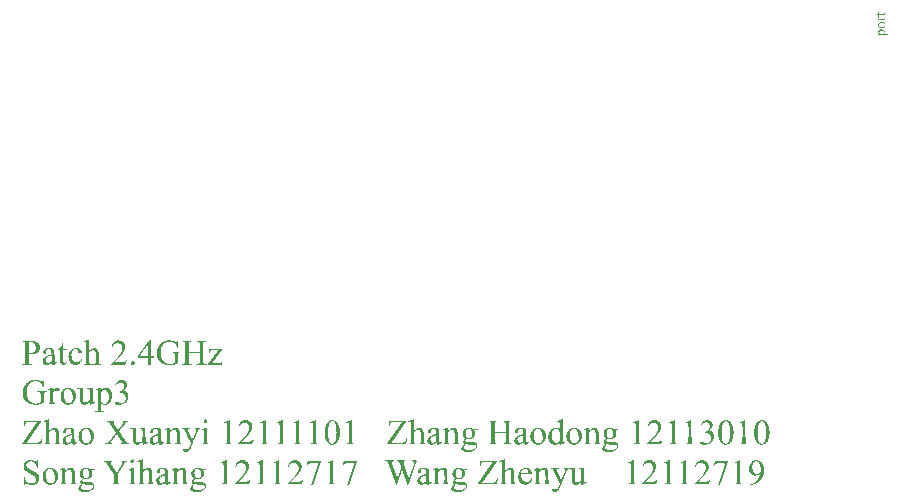
<source format=gto>
G04 Layer: TopSilkscreenLayer*
G04 EasyEDA Pro v2.1.30.c6721c40.b3cfa9, 2023-12-20 09:26:28*
G04 Gerber Generator version 0.3*
G04 Scale: 100 percent, Rotated: No, Reflected: No*
G04 Dimensions in millimeters*
G04 Leading zeros omitted, absolute positions, 3 integers and 3 decimals*
%FSLAX33Y33*%
%MOMM*%
%ADD10C,0.254*%
G75*


G04 Text Start*
G36*
G01X-35449Y-31275D02*
G01X-35471Y-31275D01*
G01X-35492Y-31277D01*
G01X-35506Y-31281D01*
G01X-35529Y-31290D01*
G01X-35560Y-31302D01*
G01X-35585Y-31311D01*
G01X-35621Y-31327D01*
G01X-35652Y-31339D01*
G01X-35671Y-31346D01*
G01X-35690Y-31355D01*
G01X-35701Y-31362D01*
G01X-35717Y-31368D01*
G01X-35745Y-31377D01*
G01X-35778Y-31392D01*
G01X-35809Y-31404D01*
G01X-35835Y-31413D01*
G01X-35864Y-31427D01*
G01X-35870Y-31431D01*
G01X-35875Y-31436D01*
G01X-35877Y-31438D01*
G01X-35879Y-31441D01*
G01X-35880Y-31446D01*
G01X-35879Y-31452D01*
G01X-35875Y-31459D01*
G01X-35869Y-31468D01*
G01X-35866Y-31473D01*
G01X-35862Y-31476D01*
G01X-35857Y-31478D01*
G01X-35852Y-31480D01*
G01X-35847Y-31481D01*
G01X-35841Y-31480D01*
G01X-35834Y-31479D01*
G01X-35821Y-31475D01*
G01X-35805Y-31472D01*
G01X-35788Y-31470D01*
G01X-35769Y-31469D01*
G01X-35744D01*
G01X-35728Y-31471D01*
G01X-35722Y-31473D01*
G01X-35716Y-31475D01*
G01X-35712Y-31477D01*
G01X-35710Y-31479D01*
G01X-35709Y-31480D01*
G01X-35699Y-31495D01*
G01X-35690Y-31505D01*
G01X-35685Y-31511D01*
G01X-35681Y-31518D01*
G01X-35678Y-31527D01*
G01X-35675Y-31538D01*
G01X-35666Y-31584D01*
G01Y-31589D01*
G01X-35662Y-32410D01*
G01X-35666Y-33219D01*
G01Y-33227D01*
G01Y-33228D01*
G01X-35672Y-33243D01*
G01X-35682Y-33265D01*
G01X-35689Y-33273D01*
G01X-35697Y-33282D01*
G01X-35707Y-33289D01*
G01X-35724Y-33299D01*
G01X-35737Y-33305D01*
G01X-35749Y-33311D01*
G01X-35763Y-33316D01*
G01X-35777Y-33320D01*
G01X-35790Y-33322D01*
G01X-35802Y-33324D01*
G01X-35825Y-33325D01*
G01X-35835Y-33327D01*
G01X-35843Y-33330D01*
G01X-35851Y-33334D01*
G01X-35857Y-33339D01*
G01X-35861Y-33346D01*
G01X-35864Y-33353D01*
G01X-35865Y-33362D01*
G01X-35859Y-33366D01*
G01X-35843Y-33370D01*
G01X-35779Y-33376D01*
G01X-35523Y-33380D01*
G01X-35182D01*
G01Y-33352D01*
G01X-35183Y-33347D01*
G01X-35185Y-33343D01*
G01X-35187Y-33340D01*
G01X-35190Y-33337D01*
G01X-35194Y-33335D01*
G01X-35199Y-33334D01*
G01X-35216D01*
G01X-35234Y-33331D01*
G01X-35249Y-33327D01*
G01X-35265Y-33325D01*
G01X-35283Y-33324D01*
G01X-35292Y-33322D01*
G01X-35301Y-33320D01*
G01X-35348Y-33297D01*
G01X-35356Y-33292D01*
G01X-35365Y-33284D01*
G01X-35373Y-33276D01*
G01X-35380Y-33265D01*
G01X-35386Y-33252D01*
G01X-35391Y-33237D01*
G01X-35395Y-33220D01*
G01X-35398Y-33200D01*
G01X-35400Y-33172D01*
G01X-35403Y-32752D01*
G01X-35398Y-32407D01*
G01X-35395Y-32364D01*
G01X-35392Y-32345D01*
G01X-35391Y-32340D01*
G01X-35390Y-32338D01*
G01X-35389Y-32337D01*
G01X-35383Y-32332D01*
G01X-35371Y-32320D01*
G01X-35356Y-32301D01*
G01X-35336Y-32285D01*
G01X-35325Y-32274D01*
G01X-35315Y-32261D01*
G01X-35310Y-32255D01*
G01X-35303Y-32252D01*
G01X-35290Y-32246D01*
G01X-35284Y-32243D01*
G01X-35279Y-32239D01*
G01X-35261Y-32224D01*
G01X-35241Y-32212D01*
G01X-35224Y-32202D01*
G01X-35207Y-32193D01*
G01X-35195Y-32189D01*
G01X-35151Y-32173D01*
G01X-35137Y-32168D01*
G01X-35129Y-32166D01*
G01X-35110Y-32164D01*
G01X-35087Y-32161D01*
G01X-35061D01*
G01X-35036D01*
G01X-35020Y-32163D01*
G01X-34999Y-32166D01*
G01X-34990Y-32169D01*
G01X-34950Y-32189D01*
G01X-34942Y-32193D01*
G01X-34934Y-32199D01*
G01X-34928Y-32205D01*
G01X-34900Y-32244D01*
G01X-34893Y-32253D01*
G01X-34886Y-32267D01*
G01X-34882Y-32276D01*
G01X-34874Y-32306D01*
G01X-34870Y-32321D01*
G01X-34865Y-32344D01*
G01X-34863Y-32360D01*
G01X-34859Y-32391D01*
G01X-34858Y-32433D01*
G01X-34855Y-32454D01*
G01X-34853Y-32461D01*
G01X-34852Y-32470D01*
G01X-34849Y-32840D01*
G01X-34852Y-33202D01*
G01X-34853Y-33217D01*
G01Y-33219D01*
G01X-34867Y-33256D01*
G01X-34872Y-33266D01*
G01X-34878Y-33275D01*
G01X-34884Y-33282D01*
G01X-34890Y-33288D01*
G01X-34918Y-33307D01*
G01X-34926Y-33311D01*
G01X-34937Y-33315D01*
G01X-34949Y-33318D01*
G01X-35019Y-33329D01*
G01X-35040Y-33334D01*
G01X-35057Y-33339D01*
G01X-35063Y-33342D01*
G01X-35067Y-33347D01*
G01X-35070Y-33353D01*
G01Y-33362D01*
G01X-35065Y-33366D01*
G01X-35049Y-33370D01*
G01X-34986Y-33376D01*
G01X-34733Y-33380D01*
G01X-34396D01*
G01X-34397Y-33352D01*
G01Y-33347D01*
G01X-34399Y-33343D01*
G01X-34401Y-33340D01*
G01X-34403Y-33337D01*
G01X-34407Y-33335D01*
G01X-34410Y-33334D01*
G01X-34424D01*
G01X-34440Y-33331D01*
G01X-34462Y-33326D01*
G01X-34484Y-33325D01*
G01X-34494Y-33323D01*
G01X-34504Y-33319D01*
G01X-34521Y-33311D01*
G01X-34536Y-33301D01*
G01X-34551Y-33290D01*
G01X-34558Y-33283D01*
G01X-34567Y-33269D01*
G01X-34576Y-33251D01*
G01X-34583Y-33230D01*
G01X-34586Y-33219D01*
G01X-34595Y-33163D01*
G01X-34596Y-33150D01*
G01X-34599Y-32771D01*
G01X-34602Y-32413D01*
G01X-34603Y-32398D01*
G01X-34604Y-32397D01*
G01X-34606Y-32388D01*
G01X-34607Y-32377D01*
G01X-34610Y-32321D01*
G01X-34611Y-32303D01*
G01X-34618Y-32279D01*
G01X-34625Y-32247D01*
G01X-34632Y-32226D01*
G01X-34645Y-32198D01*
G01X-34653Y-32171D01*
G01X-34660Y-32154D01*
G01X-34664Y-32147D01*
G01X-34683Y-32119D01*
G01X-34701Y-32093D01*
G01X-34710Y-32083D01*
G01X-34720Y-32072D01*
G01X-34730Y-32062D01*
G01X-34741Y-32053D01*
G01X-34752Y-32046D01*
G01X-34789Y-32022D01*
G01X-34806Y-32013D01*
G01X-34831Y-32004D01*
G01X-34857Y-31996D01*
G01X-34881Y-31990D01*
G01X-34895Y-31988D01*
G01X-34926Y-31986D01*
G01X-34969D01*
G01X-35016D01*
G01X-35040Y-31989D01*
G01X-35047Y-31990D01*
G01X-35089Y-32004D01*
G01X-35108Y-32011D01*
G01X-35127Y-32020D01*
G01X-35145Y-32032D01*
G01X-35172Y-32046D01*
G01X-35183Y-32052D01*
G01X-35204Y-32069D01*
G01X-35234Y-32091D01*
G01X-35248Y-32101D01*
G01X-35260Y-32113D01*
G01X-35275Y-32132D01*
G01X-35294Y-32147D01*
G01X-35305Y-32159D01*
G01X-35321Y-32178D01*
G01X-35341Y-32193D01*
G01X-35352Y-32205D01*
G01X-35362Y-32218D01*
G01X-35368Y-32224D01*
G01X-35376Y-32230D01*
G01X-35385Y-32235D01*
G01X-35403Y-32244D01*
G01Y-31275D01*
G37*
G36*
G01X-28660Y-31330D02*
G01X-28765Y-31331D01*
G01X-28789Y-31333D01*
G01X-28793Y-31334D01*
G01X-28802Y-31336D01*
G01X-28818Y-31339D01*
G01X-28844Y-31340D01*
G01X-28859Y-31344D01*
G01X-28867Y-31346D01*
G01X-28887Y-31351D01*
G01X-28925Y-31357D01*
G01X-28984Y-31376D01*
G01X-29029Y-31392D01*
G01X-29080Y-31413D01*
G01X-29097Y-31420D01*
G01X-29114Y-31429D01*
G01X-29133Y-31441D01*
G01X-29167Y-31459D01*
G01X-29210Y-31487D01*
G01X-29287Y-31542D01*
G01X-29302Y-31556D01*
G01X-29321Y-31570D01*
G01X-29333Y-31580D01*
G01X-29349Y-31600D01*
G01X-29360Y-31611D01*
G01X-29380Y-31627D01*
G01X-29395Y-31646D01*
G01X-29407Y-31658D01*
G01X-29419Y-31667D01*
G01X-29425Y-31673D01*
G01X-29429Y-31679D01*
G01X-29435Y-31692D01*
G01X-29439Y-31698D01*
G01X-29444Y-31704D01*
G01X-29456Y-31713D01*
G01X-29461Y-31719D01*
G01X-29466Y-31725D01*
G01X-29471Y-31738D01*
G01X-29474Y-31744D01*
G01X-29478Y-31749D01*
G01X-29493Y-31767D01*
G01X-29506Y-31787D01*
G01X-29552Y-31861D01*
G01X-29562Y-31878D01*
G01X-29570Y-31895D01*
G01X-29582Y-31923D01*
G01X-29591Y-31940D01*
G01X-29603Y-31960D01*
G01X-29612Y-31981D01*
G01X-29630Y-32027D01*
G01X-29646Y-32071D01*
G01X-29657Y-32105D01*
G01X-29667Y-32149D01*
G01X-29674Y-32174D01*
G01X-29679Y-32197D01*
G01X-29681Y-32212D01*
G01X-29693Y-32284D01*
G01X-29695Y-32309D01*
G01X-29696Y-32326D01*
G01X-29700Y-32341D01*
G01X-29702Y-32351D01*
G01X-29703Y-32369D01*
G01X-29704Y-32424D01*
G01X-29703Y-32479D01*
G01X-29701Y-32500D01*
G01X-29700Y-32507D01*
G01X-29698Y-32515D01*
G01X-29695Y-32536D01*
G01X-29694Y-32573D01*
G01X-29692Y-32587D01*
G01X-29688Y-32598D01*
G01X-29683Y-32622D01*
G01X-29678Y-32652D01*
G01X-29675Y-32665D01*
G01X-29669Y-32683D01*
G01X-29663Y-32697D01*
G01X-29659Y-32708D01*
G01X-29656Y-32720D01*
G01X-29651Y-32747D01*
G01X-29646Y-32763D01*
G01X-29642Y-32772D01*
G01X-29632Y-32790D01*
G01X-29623Y-32816D01*
G01X-29616Y-32833D01*
G01X-29603Y-32856D01*
G01X-29586Y-32893D01*
G01X-29577Y-32910D01*
G01X-29552Y-32951D01*
G01X-29535Y-32978D01*
G01X-29492Y-33037D01*
G01X-29478Y-33053D01*
G01X-29464Y-33071D01*
G01X-29454Y-33083D01*
G01X-29434Y-33099D01*
G01X-29423Y-33110D01*
G01X-29408Y-33130D01*
G01X-29388Y-33145D01*
G01X-29377Y-33157D01*
G01X-29361Y-33176D01*
G01X-29349Y-33186D01*
G01X-29323Y-33205D01*
G01X-29312Y-33214D01*
G01X-29289Y-33231D01*
G01X-29192Y-33292D01*
G01X-29174Y-33302D01*
G01X-29157Y-33311D01*
G01X-29145Y-33316D01*
G01X-29099Y-33334D01*
G01X-29067Y-33348D01*
G01X-29048Y-33357D01*
G01X-29027Y-33364D01*
G01X-28995Y-33371D01*
G01X-28933Y-33389D01*
G01X-28909Y-33396D01*
G01X-28884Y-33400D01*
G01X-28813Y-33413D01*
G01X-28771Y-33422D01*
G01X-28764Y-33423D01*
G01X-28715Y-33425D01*
G01X-28582Y-33426D01*
G01X-28421Y-33424D01*
G01X-28400Y-33422D01*
G01X-28390Y-33420D01*
G01X-28371Y-33417D01*
G01X-28339Y-33416D01*
G01X-28327Y-33414D01*
G01X-28315Y-33410D01*
G01X-28290Y-33406D01*
G01X-28241Y-33398D01*
G01X-28222Y-33394D01*
G01X-28070Y-33343D01*
G01X-28044Y-33334D01*
G01X-27998Y-33313D01*
G01X-27982Y-33307D01*
G01X-27930Y-33285D01*
G01X-27919Y-33280D01*
G01X-27909Y-33272D01*
G01X-27894Y-33260D01*
G01X-27892Y-33257D01*
G01X-27890Y-33251D01*
G01X-27888Y-33241D01*
G01X-27884Y-33217D01*
G01X-27879Y-33136D01*
G01X-27875Y-32896D01*
G01X-27872Y-32552D01*
G01X-27871Y-32537D01*
G01Y-32535D01*
G01X-27869Y-32528D01*
G01X-27866Y-32509D01*
G01X-27865Y-32477D01*
G01X-27863Y-32465D01*
G01X-27861Y-32461D01*
G01X-27848Y-32424D01*
G01X-27843Y-32413D01*
G01X-27837Y-32405D01*
G01X-27831Y-32397D01*
G01X-27825Y-32392D01*
G01X-27806Y-32378D01*
G01X-27796Y-32369D01*
G01X-27788Y-32364D01*
G01X-27777Y-32360D01*
G01X-27765Y-32355D01*
G01X-27750Y-32350D01*
G01X-27733Y-32347D01*
G01X-27705Y-32342D01*
G01X-27681Y-32339D01*
G01X-27666Y-32335D01*
G01X-27660Y-32333D01*
G01X-27656Y-32331D01*
G01X-27653Y-32329D01*
G01X-27652Y-32328D01*
G01X-27650Y-32325D01*
G01X-27649Y-32323D01*
G01X-27647Y-32316D01*
G01Y-32310D01*
G01Y-32304D01*
G01X-27649Y-32300D01*
G01X-27656Y-32298D01*
G01X-27706Y-32294D01*
G01X-28042Y-32291D01*
G01X-28430D01*
G01X-28429Y-32319D01*
G01X-28428Y-32324D01*
G01X-28427Y-32328D01*
G01X-28425Y-32331D01*
G01X-28422Y-32333D01*
G01X-28419Y-32335D01*
G01X-28415Y-32336D01*
G01X-28402Y-32337D01*
G01X-28386Y-32339D01*
G01X-28371Y-32343D01*
G01X-28350Y-32345D01*
G01X-28313Y-32347D01*
G01X-28299Y-32349D01*
G01X-28280Y-32356D01*
G01X-28263Y-32364D01*
G01X-28254Y-32369D01*
G01X-28245Y-32376D01*
G01X-28236Y-32383D01*
G01X-28227Y-32392D01*
G01X-28218Y-32401D01*
G01X-28210Y-32410D01*
G01X-28204Y-32420D01*
G01X-28199Y-32429D01*
G01X-28194Y-32439D01*
G01X-28187Y-32457D01*
G01X-28180Y-32479D01*
G01X-28179Y-32485D01*
G01X-28177Y-32503D01*
G01X-28173Y-32618D01*
G01X-28171Y-32868D01*
G01Y-33223D01*
G01X-28194Y-33232D01*
G01X-28210Y-33239D01*
G01X-28228Y-33249D01*
G01X-28247Y-33260D01*
G01X-28268Y-33269D01*
G01X-28312Y-33286D01*
G01X-28318Y-33288D01*
G01X-28379Y-33307D01*
G01X-28403Y-33313D01*
G01X-28427Y-33318D01*
G01X-28443Y-33320D01*
G01X-28508Y-33329D01*
G01X-28536Y-33332D01*
G01X-28586Y-33334D01*
G01X-28600D01*
G01X-28644Y-33333D01*
G01X-28667Y-33331D01*
G01X-28682Y-33327D01*
G01X-28706Y-33322D01*
G01X-28736Y-33318D01*
G01X-28749Y-33315D01*
G01X-28767Y-33309D01*
G01X-28791Y-33298D01*
G01X-28813Y-33292D01*
G01X-28824Y-33290D01*
G01X-28838Y-33285D01*
G01X-28846Y-33281D01*
G01X-28866Y-33269D01*
G01X-28903Y-33253D01*
G01X-28920Y-33244D01*
G01X-28961Y-33219D01*
G01X-28978Y-33207D01*
G01X-29007Y-33186D01*
G01X-29053Y-33150D01*
G01X-29064Y-33140D01*
G01X-29073Y-33132D01*
G01X-29083Y-33121D01*
G01X-29104Y-33091D01*
G01X-29150Y-33034D01*
G01X-29167Y-33011D01*
G01X-29182Y-32987D01*
G01X-29200Y-32955D01*
G01X-29215Y-32929D01*
G01X-29228Y-32906D01*
G01X-29233Y-32898D01*
G01X-29243Y-32877D01*
G01X-29279Y-32784D01*
G01X-29295Y-32741D01*
G01X-29304Y-32713D01*
G01X-29309Y-32692D01*
G01X-29316Y-32654D01*
G01X-29325Y-32621D01*
G01X-29330Y-32600D01*
G01X-29340Y-32545D01*
G01X-29349Y-32479D01*
G01X-29350Y-32464D01*
G01X-29353Y-32405D01*
G01Y-32327D01*
G01X-29352Y-32222D01*
G01X-29350Y-32199D01*
G01X-29349Y-32194D01*
G01X-29347Y-32186D01*
G01X-29344Y-32168D01*
G01X-29343Y-32136D01*
G01X-29341Y-32123D01*
G01X-29337Y-32111D01*
G01X-29332Y-32088D01*
G01X-29325Y-32046D01*
G01X-29321Y-32027D01*
G01X-29289Y-31930D01*
G01X-29279Y-31905D01*
G01X-29258Y-31859D01*
G01X-29245Y-31826D01*
G01X-29235Y-31809D01*
G01X-29210Y-31768D01*
G01X-29182Y-31722D01*
G01X-29172Y-31707D01*
G01X-29162Y-31693D01*
G01X-29145Y-31673D01*
G01X-29136Y-31660D01*
G01X-29124Y-31649D01*
G01X-29105Y-31633D01*
G01X-29090Y-31614D01*
G01X-29078Y-31603D01*
G01X-29059Y-31587D01*
G01X-29048Y-31575D01*
G01X-29043Y-31568D01*
G01X-29038Y-31563D01*
G01X-29032Y-31559D01*
G01X-29018Y-31553D01*
G01X-29002Y-31544D01*
G01X-28979Y-31528D01*
G01X-28965Y-31519D01*
G01X-28939Y-31505D01*
G01X-28916Y-31491D01*
G01X-28900Y-31485D01*
G01X-28873Y-31476D01*
G01X-28849Y-31466D01*
G01X-28839Y-31462D01*
G01X-28826Y-31458D01*
G01X-28776Y-31450D01*
G01X-28749Y-31443D01*
G01X-28726Y-31438D01*
G01X-28711Y-31436D01*
G01X-28691Y-31434D01*
G01X-28626Y-31431D01*
G01X-28582D01*
G01X-28499Y-31433D01*
G01X-28476Y-31435D01*
G01X-28463Y-31438D01*
G01X-28442Y-31443D01*
G01X-28416Y-31448D01*
G01X-28404Y-31451D01*
G01X-28393Y-31455D01*
G01X-28374Y-31463D01*
G01X-28353Y-31470D01*
G01X-28331Y-31476D01*
G01X-28316Y-31480D01*
G01X-28308Y-31484D01*
G01X-28290Y-31496D01*
G01X-28255Y-31514D01*
G01X-28212Y-31542D01*
G01X-28186Y-31561D01*
G01X-28165Y-31579D01*
G01X-28156Y-31587D01*
G01X-28146Y-31599D01*
G01X-28138Y-31609D01*
G01X-28127Y-31620D01*
G01X-28113Y-31631D01*
G01X-28108Y-31637D01*
G01X-28102Y-31644D01*
G01X-28088Y-31669D01*
G01X-28081Y-31678D01*
G01X-28074Y-31686D01*
G01X-28068Y-31694D01*
G01X-28055Y-31713D01*
G01X-28023Y-31766D01*
G01X-28007Y-31803D01*
G01X-27998Y-31820D01*
G01X-27991Y-31832D01*
G01X-27986Y-31841D01*
G01X-27977Y-31865D01*
G01X-27968Y-31891D01*
G01X-27950Y-31929D01*
G01X-27945Y-31944D01*
G01X-27941Y-31950D01*
G01X-27934Y-31954D01*
G01X-27925Y-31957D01*
G01X-27912Y-31958D01*
G01X-27885D01*
G01Y-31916D01*
G01Y-31889D01*
G01X-27887Y-31869D01*
G01X-27891Y-31852D01*
G01X-27893Y-31840D01*
G01X-27894Y-31805D01*
G01Y-31778D01*
G01X-27896Y-31759D01*
G01X-27900Y-31741D01*
G01X-27902Y-31729D01*
G01X-27903Y-31695D01*
G01X-27904Y-31667D01*
G01X-27905Y-31648D01*
G01X-27907Y-31639D01*
G01X-27910Y-31630D01*
G01X-27911Y-31617D01*
G01X-27912Y-31579D01*
G01X-27913Y-31549D01*
G01X-27914Y-31534D01*
G01X-27916Y-31521D01*
G01X-27919Y-31510D01*
G01X-27920Y-31499D01*
G01X-27922Y-31463D01*
G01Y-31437D01*
G01X-27924Y-31417D01*
G01X-27926Y-31408D01*
G01X-27928Y-31400D01*
G01X-27930Y-31390D01*
G01X-27931Y-31362D01*
G01Y-31330D01*
G01X-27995D01*
G01X-27996Y-31364D01*
G01X-27998Y-31382D01*
G01X-28000Y-31390D01*
G01X-28006Y-31405D01*
G01X-28016Y-31426D01*
G01X-28019Y-31430D01*
G01X-28023Y-31434D01*
G01X-28026Y-31437D01*
G01X-28036Y-31442D01*
G01X-28046Y-31445D01*
G01X-28063Y-31448D01*
G01X-28081Y-31450D01*
G01X-28098D01*
G01X-28109Y-31449D01*
G01X-28119Y-31446D01*
G01X-28129Y-31443D01*
G01X-28149Y-31434D01*
G01X-28180Y-31422D01*
G01X-28346Y-31366D01*
G01X-28367Y-31360D01*
G01X-28388Y-31355D01*
G01X-28426Y-31348D01*
G01X-28452Y-31341D01*
G01X-28479Y-31336D01*
G01X-28499Y-31334D01*
G01X-28532Y-31332D01*
G37*
G36*
G01X-30272Y-31339D02*
G01X-30311Y-31340D01*
G01X-30330Y-31341D01*
G01X-30349Y-31345D01*
G01X-30357Y-31347D01*
G01X-30360Y-31348D01*
G01X-30362Y-31350D01*
G01X-30363D01*
G01X-30364Y-31352D01*
G01X-30367Y-31360D01*
G01X-30377Y-31376D01*
G01X-30443Y-31470D01*
G01X-30467Y-31507D01*
G01X-30477Y-31521D01*
G01X-30485Y-31529D01*
G01X-30490Y-31537D01*
G01X-30513Y-31571D01*
G01X-30524Y-31586D01*
G01X-30531Y-31594D01*
G01X-30536Y-31601D01*
G01X-30560Y-31638D01*
G01X-30582Y-31667D01*
G01X-30599Y-31690D01*
G01X-30625Y-31730D01*
G01X-30646Y-31759D01*
G01X-30663Y-31783D01*
G01X-30690Y-31823D01*
G01X-30711Y-31852D01*
G01X-30728Y-31874D01*
G01X-30753Y-31913D01*
G01X-30764Y-31928D01*
G01X-30771Y-31935D01*
G01X-30777Y-31943D01*
G01X-30801Y-31980D01*
G01X-30822Y-32009D01*
G01X-30839Y-32032D01*
G01X-30865Y-32072D01*
G01X-30886Y-32101D01*
G01X-30904Y-32124D01*
G01X-30930Y-32165D01*
G01X-30951Y-32193D01*
G01X-30968Y-32216D01*
G01X-30993Y-32255D01*
G01X-31004Y-32269D01*
G01X-31011Y-32277D01*
G01X-31017Y-32284D01*
G01X-31041Y-32321D01*
G01X-31062Y-32350D01*
G01X-31079Y-32373D01*
G01X-31105Y-32414D01*
G01X-31127Y-32443D01*
G01X-31144Y-32466D01*
G01X-31170Y-32506D01*
G01X-31191Y-32535D01*
G01X-31208Y-32558D01*
G01X-31233Y-32597D01*
G01X-31244Y-32611D01*
G01X-31252Y-32619D01*
G01X-31257Y-32626D01*
G01X-31265Y-32639D01*
G01X-31124D01*
G01X-31122Y-32627D01*
G01X-31120Y-32621D01*
G01X-31116Y-32615D01*
G01X-31112Y-32609D01*
G01X-31098Y-32592D01*
G01X-31074Y-32555D01*
G01X-31053Y-32526D01*
G01X-31035Y-32503D01*
G01X-31010Y-32464D01*
G01X-31000Y-32450D01*
G01X-30993Y-32442D01*
G01X-30987Y-32435D01*
G01X-30965Y-32400D01*
G01X-30953Y-32385D01*
G01X-30946Y-32377D01*
G01X-30941Y-32370D01*
G01X-30917Y-32333D01*
G01X-30896Y-32304D01*
G01X-30878Y-32281D01*
G01X-30853Y-32243D01*
G01X-30843Y-32228D01*
G01X-30835Y-32220D01*
G01X-30830Y-32213D01*
G01X-30807Y-32178D01*
G01X-30796Y-32164D01*
G01X-30789Y-32155D01*
G01X-30784Y-32148D01*
G01X-30761Y-32113D01*
G01X-30750Y-32099D01*
G01X-30743Y-32091D01*
G01X-30738Y-32084D01*
G01X-30714Y-32047D01*
G01X-30692Y-32018D01*
G01X-30675Y-31995D01*
G01X-30650Y-31956D01*
G01X-30640Y-31942D01*
G01X-30632Y-31934D01*
G01X-30627Y-31927D01*
G01X-30604Y-31892D01*
G01X-30593Y-31877D01*
G01X-30586Y-31869D01*
G01X-30581Y-31862D01*
G01X-30557Y-31825D01*
G01X-30535Y-31796D01*
G01X-30518Y-31773D01*
G01X-30493Y-31735D01*
G01X-30483Y-31720D01*
G01X-30470Y-31706D01*
G01X-30454Y-31686D01*
G01X-30448Y-31680D01*
G01X-30445Y-31679D01*
G01X-30443D01*
G01X-30441Y-31680D01*
G01X-30440Y-31682D01*
G01X-30438Y-31685D01*
G01Y-31689D01*
G01X-30436Y-31721D01*
G01X-30434Y-32175D01*
G01Y-32651D01*
G01X-30776D01*
G01X-31106Y-32648D01*
G01X-31120Y-32647D01*
G01X-31121Y-32646D01*
G01X-31122D01*
G01X-31124Y-32639D01*
G01X-31265D01*
G01X-31270Y-32646D01*
G01X-31273Y-32653D01*
G01X-31276Y-32662D01*
G01X-31278Y-32673D01*
G01X-31282Y-32702D01*
G01X-31283Y-32740D01*
G01X-31284Y-32761D01*
G01Y-32854D01*
G01X-30434D01*
G01Y-33380D01*
G01X-30184D01*
G01Y-32854D01*
G01X-29907D01*
G01Y-32651D01*
G01X-30184D01*
G01Y-31339D01*
G37*
G36*
G01X-32932Y-31339D02*
G01X-33015Y-31341D01*
G01X-33038Y-31343D01*
G01X-33059Y-31348D01*
G01X-33091Y-31355D01*
G01X-33112Y-31362D01*
G01X-33137Y-31374D01*
G01X-33168Y-31385D01*
G01X-33181Y-31390D01*
G01X-33195Y-31397D01*
G01X-33202Y-31402D01*
G01X-33216Y-31413D01*
G01X-33241Y-31427D01*
G01X-33255Y-31436D01*
G01X-33265Y-31445D01*
G01X-33283Y-31459D01*
G01X-33296Y-31470D01*
G01X-33311Y-31489D01*
G01X-33323Y-31501D01*
G01X-33336Y-31510D01*
G01X-33342Y-31517D01*
G01X-33348Y-31524D01*
G01X-33362Y-31549D01*
G01X-33368Y-31558D01*
G01X-33376Y-31566D01*
G01X-33381Y-31573D01*
G01X-33394Y-31593D01*
G01X-33404Y-31610D01*
G01X-33412Y-31628D01*
G01X-33424Y-31655D01*
G01X-33434Y-31672D01*
G01X-33440Y-31683D01*
G01X-33444Y-31692D01*
G01X-33447Y-31702D01*
G01X-33452Y-31724D01*
G01X-33459Y-31745D01*
G01X-33470Y-31770D01*
G01X-33473Y-31783D01*
G01X-33482Y-31833D01*
G01X-33488Y-31859D01*
G01X-33491Y-31872D01*
G01Y-31880D01*
G01X-33489Y-31885D01*
G01X-33484Y-31890D01*
G01X-33476Y-31892D01*
G01X-33463Y-31893D01*
G01X-33457D01*
G01X-33451Y-31891D01*
G01X-33445Y-31889D01*
G01X-33440Y-31886D01*
G01X-33436Y-31883D01*
G01X-33432Y-31878D01*
G01X-33429Y-31872D01*
G01X-33419Y-31847D01*
G01X-33410Y-31828D01*
G01X-33398Y-31808D01*
G01X-33385Y-31776D01*
G01X-33378Y-31764D01*
G01X-33373Y-31757D01*
G01X-33357Y-31738D01*
G01X-33348Y-31725D01*
G01X-33336Y-31713D01*
G01X-33317Y-31698D01*
G01X-33301Y-31679D01*
G01X-33290Y-31667D01*
G01X-33251Y-31639D01*
G01X-33241Y-31633D01*
G01X-33231Y-31627D01*
G01X-33221Y-31621D01*
G01X-33193Y-31609D01*
G01X-33176Y-31600D01*
G01X-33164Y-31593D01*
G01X-33154Y-31588D01*
G01X-33141Y-31584D01*
G01X-33126Y-31579D01*
G01X-33102Y-31573D01*
G01X-33078Y-31568D01*
G01X-33062Y-31565D01*
G01X-33035Y-31563D01*
G01X-32991Y-31561D01*
G01X-32978D01*
G01X-32941Y-31562D01*
G01X-32920Y-31564D01*
G01X-32914Y-31565D01*
G01X-32872Y-31579D01*
G01X-32847Y-31588D01*
G01X-32812Y-31605D01*
G01X-32799Y-31614D01*
G01X-32750Y-31649D01*
G01X-32739Y-31660D01*
G01X-32723Y-31679D01*
G01X-32711Y-31690D01*
G01X-32704Y-31695D01*
G01X-32698Y-31702D01*
G01X-32692Y-31709D01*
G01X-32680Y-31732D01*
G01X-32671Y-31745D01*
G01X-32658Y-31764D01*
G01X-32652Y-31774D01*
G01X-32646Y-31785D01*
G01X-32642Y-31796D01*
G01X-32625Y-31840D01*
G01X-32617Y-31868D01*
G01X-32612Y-31891D01*
G01X-32609Y-31907D01*
G01X-32607Y-31926D01*
G01X-32604Y-31984D01*
G01Y-32022D01*
G01X-32605Y-32091D01*
G01X-32608Y-32115D01*
G01X-32614Y-32136D01*
G01X-32623Y-32177D01*
G01X-32642Y-32235D01*
G01X-32651Y-32261D01*
G01X-32672Y-32306D01*
G01X-32685Y-32339D01*
G01X-32694Y-32356D01*
G01X-32706Y-32376D01*
G01X-32720Y-32408D01*
G01X-32725Y-32419D01*
G01X-32731Y-32429D01*
G01X-32752Y-32458D01*
G01X-32789Y-32517D01*
G01X-32835Y-32581D01*
G01X-32854Y-32608D01*
G01X-32885Y-32648D01*
G01X-32896Y-32662D01*
G01X-32907Y-32674D01*
G01X-32920Y-32683D01*
G01X-32926Y-32689D01*
G01X-32930Y-32695D01*
G01X-32935Y-32708D01*
G01X-32939Y-32714D01*
G01X-32944Y-32720D01*
G01X-32958Y-32729D01*
G01X-32964Y-32736D01*
G01X-32969Y-32744D01*
G01X-32979Y-32761D01*
G01X-32984Y-32769D01*
G01X-32990Y-32775D01*
G01X-33004Y-32785D01*
G01X-33015Y-32796D01*
G01X-33030Y-32816D01*
G01X-33043Y-32826D01*
G01X-33049Y-32831D01*
G01X-33055Y-32837D01*
G01X-33059Y-32843D01*
G01X-33065Y-32856D01*
G01X-33068Y-32862D01*
G01X-33074Y-32867D01*
G01X-33087Y-32877D01*
G01X-33098Y-32888D01*
G01X-33113Y-32908D01*
G01X-33133Y-32923D01*
G01X-33144Y-32935D01*
G01X-33160Y-32954D01*
G01X-33179Y-32970D01*
G01X-33191Y-32981D01*
G01X-33206Y-33000D01*
G01X-33225Y-33015D01*
G01X-33237Y-33027D01*
G01X-33252Y-33046D01*
G01X-33271Y-33062D01*
G01X-33283Y-33073D01*
G01X-33298Y-33093D01*
G01X-33318Y-33108D01*
G01X-33329Y-33120D01*
G01X-33345Y-33139D01*
G01X-33364Y-33154D01*
G01X-33375Y-33166D01*
G01X-33386Y-33180D01*
G01X-33393Y-33186D01*
G01X-33402Y-33193D01*
G01X-33423Y-33207D01*
G01X-33436Y-33218D01*
G01X-33442Y-33224D01*
G01X-33450Y-33234D01*
G01X-33461Y-33246D01*
G01X-33481Y-33261D01*
G01X-33496Y-33281D01*
G01X-33508Y-33292D01*
G01X-33521Y-33302D01*
G01X-33535Y-33314D01*
G01X-33545Y-33324D01*
G01X-33550Y-33332D01*
G01X-33552Y-33336D01*
G01X-33555Y-33346D01*
G01X-33556Y-33357D01*
G01Y-33380D01*
G01X-32355D01*
G01X-32348Y-33346D01*
G01X-32341Y-33325D01*
G01X-32330Y-33300D01*
G01X-32318Y-33269D01*
G01X-32300Y-33214D01*
G01X-32291Y-33189D01*
G01X-32277Y-33158D01*
G01X-32270Y-33137D01*
G01X-32265Y-33116D01*
G01X-32260Y-33101D01*
G01X-32255Y-33093D01*
G01X-32249Y-33082D01*
G01X-32245Y-33073D01*
G01X-32242Y-33063D01*
G01X-32237Y-33041D01*
G01X-32232Y-33027D01*
G01X-32228Y-33019D01*
G01X-32225Y-33015D01*
G01X-32223Y-33009D01*
G01X-32227Y-33005D01*
G01X-32235Y-33002D01*
G01X-32249D01*
G01X-32264Y-33003D01*
G01X-32270Y-33004D01*
G01X-32275Y-33006D01*
G01X-32280Y-33009D01*
G01X-32284Y-33012D01*
G01X-32287Y-33015D01*
G01X-32293Y-33025D01*
G01X-32298Y-33033D01*
G01X-32304Y-33039D01*
G01X-32310Y-33045D01*
G01X-32320Y-33053D01*
G01X-32332Y-33064D01*
G01X-32342Y-33078D01*
G01X-32349Y-33085D01*
G01X-32358Y-33092D01*
G01X-32369Y-33099D01*
G01X-32406Y-33122D01*
G01X-32413Y-33126D01*
G01X-32422Y-33130D01*
G01X-32432Y-33133D01*
G01X-32464Y-33140D01*
G01X-32488Y-33147D01*
G01X-32516Y-33152D01*
G01X-32535Y-33154D01*
G01X-32560Y-33156D01*
G01X-32896Y-33159D01*
G01X-33142Y-33155D01*
G01X-33182Y-33152D01*
G01X-33200Y-33149D01*
G01X-33205Y-33148D01*
G01X-33208Y-33146D01*
G01X-33209Y-33145D01*
G01Y-33144D01*
G01X-33206Y-33138D01*
G01X-33202Y-33132D01*
G01X-33197Y-33127D01*
G01X-33184Y-33117D01*
G01X-33173Y-33105D01*
G01X-33157Y-33086D01*
G01X-33138Y-33070D01*
G01X-33127Y-33059D01*
G01X-33112Y-33040D01*
G01X-33099Y-33025D01*
G01X-33085Y-33006D01*
G01X-33074Y-32994D01*
G01X-33055Y-32978D01*
G01X-33043Y-32967D01*
G01X-33028Y-32947D01*
G01X-33009Y-32932D01*
G01X-32997Y-32920D01*
G01X-32982Y-32901D01*
G01X-32969Y-32890D01*
G01X-32962Y-32885D01*
G01X-32955Y-32878D01*
G01X-32948Y-32869D01*
G01X-32935Y-32848D01*
G01X-32924Y-32835D01*
G01X-32917Y-32828D01*
G01X-32907Y-32821D01*
G01X-32896Y-32810D01*
G01X-32880Y-32790D01*
G01X-32861Y-32775D01*
G01X-32849Y-32763D01*
G01X-32835Y-32744D01*
G01X-32821Y-32729D01*
G01X-32808Y-32711D01*
G01X-32797Y-32698D01*
G01X-32778Y-32683D01*
G01X-32767Y-32671D01*
G01X-32751Y-32652D01*
G01X-32738Y-32642D01*
G01X-32732Y-32636D01*
G01X-32727Y-32631D01*
G01X-32723Y-32625D01*
G01X-32717Y-32612D01*
G01X-32713Y-32605D01*
G01X-32708Y-32600D01*
G01X-32694Y-32590D01*
G01X-32687Y-32583D01*
G01X-32681Y-32573D01*
G01X-32667Y-32552D01*
G01X-32656Y-32539D01*
G01X-32649Y-32533D01*
G01X-32640Y-32526D01*
G01X-32634Y-32520D01*
G01X-32630Y-32514D01*
G01X-32625Y-32501D01*
G01X-32621Y-32495D01*
G01X-32615Y-32489D01*
G01X-32602Y-32479D01*
G01X-32597Y-32474D01*
G01X-32593Y-32468D01*
G01X-32588Y-32455D01*
G01X-32585Y-32448D01*
G01X-32581Y-32443D01*
G01X-32566Y-32426D01*
G01X-32536Y-32379D01*
G01X-32512Y-32344D01*
G01X-32498Y-32323D01*
G01X-32470Y-32276D01*
G01X-32461Y-32259D01*
G01X-32452Y-32242D01*
G01X-32440Y-32214D01*
G01X-32431Y-32197D01*
G01X-32420Y-32177D01*
G01X-32397Y-32124D01*
G01X-32388Y-32105D01*
G01X-32380Y-32085D01*
G01X-32373Y-32052D01*
G01X-32364Y-32020D01*
G01X-32360Y-31999D01*
G01X-32350Y-31953D01*
G01X-32347Y-31929D01*
G01X-32345Y-31889D01*
G01X-32343Y-31869D01*
G01X-32341Y-31861D01*
G01X-32339Y-31854D01*
G01Y-31847D01*
G01Y-31840D01*
G01X-32343Y-31825D01*
G01X-32345Y-31804D01*
G01X-32347Y-31767D01*
G01X-32349Y-31754D01*
G01X-32364Y-31708D01*
G01X-32380Y-31664D01*
G01X-32390Y-31642D01*
G01X-32399Y-31625D01*
G01X-32424Y-31584D01*
G01X-32431Y-31573D01*
G01X-32441Y-31561D01*
G01X-32448Y-31554D01*
G01X-32458Y-31546D01*
G01X-32464Y-31541D01*
G01X-32467Y-31535D01*
G01X-32473Y-31522D01*
G01X-32477Y-31516D01*
G01X-32483Y-31510D01*
G01X-32502Y-31496D01*
G01X-32517Y-31482D01*
G01X-32535Y-31468D01*
G01X-32553Y-31454D01*
G01X-32564Y-31445D01*
G01X-32571Y-31440D01*
G01X-32591Y-31427D01*
G01X-32636Y-31399D01*
G01X-32648Y-31393D01*
G01X-32659Y-31387D01*
G01X-32669Y-31383D01*
G01X-32697Y-31375D01*
G01X-32720Y-31364D01*
G01X-32738Y-31359D01*
G01X-32753Y-31355D01*
G01X-32802Y-31348D01*
G01X-32821Y-31344D01*
G01X-32826Y-31343D01*
G01X-32844Y-31341D01*
G37*
G36*
G01X-27562Y-31376D02*
G01X-27562Y-31422D01*
G01X-27511D01*
G01X-27473Y-31423D01*
G01X-27452Y-31425D01*
G01X-27429Y-31431D01*
G01X-27398Y-31439D01*
G01X-27384Y-31444D01*
G01X-27376Y-31448D01*
G01X-27357Y-31459D01*
G01X-27331Y-31473D01*
G01X-27323Y-31479D01*
G01X-27317Y-31485D01*
G01X-27312Y-31491D01*
G01X-27293Y-31519D01*
G01X-27291Y-31523D01*
G01X-27287Y-31534D01*
G01X-27284Y-31547D01*
G01X-27280Y-31575D01*
G01X-27276Y-31621D01*
G01X-27274Y-31652D01*
G01X-27270Y-31667D01*
G01Y-31671D01*
G01X-27266Y-32013D01*
G01Y-32388D01*
G01X-27269Y-33098D01*
G01X-27270Y-33107D01*
G01X-27272Y-33116D01*
G01X-27274Y-33126D01*
G01X-27276Y-33175D01*
G01X-27278Y-33192D01*
G01X-27280Y-33200D01*
G01X-27293Y-33237D01*
G01X-27298Y-33248D01*
G01X-27304Y-33257D01*
G01X-27310Y-33264D01*
G01X-27317Y-33269D01*
G01X-27335Y-33283D01*
G01X-27345Y-33292D01*
G01X-27361Y-33302D01*
G01X-27372Y-33307D01*
G01X-27389Y-33313D01*
G01X-27407Y-33318D01*
G01X-27418Y-33320D01*
G01X-27474Y-33329D01*
G01X-27505Y-33333D01*
G01X-27540Y-33334D01*
G01X-27546Y-33335D01*
G01X-27550Y-33337D01*
G01X-27554Y-33340D01*
G01X-27557Y-33343D01*
G01X-27560Y-33347D01*
G01X-27561Y-33352D01*
G01X-27562Y-33357D01*
G01Y-33380D01*
G01X-26684D01*
G01Y-33334D01*
G01X-26735D01*
G01X-26772Y-33333D01*
G01X-26793Y-33331D01*
G01X-26815Y-33325D01*
G01X-26848Y-33317D01*
G01X-26859Y-33313D01*
G01X-26871Y-33308D01*
G01X-26882Y-33302D01*
G01X-26919Y-33279D01*
G01X-26932Y-33268D01*
G01X-26942Y-33256D01*
G01X-26952Y-33240D01*
G01X-26963Y-33218D01*
G01X-26967Y-33207D01*
G01X-26970Y-33188D01*
G01X-26971Y-33151D01*
G01X-26973Y-33134D01*
G01X-26975Y-33126D01*
G01X-26976Y-33118D01*
G01X-26979Y-32761D01*
G01Y-32410D01*
G01X-26047D01*
G01Y-32780D01*
G01X-26050Y-33148D01*
G01X-26051Y-33162D01*
G01X-26053Y-33171D01*
G01X-26058Y-33192D01*
G01X-26063Y-33218D01*
G01X-26068Y-33230D01*
G01X-26073Y-33241D01*
G01X-26079Y-33251D01*
G01X-26086Y-33260D01*
G01X-26095Y-33269D01*
G01X-26105Y-33279D01*
G01X-26116Y-33288D01*
G01X-26127Y-33296D01*
G01X-26143Y-33305D01*
G01X-26153Y-33310D01*
G01X-26182Y-33318D01*
G01X-26197Y-33322D01*
G01X-26213Y-33324D01*
G01X-26239Y-33326D01*
G01X-26254Y-33329D01*
G01X-26263Y-33331D01*
G01X-26273Y-33333D01*
G01X-26301Y-33334D01*
G01X-26333D01*
G01Y-33380D01*
G01X-25465D01*
G01Y-33334D01*
G01X-25511D01*
G01X-25541Y-33333D01*
G01X-25556Y-33332D01*
G01X-25569Y-33330D01*
G01X-25579Y-33327D01*
G01X-25600Y-33322D01*
G01X-25626Y-33318D01*
G01X-25642Y-33313D01*
G01X-25650Y-33309D01*
G01X-25669Y-33297D01*
G01X-25695Y-33283D01*
G01X-25702Y-33278D01*
G01X-25709Y-33271D01*
G01X-25714Y-33265D01*
G01X-25723Y-33250D01*
G01X-25735Y-33227D01*
G01X-25740Y-33208D01*
G01X-25744Y-33192D01*
G01X-25746Y-33172D01*
G01X-25748Y-33131D01*
G01X-25751Y-32350D01*
G01X-25747Y-31565D01*
G01X-25746Y-31557D01*
G01Y-31556D01*
G01X-25733Y-31519D01*
G01X-25728Y-31508D01*
G01X-25722Y-31500D01*
G01X-25716Y-31492D01*
G01X-25709Y-31487D01*
G01X-25682Y-31468D01*
G01X-25666Y-31459D01*
G01X-25645Y-31450D01*
G01X-25628Y-31444D01*
G01X-25610Y-31439D01*
G01X-25599Y-31436D01*
G01X-25543Y-31427D01*
G01X-25513Y-31423D01*
G01X-25482Y-31422D01*
G01X-25478Y-31421D01*
G01X-25474Y-31419D01*
G01X-25471Y-31416D01*
G01X-25468Y-31413D01*
G01X-25466Y-31409D01*
G01X-25465Y-31405D01*
G01Y-31376D01*
G01X-26333D01*
G01Y-31422D01*
G01X-26286D01*
G01X-26256Y-31423D01*
G01X-26242Y-31424D01*
G01X-26229Y-31426D01*
G01X-26219Y-31429D01*
G01X-26198Y-31434D01*
G01X-26172Y-31439D01*
G01X-26156Y-31444D01*
G01X-26147Y-31448D01*
G01X-26096Y-31480D01*
G01X-26088Y-31487D01*
G01X-26082Y-31493D01*
G01X-26080Y-31497D01*
G01X-26073Y-31516D01*
G01X-26061Y-31542D01*
G01X-26058Y-31552D01*
G01X-26056Y-31563D01*
G01X-26055Y-31585D01*
G01X-26053Y-31604D01*
G01X-26051Y-31611D01*
G01X-26050Y-31620D01*
G01X-26047Y-31967D01*
G01Y-32309D01*
G01X-26979D01*
G01Y-31962D01*
G01X-26976Y-31619D01*
G01X-26975Y-31604D01*
G01Y-31603D01*
G01X-26973Y-31595D01*
G01X-26970Y-31579D01*
G01Y-31561D01*
G01X-26968Y-31551D01*
G01X-26965Y-31542D01*
G01X-26961Y-31533D01*
G01X-26952Y-31516D01*
G01X-26938Y-31494D01*
G01X-26926Y-31482D01*
G01X-26919Y-31478D01*
G01X-26891Y-31459D01*
G01X-26874Y-31450D01*
G01X-26850Y-31441D01*
G01X-26837Y-31437D01*
G01X-26825Y-31434D01*
G01X-26809Y-31431D01*
G01X-26787Y-31430D01*
G01X-26772Y-31427D01*
G01X-26763Y-31425D01*
G01X-26752Y-31423D01*
G01X-26721Y-31422D01*
G01X-26684D01*
G01Y-31376D01*
G37*
G36*
G01X-41102Y-31376D02*
G01X-41102Y-31422D01*
G01X-41051D01*
G01X-41014Y-31423D01*
G01X-40993Y-31425D01*
G01X-40978Y-31429D01*
G01X-40958Y-31434D01*
G01X-40932Y-31439D01*
G01X-40919Y-31443D01*
G01X-40908Y-31448D01*
G01X-40866Y-31478D01*
G01X-40860Y-31483D01*
G01X-40855Y-31489D01*
G01X-40851Y-31497D01*
G01X-40845Y-31514D01*
G01X-40838Y-31533D01*
G01X-40830Y-31552D01*
G01X-40827Y-31563D01*
G01X-40825Y-31581D01*
G01X-40823Y-31613D01*
G01X-40821Y-31626D01*
G01X-40820Y-31630D01*
G01X-40819Y-31635D01*
G01X-40815Y-32301D01*
G01Y-32355D01*
G01X-40529D01*
G01Y-31935D01*
G01X-40524Y-31607D01*
G01X-40520Y-31553D01*
G01X-40517Y-31528D01*
G01X-40515Y-31521D01*
G01X-40514Y-31517D01*
G01X-40512Y-31515D01*
G01X-40511D01*
G01Y-31514D01*
G01X-40502D01*
G01X-40486Y-31512D01*
G01X-40470Y-31508D01*
G01X-40447Y-31503D01*
G01X-40432Y-31501D01*
G01X-40368Y-31491D01*
G01X-40336Y-31488D01*
G01X-40307Y-31487D01*
G01X-40283Y-31488D01*
G01X-40270Y-31490D01*
G01X-40258Y-31493D01*
G01X-40235Y-31499D01*
G01X-40205Y-31503D01*
G01X-40186Y-31508D01*
G01X-40177Y-31512D01*
G01X-40158Y-31522D01*
G01X-40137Y-31530D01*
G01X-40127Y-31533D01*
G01X-40118Y-31538D01*
G01X-40072Y-31570D01*
G01X-40059Y-31580D01*
G01X-40044Y-31600D01*
G01X-40032Y-31611D01*
G01X-40019Y-31621D01*
G01X-40012Y-31629D01*
G01X-40005Y-31638D01*
G01X-39998Y-31648D01*
G01X-39966Y-31702D01*
G01X-39957Y-31722D01*
G01X-39938Y-31768D01*
G01X-39934Y-31780D01*
G01X-39930Y-31794D01*
G01X-39927Y-31808D01*
G01X-39920Y-31852D01*
G01X-39915Y-31870D01*
G01X-39914Y-31874D01*
G01X-39912Y-31891D01*
G01X-39911Y-31951D01*
G01Y-31971D01*
G01X-39912Y-32044D01*
G01X-39914Y-32069D01*
G01X-39915Y-32073D01*
G01X-39929Y-32115D01*
G01X-39945Y-32160D01*
G01X-39952Y-32176D01*
G01X-39959Y-32189D01*
G01X-39963Y-32196D01*
G01X-39976Y-32211D01*
G01X-39996Y-32241D01*
G01X-40006Y-32254D01*
G01X-40013Y-32260D01*
G01X-40023Y-32268D01*
G01X-40035Y-32279D01*
G01X-40045Y-32293D01*
G01X-40051Y-32299D01*
G01X-40059Y-32304D01*
G01X-40081Y-32316D01*
G01X-40095Y-32325D01*
G01X-40114Y-32339D01*
G01X-40125Y-32344D01*
G01X-40137Y-32350D01*
G01X-40150Y-32355D01*
G01X-40211Y-32373D01*
G01X-40228Y-32377D01*
G01X-40249Y-32380D01*
G01X-40272Y-32382D01*
G01X-40298D01*
G01X-40333D01*
G01X-40350Y-32380D01*
G01X-40355Y-32379D01*
G01X-40357D01*
G01X-40358Y-32378D01*
G01X-40363Y-32376D01*
G01X-40371Y-32375D01*
G01X-40383Y-32374D01*
G01X-40424Y-32373D01*
G01X-40442Y-32371D01*
G01X-40459Y-32367D01*
G01X-40482Y-32362D01*
G01X-40529Y-32355D01*
G01X-40815D01*
G01Y-32392D01*
G01X-40819Y-33145D01*
G01X-40820Y-33153D01*
G01X-40822Y-33161D01*
G01X-40824Y-33177D01*
G01X-40825Y-33195D01*
G01X-40827Y-33205D01*
G01X-40830Y-33214D01*
G01X-40834Y-33223D01*
G01X-40843Y-33240D01*
G01X-40857Y-33262D01*
G01X-40869Y-33273D01*
G01X-40876Y-33279D01*
G01X-40903Y-33297D01*
G01X-40919Y-33307D01*
G01X-40940Y-33316D01*
G01X-40951Y-33320D01*
G01X-40967Y-33323D01*
G01X-40977Y-33325D01*
G01X-40999Y-33326D01*
G01X-41014Y-33329D01*
G01X-41023Y-33331D01*
G01X-41034Y-33333D01*
G01X-41065Y-33334D01*
G01X-41102D01*
G01Y-33380D01*
G01X-40234D01*
G01Y-33334D01*
G01X-40284D01*
G01X-40322Y-33333D01*
G01X-40342Y-33331D01*
G01X-40357Y-33327D01*
G01X-40378Y-33322D01*
G01X-40404Y-33318D01*
G01X-40420Y-33313D01*
G01X-40429Y-33309D01*
G01X-40460Y-33288D01*
G01X-40467Y-33282D01*
G01X-40474Y-33275D01*
G01X-40480Y-33266D01*
G01X-40488Y-33256D01*
G01X-40494Y-33244D01*
G01X-40499Y-33232D01*
G01X-40503Y-33221D01*
G01X-40506Y-33209D01*
G01X-40516Y-33163D01*
G01X-40518Y-33151D01*
G01X-40519Y-33138D01*
G01X-40520Y-33108D01*
G01X-40521Y-33086D01*
G01X-40523Y-33070D01*
G01X-40525Y-33062D01*
G01X-40526Y-33054D01*
G01X-40529Y-32877D01*
G01Y-32743D01*
G01Y-32438D01*
G01X-40492Y-32443D01*
G01X-40461Y-32447D01*
G01X-40433Y-32454D01*
G01X-40405Y-32459D01*
G01X-40312Y-32470D01*
G01X-40297Y-32472D01*
G01X-40241Y-32474D01*
G01X-40169Y-32475D01*
G01X-40072Y-32473D01*
G01X-40049Y-32471D01*
G01X-40045D01*
G01X-40036Y-32468D01*
G01X-40011Y-32464D01*
G01X-39976Y-32459D01*
G01X-39961Y-32456D01*
G01X-39943Y-32450D01*
G01X-39920Y-32439D01*
G01X-39892Y-32431D01*
G01X-39873Y-32424D01*
G01X-39864Y-32420D01*
G01X-39839Y-32406D01*
G01X-39823Y-32397D01*
G01X-39776Y-32369D01*
G01X-39766Y-32362D01*
G01X-39753Y-32351D01*
G01X-39746Y-32344D01*
G01X-39739Y-32335D01*
G01X-39728Y-32323D01*
G01X-39708Y-32308D01*
G01X-39693Y-32288D01*
G01X-39681Y-32277D01*
G01X-39668Y-32267D01*
G01X-39663Y-32262D01*
G01X-39659Y-32255D01*
G01X-39654Y-32242D01*
G01X-39647Y-32228D01*
G01X-39633Y-32205D01*
G01X-39617Y-32168D01*
G01X-39608Y-32151D01*
G01X-39601Y-32140D01*
G01X-39598Y-32131D01*
G01X-39594Y-32121D01*
G01X-39587Y-32089D01*
G01X-39578Y-32057D01*
G01X-39573Y-32037D01*
G01X-39570Y-32020D01*
G01X-39569Y-31995D01*
G01X-39568Y-31978D01*
G01X-39564Y-31962D01*
G01X-39562Y-31954D01*
G01X-39560Y-31944D01*
G01X-39559Y-31916D01*
G01X-39560Y-31895D01*
G01X-39562Y-31878D01*
G01X-39566Y-31863D01*
G01X-39568Y-31847D01*
G01X-39570Y-31821D01*
G01X-39573Y-31805D01*
G01X-39587Y-31764D01*
G01X-39603Y-31719D01*
G01X-39610Y-31702D01*
G01X-39616Y-31691D01*
G01X-39622Y-31681D01*
G01X-39642Y-31652D01*
G01X-39663Y-31619D01*
G01X-39674Y-31606D01*
G01X-39680Y-31600D01*
G01X-39691Y-31593D01*
G01X-39702Y-31581D01*
G01X-39717Y-31562D01*
G01X-39737Y-31546D01*
G01X-39748Y-31535D01*
G01X-39758Y-31522D01*
G01X-39764Y-31517D01*
G01X-39770Y-31513D01*
G01X-39784Y-31507D01*
G01X-39800Y-31498D01*
G01X-39818Y-31485D01*
G01X-39828Y-31479D01*
G01X-39839Y-31473D01*
G01X-39866Y-31461D01*
G01X-39884Y-31452D01*
G01X-39895Y-31445D01*
G01X-39904Y-31441D01*
G01X-39929Y-31431D01*
G01X-39984Y-31413D01*
G01X-39999Y-31409D01*
G01X-40015Y-31405D01*
G01X-40043Y-31400D01*
G01X-40088Y-31394D01*
G01X-40107Y-31390D01*
G01X-40116Y-31388D01*
G01X-40135Y-31385D01*
G01X-40167Y-31384D01*
G01X-40179Y-31382D01*
G01X-40183Y-31381D01*
G01X-40186Y-31380D01*
G01X-40217Y-31379D01*
G01X-40649Y-31376D01*
G37*
G36*
G01X-37610Y-31570D02*
G01X-37645Y-31570D01*
G01X-37650Y-31571D01*
G01X-37655Y-31573D01*
G01X-37660Y-31575D01*
G01X-37664Y-31577D01*
G01X-37667Y-31580D01*
G01X-37669Y-31584D01*
G01X-37673Y-31598D01*
G01X-37680Y-31616D01*
G01X-37696Y-31650D01*
G01X-37703Y-31667D01*
G01X-37722Y-31713D01*
G01X-37728Y-31729D01*
G01X-37737Y-31746D01*
G01X-37763Y-31787D01*
G01X-37774Y-31804D01*
G01X-37795Y-31833D01*
G01X-37818Y-31863D01*
G01X-37828Y-31876D01*
G01X-37839Y-31888D01*
G01X-37852Y-31898D01*
G01X-37858Y-31903D01*
G01X-37862Y-31910D01*
G01X-37867Y-31923D01*
G01X-37871Y-31929D01*
G01X-37876Y-31934D01*
G01X-37909Y-31958D01*
G01X-37930Y-31976D01*
G01X-37939Y-31984D01*
G01X-37950Y-31996D01*
G01X-37957Y-32006D01*
G01X-37963Y-32011D01*
G01X-37968Y-32015D01*
G01X-37983Y-32021D01*
G01X-37999Y-32030D01*
G01X-38017Y-32043D01*
G01X-38027Y-32049D01*
G01X-38038Y-32054D01*
G01X-38055Y-32062D01*
G01X-38059Y-32065D01*
G01X-38064Y-32069D01*
G01X-38067Y-32072D01*
G01X-38071Y-32076D01*
G01X-38074Y-32081D01*
G01X-38076Y-32086D01*
G01X-38078Y-32097D01*
G01Y-32102D01*
G01Y-32107D01*
G01X-38077Y-32110D01*
G01X-38076Y-32113D01*
G01X-38074Y-32116D01*
G01X-38071Y-32118D01*
G01X-38067Y-32119D01*
G01X-38063Y-32120D01*
G01X-38046Y-32122D01*
G01X-37957Y-32124D01*
G01X-37860D01*
G01Y-32636D01*
G01X-37856Y-33151D01*
G01Y-33162D01*
G01X-37855Y-33163D01*
G01X-37853Y-33171D01*
G01X-37849Y-33194D01*
G01X-37843Y-33224D01*
G01X-37838Y-33243D01*
G01X-37834Y-33252D01*
G01X-37823Y-33270D01*
G01X-37809Y-33296D01*
G01X-37803Y-33304D01*
G01X-37797Y-33311D01*
G01X-37784Y-33320D01*
G01X-37772Y-33332D01*
G01X-37762Y-33345D01*
G01X-37755Y-33351D01*
G01X-37746Y-33357D01*
G01X-37719Y-33368D01*
G01X-37702Y-33378D01*
G01X-37685Y-33388D01*
G01X-37675Y-33394D01*
G01X-37667Y-33396D01*
G01X-37651Y-33397D01*
G01X-37597Y-33398D01*
G01X-37558D01*
G01X-37540Y-33396D01*
G01X-37521Y-33393D01*
G01X-37511Y-33390D01*
G01X-37490Y-33381D01*
G01X-37463Y-33373D01*
G01X-37456Y-33370D01*
G01X-37449Y-33366D01*
G01X-37439Y-33357D01*
G01X-37431Y-33351D01*
G01X-37401Y-33332D01*
G01X-37388Y-33321D01*
G01X-37382Y-33315D01*
G01X-37375Y-33304D01*
G01X-37363Y-33293D01*
G01X-37350Y-33282D01*
G01X-37343Y-33275D01*
G01X-37335Y-33266D01*
G01X-37329Y-33256D01*
G01X-37296Y-33202D01*
G01X-37280Y-33166D01*
G01X-37271Y-33149D01*
G01X-37265Y-33138D01*
G01X-37262Y-33132D01*
G01X-37260Y-33127D01*
G01X-37259Y-33122D01*
G01X-37261Y-33118D01*
G01X-37266Y-33114D01*
G01X-37275Y-33113D01*
G01X-37294Y-33112D01*
G01X-37300Y-33113D01*
G01X-37305Y-33115D01*
G01X-37310Y-33117D01*
G01X-37315Y-33120D01*
G01X-37318Y-33123D01*
G01X-37322Y-33127D01*
G01X-37329Y-33140D01*
G01X-37335Y-33151D01*
G01X-37356Y-33178D01*
G01X-37366Y-33187D01*
G01X-37375Y-33194D01*
G01X-37384Y-33199D01*
G01X-37398Y-33203D01*
G01X-37414Y-33209D01*
G01X-37429Y-33218D01*
G01X-37439Y-33222D01*
G01X-37450Y-33225D01*
G01X-37462Y-33228D01*
G01X-37476Y-33230D01*
G01X-37492D01*
G01X-37501Y-33229D01*
G01X-37519Y-33222D01*
G01X-37541Y-33212D01*
G01X-37549Y-33206D01*
G01X-37556Y-33201D01*
G01X-37562Y-33194D01*
G01X-37583Y-33163D01*
G01X-37587Y-33155D01*
G01X-37591Y-33146D01*
G01X-37594Y-33135D01*
G01X-37601Y-33097D01*
G01X-37606Y-33080D01*
G01Y-33076D01*
G01X-37608Y-33044D01*
G01X-37610Y-32595D01*
G01Y-32124D01*
G01X-37296D01*
G01Y-32022D01*
G01X-37610D01*
G37*
G36*
G01X-38825Y-31986D02*
G01X-38908Y-31987D01*
G01X-38931Y-31989D01*
G01X-38944Y-31992D01*
G01X-38967Y-31997D01*
G01X-38997Y-32002D01*
G01X-39011Y-32005D01*
G01X-39028Y-32011D01*
G01X-39058Y-32025D01*
G01X-39091Y-32039D01*
G01X-39108Y-32048D01*
G01X-39149Y-32073D01*
G01X-39159Y-32080D01*
G01X-39172Y-32090D01*
G01X-39178Y-32097D01*
G01X-39186Y-32108D01*
G01X-39197Y-32119D01*
G01X-39217Y-32135D01*
G01X-39227Y-32147D01*
G01X-39257Y-32189D01*
G01X-39263Y-32199D01*
G01X-39268Y-32210D01*
G01X-39273Y-32221D01*
G01X-39282Y-32246D01*
G01X-39291Y-32276D01*
G01X-39295Y-32293D01*
G01X-39298Y-32308D01*
G01X-39300Y-32323D01*
G01X-39301Y-32337D01*
G01X-39299Y-32356D01*
G01X-39297Y-32368D01*
G01X-39294Y-32378D01*
G01X-39273Y-32420D01*
G01X-39270Y-32424D01*
G01X-39267Y-32428D01*
G01X-39260Y-32436D01*
G01X-39251Y-32442D01*
G01X-39240Y-32447D01*
G01X-39204Y-32461D01*
G01X-39196Y-32463D01*
G01X-39185Y-32465D01*
G01X-39158Y-32466D01*
G01X-39136Y-32465D01*
G01X-39124Y-32462D01*
G01X-39115Y-32459D01*
G01X-39111Y-32457D01*
G01X-39083Y-32438D01*
G01X-39077Y-32433D01*
G01X-39071Y-32426D01*
G01X-39066Y-32416D01*
G01X-39061Y-32406D01*
G01X-39056Y-32394D01*
G01X-39052Y-32380D01*
G01X-39049Y-32366D01*
G01X-39047Y-32350D01*
G01X-39045Y-32332D01*
G01X-39042Y-32284D01*
G01Y-32253D01*
G01X-39041Y-32218D01*
G01X-39040Y-32202D01*
G01X-39037Y-32185D01*
G01X-39035Y-32179D01*
G01X-39034Y-32177D01*
G01X-39014Y-32147D01*
G01X-39004Y-32135D01*
G01X-38992Y-32124D01*
G01X-38949Y-32094D01*
G01X-38938Y-32089D01*
G01X-38926Y-32085D01*
G01X-38888Y-32078D01*
G01X-38871Y-32073D01*
G01X-38864Y-32071D01*
G01X-38843Y-32069D01*
G01X-38817D01*
G01X-38796Y-32071D01*
G01X-38772Y-32078D01*
G01X-38740Y-32085D01*
G01X-38729Y-32089D01*
G01X-38719Y-32094D01*
G01X-38677Y-32124D01*
G01X-38670Y-32129D01*
G01X-38664Y-32136D01*
G01X-38659Y-32143D01*
G01X-38645Y-32169D01*
G01X-38631Y-32191D01*
G01X-38628Y-32200D01*
G01X-38624Y-32210D01*
G01X-38617Y-32242D01*
G01X-38608Y-32274D01*
G01X-38603Y-32295D01*
G01X-38600Y-32319D01*
G01X-38598Y-32359D01*
G01X-38596Y-32379D01*
G01X-38594Y-32388D01*
G01X-38592Y-32396D01*
G01X-38591Y-32409D01*
G01X-38590Y-32447D01*
G01Y-32494D01*
G01X-38624Y-32501D01*
G01X-38645Y-32507D01*
G01X-38673Y-32520D01*
G01X-38700Y-32528D01*
G01X-38719Y-32535D01*
G01X-38747Y-32548D01*
G01X-38774Y-32556D01*
G01X-38793Y-32563D01*
G01X-38827Y-32579D01*
G01X-38844Y-32586D01*
G01X-38890Y-32604D01*
G01X-38922Y-32618D01*
G01X-38956Y-32634D01*
G01X-38989Y-32648D01*
G01X-39006Y-32657D01*
G01X-39026Y-32669D01*
G01X-39058Y-32683D01*
G01X-39069Y-32689D01*
G01X-39079Y-32695D01*
G01X-39108Y-32715D01*
G01X-39147Y-32740D01*
G01X-39176Y-32761D01*
G01X-39205Y-32784D01*
G01X-39220Y-32794D01*
G01X-39231Y-32806D01*
G01X-39247Y-32825D01*
G01X-39259Y-32835D01*
G01X-39266Y-32841D01*
G01X-39272Y-32847D01*
G01X-39278Y-32854D01*
G01X-39290Y-32877D01*
G01X-39299Y-32890D01*
G01X-39312Y-32910D01*
G01X-39318Y-32921D01*
G01X-39324Y-32933D01*
G01X-39328Y-32946D01*
G01X-39336Y-32973D01*
G01X-39340Y-32987D01*
G01X-39097D01*
G01Y-32965D01*
G01X-39095Y-32949D01*
G01X-39093Y-32941D01*
G01X-39079Y-32900D01*
G01X-39074Y-32887D01*
G01X-39069Y-32875D01*
G01X-39063Y-32864D01*
G01X-39056Y-32854D01*
G01X-39028Y-32815D01*
G01X-39016Y-32803D01*
G01X-38997Y-32789D01*
G01X-38982Y-32775D01*
G01X-38964Y-32761D01*
G01X-38917Y-32728D01*
G01X-38904Y-32720D01*
G01X-38877Y-32706D01*
G01X-38854Y-32692D01*
G01X-38845Y-32687D01*
G01X-38802Y-32672D01*
G01X-38783Y-32662D01*
G01X-38771Y-32655D01*
G01X-38761Y-32651D01*
G01X-38738Y-32642D01*
G01X-38712Y-32632D01*
G01X-38666Y-32611D01*
G01X-38650Y-32604D01*
G01X-38628Y-32596D01*
G01X-38590Y-32586D01*
G01Y-32845D01*
G01X-38593Y-33035D01*
G01X-38595Y-33074D01*
G01X-38599Y-33097D01*
G01X-38600Y-33104D01*
G01X-38601Y-33105D01*
G01X-38602Y-33107D01*
G01X-38603D01*
G01X-38610Y-33110D01*
G01X-38616Y-33114D01*
G01X-38622Y-33120D01*
G01X-38631Y-33133D01*
G01X-38637Y-33138D01*
G01X-38643Y-33142D01*
G01X-38657Y-33148D01*
G01X-38673Y-33157D01*
G01X-38696Y-33173D01*
G01X-38710Y-33182D01*
G01X-38736Y-33195D01*
G01X-38759Y-33209D01*
G01X-38769Y-33214D01*
G01X-38793Y-33223D01*
G01X-38819Y-33231D01*
G01X-38865Y-33241D01*
G01X-38887Y-33248D01*
G01X-38892Y-33249D01*
G01X-38896Y-33248D01*
G01X-38899Y-33246D01*
G01X-38903Y-33244D01*
G01X-38908Y-33243D01*
G01X-38932Y-33241D01*
G01X-38943Y-33240D01*
G01X-38952Y-33238D01*
G01X-38960Y-33234D01*
G01X-38992Y-33214D01*
G01X-39004Y-33203D01*
G01X-39019Y-33184D01*
G01X-39031Y-33173D01*
G01X-39044Y-33162D01*
G01X-39050Y-33155D01*
G01X-39056Y-33146D01*
G01X-39061Y-33135D01*
G01X-39074Y-33103D01*
G01X-39083Y-33083D01*
G01X-39087Y-33070D01*
G01X-39090Y-33053D01*
G01X-39093Y-33034D01*
G01X-39097Y-32987D01*
G01X-39340D01*
G01X-39342Y-32997D01*
G01X-39344Y-33011D01*
G01X-39346Y-33044D01*
G01X-39347Y-33089D01*
G01X-39346Y-33144D01*
G01X-39344Y-33165D01*
G01X-39342Y-33172D01*
G01X-39328Y-33214D01*
G01X-39322Y-33233D01*
G01X-39312Y-33252D01*
G01X-39287Y-33292D01*
G01X-39280Y-33303D01*
G01X-39269Y-33316D01*
G01X-39263Y-33322D01*
G01X-39253Y-33330D01*
G01X-39241Y-33341D01*
G01X-39231Y-33354D01*
G01X-39226Y-33359D01*
G01X-39220Y-33363D01*
G01X-39206Y-33369D01*
G01X-39192Y-33376D01*
G01X-39177Y-33385D01*
G01X-39161Y-33393D01*
G01X-39139Y-33404D01*
G01X-39125Y-33408D01*
G01X-39114Y-33411D01*
G01X-39101Y-33413D01*
G01X-39079Y-33415D01*
G01X-39044Y-33417D01*
G01X-39024D01*
G01X-38955Y-33416D01*
G01X-38931Y-33414D01*
G01X-38927Y-33413D01*
G01X-38885Y-33398D01*
G01X-38859Y-33389D01*
G01X-38825Y-33373D01*
G01X-38811Y-33364D01*
G01X-38782Y-33343D01*
G01X-38745Y-33320D01*
G01X-38730Y-33309D01*
G01X-38712Y-33292D01*
G01X-38679Y-33269D01*
G01X-38638Y-33237D01*
G01X-38624Y-33228D01*
G01X-38611Y-33221D01*
G01X-38603Y-33219D01*
G01X-38597D01*
G01X-38593Y-33223D01*
G01X-38590Y-33232D01*
G01Y-33246D01*
G01X-38589Y-33268D01*
G01X-38587Y-33284D01*
G01X-38585Y-33292D01*
G01X-38569Y-33341D01*
G01X-38563Y-33352D01*
G01X-38558Y-33361D01*
G01X-38555Y-33365D01*
G01X-38551Y-33368D01*
G01X-38535Y-33380D01*
G01X-38525Y-33389D01*
G01X-38520Y-33394D01*
G01X-38503Y-33404D01*
G01X-38487Y-33410D01*
G01X-38471Y-33414D01*
G01X-38453Y-33416D01*
G01X-38431Y-33417D01*
G01X-38419D01*
G01X-38395D01*
G01X-38372Y-33414D01*
G01X-38358Y-33411D01*
G01X-38352Y-33409D01*
G01X-38325Y-33396D01*
G01X-38297Y-33385D01*
G01X-38284Y-33378D01*
G01X-38278Y-33373D01*
G01X-38259Y-33357D01*
G01X-38246Y-33348D01*
G01X-38234Y-33336D01*
G01X-38224Y-33323D01*
G01X-38219Y-33318D01*
G01X-38213Y-33314D01*
G01X-38200Y-33308D01*
G01X-38193Y-33303D01*
G01X-38188Y-33296D01*
G01X-38178Y-33279D01*
G01X-38173Y-33271D01*
G01X-38167Y-33265D01*
G01X-38160Y-33260D01*
G01X-38153Y-33255D01*
G01X-38146Y-33248D01*
G01X-38139Y-33238D01*
G01X-38133Y-33228D01*
G01X-38123Y-33212D01*
G01X-38115Y-33194D01*
G01X-38112Y-33183D01*
G01X-38110Y-33162D01*
G01Y-33143D01*
G01Y-33138D01*
G01X-38111Y-33134D01*
G01X-38113Y-33131D01*
G01X-38115Y-33129D01*
G01X-38117D01*
G01X-38120D01*
G01X-38123Y-33131D01*
G01X-38141Y-33144D01*
G01X-38162Y-33163D01*
G01X-38176Y-33173D01*
G01X-38187Y-33184D01*
G01X-38198Y-33198D01*
G01X-38205Y-33205D01*
G01X-38214Y-33212D01*
G01X-38231Y-33222D01*
G01X-38243Y-33227D01*
G01X-38255Y-33230D01*
G01X-38269Y-33232D01*
G01X-38282D01*
G01X-38288Y-33231D01*
G01X-38295Y-33229D01*
G01X-38300Y-33227D01*
G01X-38305Y-33223D01*
G01X-38309Y-33220D01*
G01X-38313Y-33215D01*
G01X-38320Y-33203D01*
G01X-38326Y-33190D01*
G01X-38329Y-33182D01*
G01X-38333Y-33164D01*
G01X-38336Y-33144D01*
G01X-38337Y-33117D01*
G01X-38340Y-32724D01*
G01X-38343Y-32347D01*
G01X-38344Y-32334D01*
G01X-38347Y-32324D01*
G01X-38348Y-32312D01*
G01X-38350Y-32256D01*
G01X-38352Y-32239D01*
G01X-38354Y-32230D01*
G01X-38368Y-32189D01*
G01X-38373Y-32176D01*
G01X-38378Y-32164D01*
G01X-38384Y-32152D01*
G01X-38391Y-32143D01*
G01X-38419Y-32104D01*
G01X-38431Y-32092D01*
G01X-38469Y-32064D01*
G01X-38479Y-32057D01*
G01X-38489Y-32051D01*
G01X-38500Y-32046D01*
G01X-38527Y-32034D01*
G01X-38544Y-32025D01*
G01X-38556Y-32018D01*
G01X-38565Y-32014D01*
G01X-38577Y-32011D01*
G01X-38614Y-32004D01*
G01X-38639Y-31997D01*
G01X-38667Y-31992D01*
G01X-38687Y-31990D01*
G01X-38718Y-31988D01*
G37*
G36*
G01X-36521Y-31986D02*
G01X-36596Y-31987D01*
G01X-36622Y-31989D01*
G01X-36643Y-31995D01*
G01X-36675Y-32002D01*
G01X-36696Y-32009D01*
G01X-36724Y-32021D01*
G01X-36751Y-32030D01*
G01X-36768Y-32037D01*
G01X-36791Y-32050D01*
G01X-36822Y-32064D01*
G01X-36835Y-32071D01*
G01X-36841Y-32076D01*
G01X-36860Y-32092D01*
G01X-36893Y-32115D01*
G01X-36914Y-32133D01*
G01X-36923Y-32141D01*
G01X-36934Y-32153D01*
G01X-36941Y-32163D01*
G01X-36952Y-32175D01*
G01X-36972Y-32190D01*
G01X-36982Y-32203D01*
G01X-37001Y-32229D01*
G01X-37010Y-32240D01*
G01X-37028Y-32263D01*
G01X-37066Y-32323D01*
G01X-37075Y-32339D01*
G01X-37084Y-32360D01*
G01X-37102Y-32406D01*
G01X-37112Y-32431D01*
G01X-37121Y-32461D01*
G01X-37127Y-32486D01*
G01X-37132Y-32509D01*
G01X-37139Y-32554D01*
G01X-37146Y-32580D01*
G01X-37147Y-32591D01*
G01X-37150Y-32640D01*
G01X-37151Y-32656D01*
G01X-37155Y-32673D01*
G01X-37157Y-32684D01*
G01X-37158Y-32715D01*
G01X-37157Y-32740D01*
G01X-37155Y-32758D01*
G01X-37151Y-32774D01*
G01X-37150Y-32786D01*
G01X-37148Y-32841D01*
G01X-37146Y-32859D01*
G01X-37142Y-32876D01*
G01X-37137Y-32899D01*
G01X-37130Y-32941D01*
G01X-37126Y-32960D01*
G01X-37112Y-33002D01*
G01X-37096Y-33046D01*
G01X-37087Y-33068D01*
G01X-37077Y-33086D01*
G01X-37066Y-33105D01*
G01X-37051Y-33137D01*
G01X-37045Y-33150D01*
G01X-37040Y-33156D01*
G01X-37024Y-33175D01*
G01X-37000Y-33207D01*
G01X-36983Y-33229D01*
G01X-36974Y-33238D01*
G01X-36963Y-33249D01*
G01X-36952Y-33256D01*
G01X-36941Y-33267D01*
G01X-36931Y-33281D01*
G01X-36923Y-33288D01*
G01X-36914Y-33295D01*
G01X-36888Y-33312D01*
G01X-36874Y-33322D01*
G01X-36866Y-33330D01*
G01X-36859Y-33335D01*
G01X-36839Y-33348D01*
G01X-36822Y-33358D01*
G01X-36805Y-33366D01*
G01X-36761Y-33385D01*
G01X-36742Y-33394D01*
G01X-36723Y-33401D01*
G01X-36700Y-33408D01*
G01X-36681Y-33412D01*
G01X-36661Y-33414D01*
G01X-36619Y-33417D01*
G01X-36576D01*
G01X-36500Y-33416D01*
G01X-36474Y-33414D01*
G01X-36454Y-33408D01*
G01X-36422Y-33400D01*
G01X-36407Y-33396D01*
G01X-36400Y-33392D01*
G01X-36389Y-33385D01*
G01X-36372Y-33378D01*
G01X-36355Y-33373D01*
G01X-36340Y-33366D01*
G01X-36313Y-33347D01*
G01X-36299Y-33339D01*
G01X-36274Y-33325D01*
G01X-36265Y-33318D01*
G01X-36245Y-33302D01*
G01X-36232Y-33292D01*
G01X-36221Y-33281D01*
G01X-36205Y-33261D01*
G01X-36186Y-33246D01*
G01X-36175Y-33234D01*
G01X-36150Y-33202D01*
G01X-36142Y-33191D01*
G01X-36124Y-33168D01*
G01X-36110Y-33144D01*
G01X-36100Y-33127D01*
G01X-36091Y-33110D01*
G01X-36080Y-33082D01*
G01X-36071Y-33065D01*
G01X-36063Y-33054D01*
G01X-36059Y-33044D01*
G01X-36050Y-33020D01*
G01X-36040Y-32995D01*
G01X-36029Y-32969D01*
G01X-36025Y-32958D01*
G01X-36021Y-32945D01*
G01X-36013Y-32896D01*
G01X-36008Y-32877D01*
G01X-36007Y-32870D01*
G01X-36009Y-32864D01*
G01X-36014Y-32858D01*
G01X-36022Y-32854D01*
G01X-36030Y-32850D01*
G01X-36034Y-32849D01*
G01X-36041D01*
G01X-36044Y-32850D01*
G01X-36047Y-32852D01*
G01X-36050Y-32854D01*
G01X-36054Y-32859D01*
G01X-36063Y-32875D01*
G01X-36075Y-32902D01*
G01X-36084Y-32919D01*
G01X-36096Y-32939D01*
G01X-36110Y-32971D01*
G01X-36116Y-32983D01*
G01X-36134Y-33005D01*
G01X-36153Y-33035D01*
G01X-36164Y-33048D01*
G01X-36171Y-33055D01*
G01X-36181Y-33062D01*
G01X-36192Y-33073D01*
G01X-36203Y-33087D01*
G01X-36209Y-33093D01*
G01X-36216Y-33098D01*
G01X-36241Y-33112D01*
G01X-36250Y-33119D01*
G01X-36258Y-33126D01*
G01X-36274Y-33135D01*
G01X-36301Y-33147D01*
G01X-36318Y-33156D01*
G01X-36330Y-33163D01*
G01X-36339Y-33167D01*
G01X-36350Y-33170D01*
G01X-36388Y-33177D01*
G01X-36405Y-33182D01*
G01X-36415Y-33184D01*
G01X-36432Y-33185D01*
G01X-36484Y-33186D01*
G01X-36530D01*
G01X-36555Y-33183D01*
G01X-36562Y-33182D01*
G01X-36599Y-33168D01*
G01X-36631Y-33154D01*
G01X-36650Y-33144D01*
G01X-36660Y-33138D01*
G01X-36682Y-33122D01*
G01X-36704Y-33103D01*
G01X-36724Y-33085D01*
G01X-36737Y-33071D01*
G01X-36746Y-33060D01*
G01X-36761Y-33040D01*
G01X-36775Y-33024D01*
G01X-36780Y-33016D01*
G01X-36793Y-32997D01*
G01X-36803Y-32979D01*
G01X-36811Y-32962D01*
G01X-36823Y-32935D01*
G01X-36833Y-32917D01*
G01X-36839Y-32906D01*
G01X-36844Y-32897D01*
G01X-36853Y-32872D01*
G01X-36863Y-32847D01*
G01X-36874Y-32821D01*
G01X-36880Y-32803D01*
G01X-36883Y-32788D01*
G01X-36890Y-32740D01*
G01X-36897Y-32713D01*
G01X-36899Y-32696D01*
G01X-36901Y-32670D01*
G01X-36904Y-32655D01*
G01X-36906Y-32644D01*
G01X-36907Y-32625D01*
G01X-36909Y-32563D01*
G01X-36907Y-32500D01*
G01X-36905Y-32476D01*
G01X-36904Y-32471D01*
G01X-36902Y-32463D01*
G01X-36900Y-32447D01*
G01X-36898Y-32421D01*
G01X-36895Y-32406D01*
G01X-36881Y-32360D01*
G01X-36874Y-32337D01*
G01X-36867Y-32319D01*
G01X-36851Y-32284D01*
G01X-36839Y-32256D01*
G01X-36833Y-32244D01*
G01X-36827Y-32238D01*
G01X-36812Y-32218D01*
G01X-36788Y-32186D01*
G01X-36779Y-32175D01*
G01X-36770Y-32164D01*
G01X-36756Y-32151D01*
G01X-36747Y-32145D01*
G01X-36728Y-32135D01*
G01X-36715Y-32126D01*
G01X-36695Y-32113D01*
G01X-36685Y-32107D01*
G01X-36673Y-32101D01*
G01X-36659Y-32096D01*
G01X-36645Y-32092D01*
G01X-36628Y-32088D01*
G01X-36600Y-32084D01*
G01X-36590Y-32083D01*
G01X-36545Y-32079D01*
G01X-36525Y-32078D01*
G01X-36504Y-32079D01*
G01X-36492Y-32081D01*
G01X-36488Y-32083D01*
G01X-36452Y-32096D01*
G01X-36440Y-32102D01*
G01X-36428Y-32108D01*
G01X-36416Y-32115D01*
G01X-36400Y-32128D01*
G01X-36391Y-32138D01*
G01X-36383Y-32147D01*
G01X-36379Y-32156D01*
G01X-36372Y-32179D01*
G01X-36361Y-32203D01*
G01X-36356Y-32222D01*
G01X-36352Y-32239D01*
G01X-36345Y-32288D01*
G01X-36341Y-32311D01*
G01X-36336Y-32332D01*
G01X-36331Y-32347D01*
G01X-36325Y-32361D01*
G01X-36317Y-32373D01*
G01X-36308Y-32382D01*
G01X-36299Y-32392D01*
G01X-36289Y-32399D01*
G01X-36280Y-32405D01*
G01X-36271Y-32410D01*
G01X-36251Y-32419D01*
G01X-36230Y-32424D01*
G01X-36217Y-32426D01*
G01X-36193Y-32428D01*
G01X-36165Y-32429D01*
G01X-36141Y-32428D01*
G01X-36124Y-32425D01*
G01X-36110Y-32420D01*
G01X-36101Y-32415D01*
G01X-36090Y-32408D01*
G01X-36077Y-32398D01*
G01X-36071Y-32391D01*
G01X-36059Y-32372D01*
G01X-36047Y-32350D01*
G01X-36044Y-32339D01*
G01X-36041Y-32317D01*
G01X-36040Y-32300D01*
G01X-36041Y-32282D01*
G01X-36044Y-32261D01*
G01X-36047Y-32249D01*
G01X-36061Y-32219D01*
G01X-36073Y-32192D01*
G01X-36080Y-32179D01*
G01X-36084Y-32173D01*
G01X-36101Y-32154D01*
G01X-36110Y-32141D01*
G01X-36121Y-32129D01*
G01X-36141Y-32114D01*
G01X-36151Y-32101D01*
G01X-36156Y-32094D01*
G01X-36161Y-32089D01*
G01X-36168Y-32085D01*
G01X-36181Y-32080D01*
G01X-36187Y-32077D01*
G01X-36192Y-32073D01*
G01X-36203Y-32064D01*
G01X-36219Y-32055D01*
G01X-36246Y-32043D01*
G01X-36263Y-32034D01*
G01X-36274Y-32027D01*
G01X-36284Y-32022D01*
G01X-36308Y-32013D01*
G01X-36335Y-32005D01*
G01X-36405Y-31990D01*
G01X-36412Y-31989D01*
G01X-36432Y-31987D01*
G37*
G36*
G01X-25252Y-32022D02*
G01X-25252Y-32392D01*
G01X-25188D01*
G01Y-32355D01*
G01X-25187Y-32331D01*
G01X-25185Y-32312D01*
G01X-25183Y-32304D01*
G01X-25169Y-32263D01*
G01X-25160Y-32237D01*
G01X-25145Y-32207D01*
G01X-25139Y-32197D01*
G01X-25118Y-32170D01*
G01X-25109Y-32160D01*
G01X-25100Y-32153D01*
G01X-25091Y-32149D01*
G01X-25061Y-32140D01*
G01X-25037Y-32134D01*
G01X-25013Y-32128D01*
G01X-24990Y-32126D01*
G01X-24726Y-32124D01*
G01X-24458D01*
G01X-24465Y-32151D01*
G01X-24468Y-32159D01*
G01X-24472Y-32165D01*
G01X-24481Y-32175D01*
G01X-24495Y-32193D01*
G01X-24514Y-32219D01*
G01X-24545Y-32260D01*
G01X-24569Y-32293D01*
G01X-24600Y-32334D01*
G01X-24625Y-32367D01*
G01X-24656Y-32407D01*
G01X-24680Y-32441D01*
G01X-24711Y-32482D01*
G01X-24736Y-32515D01*
G01X-24767Y-32555D01*
G01X-24791Y-32589D01*
G01X-24800Y-32600D01*
G01X-24817Y-32623D01*
G01X-24842Y-32661D01*
G01X-24853Y-32676D01*
G01X-24869Y-32695D01*
G01X-24893Y-32727D01*
G01X-24923Y-32768D01*
G01X-24948Y-32801D01*
G01X-24979Y-32842D01*
G01X-25003Y-32875D01*
G01X-25035Y-32915D01*
G01X-25059Y-32949D01*
G01X-25090Y-32990D01*
G01X-25114Y-33023D01*
G01X-25145Y-33063D01*
G01X-25170Y-33097D01*
G01X-25201Y-33137D01*
G01X-25225Y-33171D01*
G01X-25256Y-33211D01*
G01X-25281Y-33245D01*
G01X-25312Y-33285D01*
G01X-25335Y-33320D01*
G01X-25340Y-33328D01*
G01X-25342Y-33336D01*
G01X-25344Y-33346D01*
G01X-25345Y-33357D01*
G01Y-33380D01*
G01X-24144D01*
G01X-24139Y-33339D01*
G01X-24137Y-33308D01*
G01X-24135Y-33220D01*
G01Y-33209D01*
G01X-24134Y-33137D01*
G01X-24131Y-33112D01*
G01X-24129Y-33103D01*
G01X-24126Y-33082D01*
G01X-24125Y-33034D01*
G01Y-32974D01*
G01X-24153D01*
G01X-24159D01*
G01X-24165Y-32975D01*
G01X-24170Y-32977D01*
G01X-24174Y-32979D01*
G01X-24177Y-32983D01*
G01X-24179Y-32987D01*
G01X-24180Y-32992D01*
G01X-24181Y-33008D01*
G01X-24183Y-33027D01*
G01X-24187Y-33041D01*
G01X-24190Y-33057D01*
G01X-24191Y-33083D01*
G01X-24195Y-33099D01*
G01X-24209Y-33144D01*
G01X-24214Y-33160D01*
G01X-24220Y-33175D01*
G01X-24228Y-33188D01*
G01X-24236Y-33200D01*
G01X-24245Y-33211D01*
G01X-24253Y-33220D01*
G01X-24265Y-33230D01*
G01X-24296Y-33251D01*
G01X-24313Y-33260D01*
G01X-24338Y-33269D01*
G01X-24351Y-33273D01*
G01X-24363Y-33277D01*
G01X-24379Y-33279D01*
G01X-24401Y-33280D01*
G01X-24417Y-33283D01*
G01X-24424Y-33284D01*
G01X-24540Y-33287D01*
G01X-24717Y-33288D01*
G01X-25003D01*
G01X-24998Y-33269D01*
G01X-24995Y-33261D01*
G01X-24991Y-33253D01*
G01X-24986Y-33247D01*
G01X-24973Y-33237D01*
G01X-24968Y-33231D01*
G01X-24964Y-33225D01*
G01X-24959Y-33212D01*
G01X-24955Y-33206D01*
G01X-24952Y-33200D01*
G01X-24943Y-33191D01*
G01X-24929Y-33172D01*
G01X-24910Y-33146D01*
G01X-24879Y-33106D01*
G01X-24854Y-33072D01*
G01X-24823Y-33032D01*
G01X-24799Y-32999D01*
G01X-24768Y-32958D01*
G01X-24744Y-32925D01*
G01X-24713Y-32884D01*
G01X-24688Y-32851D01*
G01X-24657Y-32811D01*
G01X-24633Y-32777D01*
G01X-24601Y-32737D01*
G01X-24578Y-32703D01*
G01X-24546Y-32663D01*
G01X-24522Y-32629D01*
G01X-24491Y-32589D01*
G01X-24476Y-32568D01*
G01X-24463Y-32553D01*
G01X-24449Y-32535D01*
G01X-24430Y-32509D01*
G01X-24398Y-32469D01*
G01X-24374Y-32435D01*
G01X-24343Y-32395D01*
G01X-24319Y-32361D01*
G01X-24287Y-32321D01*
G01X-24263Y-32287D01*
G01X-24232Y-32247D01*
G01X-24208Y-32214D01*
G01X-24177Y-32173D01*
G01X-24152Y-32140D01*
G01X-24121Y-32100D01*
G01X-24112Y-32085D01*
G01X-24105Y-32071D01*
G01X-24102Y-32064D01*
G01X-24101Y-32057D01*
G01X-24100Y-32050D01*
G01X-24101Y-32043D01*
G01X-24102Y-32037D01*
G01X-24105Y-32034D01*
G01X-24112Y-32033D01*
G01X-24140Y-32030D01*
G01X-24377Y-32024D01*
G01X-24680Y-32022D01*
G37*
G36*
G01X-31732Y-33094D02*
G01X-31753Y-33095D01*
G01X-31765Y-33098D01*
G01X-31774Y-33101D01*
G01X-31793Y-33112D01*
G01X-31815Y-33124D01*
G01X-31823Y-33130D01*
G01X-31831Y-33138D01*
G01X-31839Y-33149D01*
G01X-31865Y-33191D01*
G01X-31869Y-33198D01*
G01X-31872Y-33206D01*
G01X-31874Y-33214D01*
G01X-31875Y-33232D01*
G01X-31878Y-33248D01*
G01X-31881Y-33262D01*
G01X-31882Y-33269D01*
G01X-31881Y-33277D01*
G01X-31872Y-33307D01*
G01X-31869Y-33320D01*
G01X-31865Y-33330D01*
G01X-31855Y-33346D01*
G01X-31847Y-33357D01*
G01X-31837Y-33368D01*
G01X-31827Y-33378D01*
G01X-31817Y-33387D01*
G01X-31805Y-33394D01*
G01X-31773Y-33413D01*
G01X-31766Y-33415D01*
G01X-31753Y-33416D01*
G01X-31708Y-33417D01*
G01X-31683D01*
G01X-31659Y-33414D01*
G01X-31649Y-33412D01*
G01X-31643Y-33410D01*
G01X-31639Y-33408D01*
G01X-31611Y-33389D01*
G01X-31599Y-33379D01*
G01X-31588Y-33366D01*
G01X-31570Y-33339D01*
G01X-31561Y-33321D01*
G01X-31551Y-33297D01*
G01X-31547Y-33284D01*
G01X-31544Y-33271D01*
G01X-31542Y-33256D01*
G01Y-33242D01*
G01X-31545Y-33226D01*
G01X-31547Y-33219D01*
G01X-31561Y-33182D01*
G01X-31566Y-33171D01*
G01X-31571Y-33162D01*
G01X-31577Y-33155D01*
G01X-31584Y-33150D01*
G01X-31602Y-33135D01*
G01X-31612Y-33126D01*
G01X-31626Y-33117D01*
G01X-31644Y-33108D01*
G01X-31665Y-33101D01*
G01X-31676Y-33099D01*
G01X-31688Y-33097D01*
G01X-31702Y-33095D01*
G37*
G36*
G01X-40008Y-34683D02*
G01X-40109Y-34684D01*
G01X-40131Y-34686D01*
G01X-40136Y-34687D01*
G01X-40144Y-34689D01*
G01X-40160Y-34691D01*
G01X-40186Y-34693D01*
G01X-40209Y-34699D01*
G01X-40233Y-34704D01*
G01X-40263Y-34708D01*
G01X-40276Y-34712D01*
G01X-40294Y-34717D01*
G01X-40318Y-34727D01*
G01X-40351Y-34736D01*
G01X-40372Y-34743D01*
G01X-40406Y-34759D01*
G01X-40439Y-34773D01*
G01X-40456Y-34782D01*
G01X-40476Y-34793D01*
G01X-40507Y-34807D01*
G01X-40520Y-34814D01*
G01X-40527Y-34819D01*
G01X-40542Y-34832D01*
G01X-40579Y-34855D01*
G01X-40607Y-34877D01*
G01X-40654Y-34913D01*
G01X-40664Y-34922D01*
G01X-40674Y-34931D01*
G01X-40684Y-34942D01*
G01X-40691Y-34952D01*
G01X-40702Y-34964D01*
G01X-40722Y-34979D01*
G01X-40737Y-34999D01*
G01X-40749Y-35010D01*
G01X-40762Y-35021D01*
G01X-40770Y-35028D01*
G01X-40776Y-35037D01*
G01X-40793Y-35063D01*
G01X-40804Y-35077D01*
G01X-40820Y-35096D01*
G01X-40848Y-35135D01*
G01X-40861Y-35155D01*
G01X-40876Y-35176D01*
G01X-40893Y-35209D01*
G01X-40908Y-35235D01*
G01X-40922Y-35258D01*
G01X-40927Y-35267D01*
G01X-40949Y-35320D01*
G01X-40961Y-35344D01*
G01X-40973Y-35375D01*
G01X-40982Y-35400D01*
G01X-40995Y-35431D01*
G01X-40999Y-35442D01*
G01X-41002Y-35454D01*
G01X-41009Y-35492D01*
G01X-41018Y-35525D01*
G01X-41024Y-35546D01*
G01X-41033Y-35593D01*
G01X-41035Y-35609D01*
G01X-41037Y-35634D01*
G01X-41038Y-35651D01*
G01X-41042Y-35666D01*
G01X-41043Y-35671D01*
G01X-41044Y-35689D01*
G01X-41046Y-35777D01*
G01X-41045Y-35860D01*
G01X-41043Y-35883D01*
G01X-41040Y-35895D01*
G01X-41037Y-35914D01*
G01X-41036Y-35946D01*
G01X-41034Y-35958D01*
G01X-41030Y-35969D01*
G01X-41026Y-35990D01*
G01X-41020Y-36017D01*
G01X-41017Y-36029D01*
G01X-41014Y-36040D01*
G01X-41005Y-36059D01*
G01X-41001Y-36071D01*
G01X-40998Y-36082D01*
G01X-40993Y-36109D01*
G01X-40988Y-36125D01*
G01X-40984Y-36134D01*
G01X-40974Y-36152D01*
G01X-40965Y-36179D01*
G01X-40959Y-36194D01*
G01X-40945Y-36218D01*
G01X-40931Y-36249D01*
G01X-40924Y-36263D01*
G01X-40919Y-36269D01*
G01X-40912Y-36276D01*
G01X-40903Y-36291D01*
G01X-40891Y-36313D01*
G01X-40882Y-36327D01*
G01X-40852Y-36368D01*
G01X-40834Y-36394D01*
G01X-40825Y-36405D01*
G01X-40805Y-36429D01*
G01X-40792Y-36442D01*
G01X-40779Y-36461D01*
G01X-40768Y-36473D01*
G01X-40749Y-36489D01*
G01X-40737Y-36500D01*
G01X-40727Y-36513D01*
G01X-40722Y-36518D01*
G01X-40716Y-36522D01*
G01X-40702Y-36528D01*
G01X-40696Y-36532D01*
G01X-40691Y-36537D01*
G01X-40681Y-36550D01*
G01X-40675Y-36556D01*
G01X-40667Y-36562D01*
G01X-40643Y-36576D01*
G01X-40633Y-36583D01*
G01X-40625Y-36590D01*
G01X-40618Y-36596D01*
G01X-40598Y-36609D01*
G01X-40552Y-36636D01*
G01X-40535Y-36646D01*
G01X-40518Y-36654D01*
G01X-40490Y-36666D01*
G01X-40473Y-36675D01*
G01X-40462Y-36682D01*
G01X-40446Y-36689D01*
G01X-40419Y-36697D01*
G01X-40391Y-36710D01*
G01X-40370Y-36717D01*
G01X-40336Y-36725D01*
G01X-40312Y-36735D01*
G01X-40294Y-36741D01*
G01X-40279Y-36744D01*
G01X-40230Y-36751D01*
G01X-40202Y-36758D01*
G01X-40174Y-36763D01*
G01X-40129Y-36769D01*
G01X-40115Y-36772D01*
G01X-40112Y-36773D01*
G01X-40111Y-36774D01*
G01X-40110D01*
G01X-40109Y-36775D01*
G01X-40105Y-36776D01*
G01X-40081Y-36777D01*
G01X-39929Y-36779D01*
G01X-39764Y-36777D01*
G01X-39742Y-36775D01*
G01X-39732Y-36773D01*
G01X-39713Y-36770D01*
G01X-39682Y-36769D01*
G01X-39669Y-36766D01*
G01X-39658Y-36763D01*
G01X-39634Y-36758D01*
G01X-39591Y-36751D01*
G01X-39573Y-36747D01*
G01X-39527Y-36733D01*
G01X-39467Y-36715D01*
G01X-39412Y-36696D01*
G01X-39393Y-36689D01*
G01X-39374Y-36680D01*
G01X-39363Y-36673D01*
G01X-39347Y-36666D01*
G01X-39320Y-36658D01*
G01X-39305Y-36650D01*
G01X-39289Y-36641D01*
G01X-39257Y-36626D01*
G01X-39243Y-36618D01*
G01X-39235Y-36612D01*
G01X-39231Y-36609D01*
G01X-39230Y-36605D01*
G01X-39228Y-36599D01*
G01X-39225Y-36580D01*
G01X-39221Y-36507D01*
G01X-39218Y-36230D01*
G01X-39215Y-35867D01*
G01X-39214Y-35853D01*
G01X-39210Y-35843D01*
G01X-39206Y-35822D01*
G01X-39200Y-35796D01*
G01X-39196Y-35783D01*
G01X-39189Y-35770D01*
G01X-39181Y-35759D01*
G01X-39171Y-35747D01*
G01X-39161Y-35738D01*
G01X-39151Y-35729D01*
G01X-39139Y-35722D01*
G01X-39128Y-35715D01*
G01X-39116Y-35710D01*
G01X-39104Y-35706D01*
G01X-39093Y-35703D01*
G01X-39023Y-35691D01*
G01X-39012Y-35687D01*
G01X-39008Y-35684D01*
G01X-39005Y-35682D01*
G01X-39002Y-35679D01*
G01X-39001Y-35675D01*
G01X-38999Y-35669D01*
G01X-38998Y-35663D01*
G01X-38999Y-35657D01*
G01X-39001Y-35652D01*
G01X-39008Y-35650D01*
G01X-39058Y-35647D01*
G01X-39393Y-35643D01*
G01X-39781D01*
G01X-39780Y-35672D01*
G01X-39779Y-35676D01*
G01X-39778Y-35680D01*
G01X-39775Y-35683D01*
G01X-39772Y-35686D01*
G01X-39768Y-35688D01*
G01X-39763Y-35689D01*
G01X-39747Y-35690D01*
G01X-39729Y-35692D01*
G01X-39713Y-35696D01*
G01X-39693Y-35698D01*
G01X-39666Y-35699D01*
G01X-39654Y-35701D01*
G01X-39643Y-35704D01*
G01X-39616Y-35716D01*
G01X-39601Y-35722D01*
G01X-39594Y-35725D01*
G01X-39588Y-35729D01*
G01X-39583Y-35734D01*
G01X-39573Y-35747D01*
G01X-39562Y-35758D01*
G01X-39548Y-35769D01*
G01X-39543Y-35776D01*
G01X-39539Y-35785D01*
G01X-39536Y-35796D01*
G01X-39532Y-35817D01*
G01X-39525Y-35841D01*
G01X-39520Y-35869D01*
G01X-39518Y-35888D01*
G01X-39516Y-35914D01*
G01X-39513Y-36253D01*
G01Y-36576D01*
G01X-39536Y-36585D01*
G01X-39552Y-36592D01*
G01X-39570Y-36601D01*
G01X-39581Y-36609D01*
G01X-39590Y-36613D01*
G01X-39615Y-36622D01*
G01X-39640Y-36631D01*
G01X-39671Y-36645D01*
G01X-39682Y-36649D01*
G01X-39694Y-36652D01*
G01X-39731Y-36659D01*
G01X-39757Y-36666D01*
G01X-39780Y-36670D01*
G01X-39795Y-36673D01*
G01X-39850Y-36682D01*
G01X-39864Y-36684D01*
G01X-39895Y-36686D01*
G01X-39938Y-36687D01*
G01X-39985Y-36686D01*
G01X-40010Y-36684D01*
G01X-40025Y-36680D01*
G01X-40048Y-36675D01*
G01X-40090Y-36668D01*
G01X-40109Y-36664D01*
G01X-40150Y-36650D01*
G01X-40169Y-36643D01*
G01X-40188Y-36634D01*
G01X-40199Y-36627D01*
G01X-40215Y-36620D01*
G01X-40234Y-36615D01*
G01X-40247Y-36608D01*
G01X-40275Y-36589D01*
G01X-40289Y-36581D01*
G01X-40308Y-36571D01*
G01X-40318Y-36564D01*
G01X-40340Y-36548D01*
G01X-40369Y-36526D01*
G01X-40383Y-36516D01*
G01X-40395Y-36504D01*
G01X-40410Y-36485D01*
G01X-40430Y-36469D01*
G01X-40441Y-36458D01*
G01X-40465Y-36425D01*
G01X-40496Y-36385D01*
G01X-40520Y-36350D01*
G01X-40543Y-36313D01*
G01X-40553Y-36296D01*
G01X-40561Y-36278D01*
G01X-40573Y-36250D01*
G01X-40582Y-36233D01*
G01X-40594Y-36213D01*
G01X-40603Y-36192D01*
G01X-40622Y-36147D01*
G01X-40637Y-36103D01*
G01X-40648Y-36069D01*
G01X-40658Y-36024D01*
G01X-40665Y-36000D01*
G01X-40670Y-35977D01*
G01X-40677Y-35934D01*
G01X-40684Y-35907D01*
G01X-40688Y-35879D01*
G01X-40691Y-35860D01*
G01X-40694Y-35817D01*
G01X-40696Y-35765D01*
G01X-40698Y-35748D01*
G01X-40700Y-35740D01*
G01X-40702Y-35732D01*
G01X-40703Y-35721D01*
G01X-40705Y-35690D01*
G01X-40704Y-35665D01*
G01X-40702Y-35647D01*
G01X-40700Y-35639D01*
G01X-40698Y-35630D01*
G01X-40696Y-35616D01*
G01X-40695Y-35578D01*
G01Y-35548D01*
G01X-40694Y-35534D01*
G01X-40691Y-35520D01*
G01X-40689Y-35511D01*
G01X-40686Y-35495D01*
G01X-40685Y-35469D01*
G01X-40682Y-35454D01*
G01X-40679Y-35446D01*
G01X-40675Y-35425D01*
G01X-40668Y-35388D01*
G01X-40631Y-35273D01*
G01X-40624Y-35255D01*
G01X-40615Y-35236D01*
G01X-40608Y-35225D01*
G01X-40601Y-35209D01*
G01X-40595Y-35191D01*
G01X-40589Y-35176D01*
G01X-40573Y-35153D01*
G01X-40567Y-35143D01*
G01X-40562Y-35133D01*
G01X-40548Y-35102D01*
G01X-40543Y-35095D01*
G01X-40534Y-35084D01*
G01X-40520Y-35066D01*
G01X-40501Y-35040D01*
G01X-40455Y-34983D01*
G01X-40446Y-34972D01*
G01X-40436Y-34962D01*
G01X-40425Y-34953D01*
G01X-40403Y-34939D01*
G01X-40390Y-34929D01*
G01X-40384Y-34921D01*
G01X-40376Y-34912D01*
G01X-40371Y-34907D01*
G01X-40365Y-34903D01*
G01X-40351Y-34897D01*
G01X-40335Y-34887D01*
G01X-40316Y-34875D01*
G01X-40306Y-34869D01*
G01X-40296Y-34863D01*
G01X-40268Y-34851D01*
G01X-40251Y-34842D01*
G01X-40240Y-34835D01*
G01X-40231Y-34832D01*
G01X-40221Y-34828D01*
G01X-40199Y-34823D01*
G01X-40178Y-34816D01*
G01X-40158Y-34808D01*
G01X-40145Y-34804D01*
G01X-40128Y-34801D01*
G01X-40074Y-34793D01*
G01X-40055Y-34789D01*
G01X-40049Y-34788D01*
G01X-40031Y-34786D01*
G01X-39938Y-34784D01*
G01X-39852Y-34786D01*
G01X-39827Y-34788D01*
G01X-39814Y-34791D01*
G01X-39792Y-34795D01*
G01X-39761Y-34801D01*
G01X-39747Y-34804D01*
G01X-39731Y-34810D01*
G01X-39707Y-34820D01*
G01X-39679Y-34828D01*
G01X-39661Y-34835D01*
G01X-39652Y-34840D01*
G01X-39627Y-34853D01*
G01X-39610Y-34863D01*
G01X-39564Y-34890D01*
G01X-39553Y-34897D01*
G01X-39541Y-34908D01*
G01X-39534Y-34915D01*
G01X-39527Y-34924D01*
G01X-39521Y-34930D01*
G01X-39515Y-34934D01*
G01X-39502Y-34939D01*
G01X-39496Y-34943D01*
G01X-39490Y-34949D01*
G01X-39476Y-34968D01*
G01X-39462Y-34983D01*
G01X-39449Y-35001D01*
G01X-39435Y-35019D01*
G01X-39425Y-35030D01*
G01X-39420Y-35037D01*
G01X-39407Y-35057D01*
G01X-39375Y-35108D01*
G01X-39365Y-35126D01*
G01X-39347Y-35163D01*
G01X-39335Y-35188D01*
G01X-39328Y-35204D01*
G01X-39315Y-35236D01*
G01X-39305Y-35256D01*
G01X-39299Y-35276D01*
G01X-39294Y-35293D01*
G01X-39292Y-35298D01*
G01X-39289Y-35301D01*
G01X-39285Y-35305D01*
G01X-39280Y-35308D01*
G01X-39273Y-35309D01*
G01X-39267Y-35310D01*
G01X-39259Y-35311D01*
G01X-39227D01*
G01Y-35277D01*
G01X-39229Y-35258D01*
G01X-39231Y-35251D01*
G01X-39233Y-35242D01*
G01X-39235Y-35230D01*
G01X-39236Y-35195D01*
G01X-39237Y-35168D01*
G01X-39238Y-35149D01*
G01X-39242Y-35131D01*
G01X-39244Y-35119D01*
G01X-39246Y-35085D01*
G01Y-35057D01*
G01X-39248Y-35038D01*
G01X-39252Y-35021D01*
G01X-39253Y-35008D01*
G01X-39255Y-34973D01*
G01Y-34946D01*
G01X-39257Y-34927D01*
G01X-39261Y-34909D01*
G01X-39263Y-34896D01*
G01X-39264Y-34858D01*
G01Y-34828D01*
G01X-39265Y-34813D01*
G01X-39268Y-34800D01*
G01X-39270Y-34789D01*
G01X-39272Y-34777D01*
G01X-39273Y-34728D01*
G01X-39276Y-34712D01*
G01X-39278Y-34706D01*
G01X-39280Y-34700D01*
G01X-39282Y-34696D01*
G01X-39284Y-34694D01*
G01X-39285Y-34693D01*
G01X-39287Y-34692D01*
G01X-39294Y-34688D01*
G01X-39302Y-34685D01*
G01X-39310Y-34683D01*
G01X-39319D01*
G01X-39327Y-34685D01*
G01X-39334Y-34692D01*
G01X-39339Y-34704D01*
G01X-39342Y-34719D01*
G01X-39345Y-34737D01*
G01X-39350Y-34757D01*
G01X-39354Y-34767D01*
G01X-39356Y-34770D01*
G01X-39366Y-34783D01*
G01X-39379Y-34793D01*
G01X-39393Y-34802D01*
G01X-39407Y-34807D01*
G01X-39414Y-34809D01*
G01X-39421Y-34810D01*
G01X-39428Y-34809D01*
G01X-39435Y-34807D01*
G01X-39476Y-34793D01*
G01X-39521Y-34777D01*
G01X-39571Y-34759D01*
G01X-39689Y-34719D01*
G01X-39710Y-34713D01*
G01X-39733Y-34708D01*
G01X-39776Y-34701D01*
G01X-39803Y-34694D01*
G01X-39831Y-34689D01*
G01X-39850Y-34687D01*
G01X-39884Y-34685D01*
G37*
G36*
G01X-32683Y-34692D02*
G01X-32755Y-34693D01*
G01X-32780Y-34695D01*
G01X-32831Y-34710D01*
G01X-32868Y-34722D01*
G01X-32886Y-34729D01*
G01X-32898Y-34733D01*
G01X-32908Y-34739D01*
G01X-32918Y-34745D01*
G01X-32947Y-34765D01*
G01X-32980Y-34786D01*
G01X-32993Y-34797D01*
G01X-32999Y-34804D01*
G01X-33006Y-34814D01*
G01X-33018Y-34825D01*
G01X-33037Y-34841D01*
G01X-33053Y-34860D01*
G01X-33064Y-34872D01*
G01X-33077Y-34882D01*
G01X-33083Y-34888D01*
G01X-33089Y-34896D01*
G01X-33101Y-34918D01*
G01X-33110Y-34932D01*
G01X-33131Y-34961D01*
G01X-33144Y-34983D01*
G01X-33155Y-35000D01*
G01X-33163Y-35017D01*
G01X-33175Y-35045D01*
G01X-33184Y-35062D01*
G01X-33194Y-35080D01*
G01X-33200Y-35094D01*
G01X-33201Y-35100D01*
G01X-33200Y-35106D01*
G01X-33197Y-35112D01*
G01X-33191Y-35117D01*
G01X-33184Y-35121D01*
G01X-33177Y-35124D01*
G01X-33170Y-35125D01*
G01X-33163Y-35126D01*
G01X-33157Y-35125D01*
G01X-33151Y-35121D01*
G01X-33145Y-35115D01*
G01X-33135Y-35099D01*
G01X-33126Y-35085D01*
G01X-33117Y-35075D01*
G01X-33103Y-35057D01*
G01X-33093Y-35044D01*
G01X-33073Y-35029D01*
G01X-33062Y-35017D01*
G01X-33046Y-34998D01*
G01X-33034Y-34987D01*
G01X-32982Y-34950D01*
G01X-32960Y-34937D01*
G01X-32948Y-34930D01*
G01X-32936Y-34924D01*
G01X-32923Y-34918D01*
G01X-32909Y-34913D01*
G01X-32883Y-34905D01*
G01X-32858Y-34900D01*
G01X-32803Y-34890D01*
G01X-32773Y-34887D01*
G01X-32737Y-34886D01*
G01X-32718Y-34888D01*
G01X-32694Y-34895D01*
G01X-32663Y-34902D01*
G01X-32648Y-34907D01*
G01X-32641Y-34911D01*
G01X-32621Y-34922D01*
G01X-32589Y-34937D01*
G01X-32580Y-34942D01*
G01X-32573Y-34948D01*
G01X-32567Y-34955D01*
G01X-32557Y-34968D01*
G01X-32538Y-34983D01*
G01X-32526Y-34995D01*
G01X-32512Y-35014D01*
G01X-32498Y-35030D01*
G01X-32489Y-35043D01*
G01X-32484Y-35052D01*
G01X-32473Y-35077D01*
G01X-32466Y-35094D01*
G01X-32460Y-35111D01*
G01X-32455Y-35128D01*
G01X-32452Y-35140D01*
G01X-32447Y-35167D01*
G01X-32443Y-35204D01*
G01X-32441Y-35225D01*
G01X-32440Y-35244D01*
G01X-32441Y-35262D01*
G01X-32447Y-35302D01*
G01X-32452Y-35327D01*
G01X-32457Y-35343D01*
G01X-32468Y-35380D01*
G01X-32475Y-35398D01*
G01X-32482Y-35414D01*
G01X-32491Y-35431D01*
G01X-32517Y-35472D01*
G01X-32524Y-35483D01*
G01X-32534Y-35495D01*
G01X-32541Y-35502D01*
G01X-32551Y-35510D01*
G01X-32562Y-35521D01*
G01X-32573Y-35535D01*
G01X-32580Y-35542D01*
G01X-32589Y-35548D01*
G01X-32615Y-35565D01*
G01X-32629Y-35576D01*
G01X-32637Y-35583D01*
G01X-32651Y-35593D01*
G01X-32677Y-35606D01*
G01X-32699Y-35620D01*
G01X-32708Y-35625D01*
G01X-32729Y-35634D01*
G01X-32775Y-35652D01*
G01X-32801Y-35662D01*
G01X-32831Y-35671D01*
G01X-32853Y-35676D01*
G01X-32866Y-35679D01*
G01X-32881Y-35680D01*
G01X-32889Y-35682D01*
G01X-32896Y-35687D01*
G01X-32899Y-35696D01*
G01X-32900Y-35708D01*
G01Y-35735D01*
G01X-32863D01*
G01X-32839Y-35736D01*
G01X-32820Y-35738D01*
G01X-32805Y-35742D01*
G01X-32786Y-35744D01*
G01X-32754Y-35746D01*
G01X-32742Y-35748D01*
G01X-32722Y-35754D01*
G01X-32690Y-35761D01*
G01X-32669Y-35768D01*
G01X-32635Y-35784D01*
G01X-32618Y-35791D01*
G01X-32586Y-35805D01*
G01X-32559Y-35819D01*
G01X-32507Y-35851D01*
G01X-32492Y-35861D01*
G01X-32477Y-35871D01*
G01X-32459Y-35888D01*
G01X-32445Y-35898D01*
G01X-32439Y-35904D01*
G01X-32434Y-35912D01*
G01X-32420Y-35936D01*
G01X-32413Y-35946D01*
G01X-32406Y-35953D01*
G01X-32397Y-35967D01*
G01X-32382Y-35993D01*
G01X-32369Y-36015D01*
G01X-32362Y-36031D01*
G01X-32354Y-36059D01*
G01X-32343Y-36082D01*
G01X-32339Y-36093D01*
G01X-32336Y-36106D01*
G01X-32327Y-36156D01*
G01X-32321Y-36179D01*
G01X-32319Y-36203D01*
G01X-32318Y-36262D01*
G01X-32319Y-36321D01*
G01X-32321Y-36345D01*
G01X-32323Y-36350D01*
G01X-32337Y-36391D01*
G01X-32343Y-36410D01*
G01X-32352Y-36429D01*
G01X-32378Y-36470D01*
G01X-32385Y-36480D01*
G01X-32395Y-36493D01*
G01X-32402Y-36500D01*
G01X-32412Y-36507D01*
G01X-32418Y-36512D01*
G01X-32422Y-36519D01*
G01X-32428Y-36532D01*
G01X-32433Y-36539D01*
G01X-32441Y-36546D01*
G01X-32467Y-36563D01*
G01X-32482Y-36573D01*
G01X-32490Y-36581D01*
G01X-32497Y-36586D01*
G01X-32517Y-36599D01*
G01X-32528Y-36606D01*
G01X-32554Y-36617D01*
G01X-32567Y-36622D01*
G01X-32594Y-36630D01*
G01X-32618Y-36636D01*
G01X-32661Y-36643D01*
G01X-32695Y-36647D01*
G01X-32715Y-36648D01*
G01X-32725Y-36646D01*
G01X-32736Y-36643D01*
G01X-32752Y-36641D01*
G01X-32779Y-36639D01*
G01X-32794Y-36636D01*
G01X-32831Y-36622D01*
G01X-32877Y-36604D01*
G01X-32893Y-36597D01*
G01X-32910Y-36588D01*
G01X-32929Y-36576D01*
G01X-32964Y-36558D01*
G01X-32985Y-36544D01*
G01X-33002Y-36537D01*
G01X-33029Y-36529D01*
G01X-33053Y-36519D01*
G01X-33066Y-36515D01*
G01X-33083Y-36512D01*
G01X-33105Y-36511D01*
G01X-33135Y-36512D01*
G01X-33155Y-36514D01*
G01X-33171Y-36518D01*
G01X-33178Y-36521D01*
G01X-33184Y-36524D01*
G01X-33202Y-36538D01*
G01X-33214Y-36548D01*
G01X-33219Y-36554D01*
G01X-33228Y-36570D01*
G01X-33232Y-36581D01*
G01X-33236Y-36592D01*
G01X-33240Y-36607D01*
G01X-33241Y-36618D01*
G01Y-36627D01*
G01X-33240Y-36636D01*
G01X-33236Y-36647D01*
G01X-33228Y-36664D01*
G01X-33221Y-36675D01*
G01X-33210Y-36687D01*
G01X-33203Y-36693D01*
G01X-33182Y-36710D01*
G01X-33171Y-36719D01*
G01X-33155Y-36728D01*
G01X-33144Y-36733D01*
G01X-33066Y-36761D01*
G01X-33058Y-36763D01*
G01X-33045Y-36765D01*
G01X-33008Y-36768D01*
G01X-32890Y-36770D01*
G01X-32754Y-36768D01*
G01X-32733Y-36766D01*
G01X-32722Y-36763D01*
G01X-32706Y-36761D01*
G01X-32680Y-36759D01*
G01X-32664Y-36756D01*
G01X-32618Y-36742D01*
G01X-32575Y-36731D01*
G01X-32552Y-36726D01*
G01X-32537Y-36721D01*
G01X-32529Y-36717D01*
G01X-32519Y-36710D01*
G01X-32502Y-36704D01*
G01X-32476Y-36695D01*
G01X-32461Y-36687D01*
G01X-32424Y-36664D01*
G01X-32378Y-36636D01*
G01X-32367Y-36629D01*
G01X-32355Y-36619D01*
G01X-32348Y-36612D01*
G01X-32341Y-36602D01*
G01X-32335Y-36597D01*
G01X-32329Y-36593D01*
G01X-32316Y-36587D01*
G01X-32310Y-36583D01*
G01X-32304Y-36578D01*
G01X-32295Y-36565D01*
G01X-32283Y-36553D01*
G01X-32270Y-36543D01*
G01X-32264Y-36537D01*
G01X-32259Y-36529D01*
G01X-32248Y-36512D01*
G01X-32243Y-36504D01*
G01X-32237Y-36498D01*
G01X-32230Y-36493D01*
G01X-32224Y-36488D01*
G01X-32219Y-36483D01*
G01X-32215Y-36476D01*
G01X-32209Y-36463D01*
G01X-32200Y-36446D01*
G01X-32187Y-36428D01*
G01X-32181Y-36418D01*
G01X-32175Y-36407D01*
G01X-32164Y-36380D01*
G01X-32154Y-36363D01*
G01X-32147Y-36351D01*
G01X-32143Y-36342D01*
G01X-32134Y-36317D01*
G01X-32115Y-36257D01*
G01X-32109Y-36232D01*
G01X-32104Y-36204D01*
G01X-32092Y-36110D01*
G01X-32088Y-36078D01*
G01X-32087Y-36050D01*
G01X-32088Y-36025D01*
G01X-32091Y-36012D01*
G01X-32094Y-36001D01*
G01X-32096Y-35985D01*
G01X-32097Y-35958D01*
G01X-32106Y-35927D01*
G01X-32113Y-35895D01*
G01X-32118Y-35881D01*
G01X-32122Y-35873D01*
G01X-32128Y-35862D01*
G01X-32136Y-35846D01*
G01X-32144Y-35820D01*
G01X-32152Y-35805D01*
G01X-32175Y-35768D01*
G01X-32182Y-35757D01*
G01X-32192Y-35744D01*
G01X-32199Y-35738D01*
G01X-32209Y-35731D01*
G01X-32214Y-35725D01*
G01X-32218Y-35719D01*
G01X-32224Y-35706D01*
G01X-32228Y-35700D01*
G01X-32233Y-35694D01*
G01X-32252Y-35680D01*
G01X-32268Y-35666D01*
G01X-32286Y-35652D01*
G01X-32338Y-35615D01*
G01X-32360Y-35602D01*
G01X-32377Y-35592D01*
G01X-32394Y-35583D01*
G01X-32416Y-35574D01*
G01X-32431Y-35565D01*
G01X-32439Y-35559D01*
G01X-32443Y-35555D01*
G01X-32448Y-35548D01*
G01X-32451Y-35542D01*
G01Y-35535D01*
G01X-32447Y-35527D01*
G01X-32442Y-35521D01*
G01X-32437Y-35516D01*
G01X-32431Y-35512D01*
G01X-32418Y-35506D01*
G01X-32411Y-35502D01*
G01X-32406Y-35497D01*
G01X-32396Y-35484D01*
G01X-32384Y-35473D01*
G01X-32371Y-35462D01*
G01X-32364Y-35455D01*
G01X-32357Y-35446D01*
G01X-32343Y-35425D01*
G01X-32333Y-35412D01*
G01X-32326Y-35406D01*
G01X-32316Y-35398D01*
G01X-32310Y-35391D01*
G01X-32304Y-35384D01*
G01X-32291Y-35359D01*
G01X-32283Y-35350D01*
G01X-32276Y-35343D01*
G01X-32267Y-35328D01*
G01X-32253Y-35302D01*
G01X-32240Y-35280D01*
G01X-32235Y-35271D01*
G01X-32225Y-35251D01*
G01X-32210Y-35206D01*
G01X-32203Y-35185D01*
G01X-32199Y-35169D01*
G01X-32194Y-35141D01*
G01X-32193Y-35131D01*
G01X-32189Y-35086D01*
G01Y-35066D01*
G01X-32190Y-35045D01*
G01X-32192Y-35033D01*
G01X-32198Y-35013D01*
G01X-32205Y-34981D01*
G01X-32210Y-34967D01*
G01X-32214Y-34959D01*
G01X-32225Y-34939D01*
G01X-32240Y-34907D01*
G01X-32246Y-34895D01*
G01X-32251Y-34888D01*
G01X-32267Y-34869D01*
G01X-32277Y-34856D01*
G01X-32288Y-34844D01*
G01X-32308Y-34829D01*
G01X-32323Y-34810D01*
G01X-32335Y-34799D01*
G01X-32354Y-34784D01*
G01X-32369Y-34770D01*
G01X-32383Y-34761D01*
G01X-32409Y-34747D01*
G01X-32431Y-34733D01*
G01X-32447Y-34727D01*
G01X-32482Y-34717D01*
G01X-32505Y-34710D01*
G01X-32526Y-34706D01*
G01X-32572Y-34696D01*
G01X-32579Y-34695D01*
G01X-32598Y-34693D01*
G37*
G36*
G01X-34456Y-35339D02*
G01X-34475Y-35339D01*
G01X-34494Y-35341D01*
G01X-34503Y-35344D01*
G01X-34508Y-35346D01*
G01X-34520Y-35352D01*
G01X-34529Y-35357D01*
G01X-34553Y-35366D01*
G01X-34579Y-35375D01*
G01X-34615Y-35391D01*
G01X-34646Y-35403D01*
G01X-34671Y-35412D01*
G01X-34707Y-35428D01*
G01X-34738Y-35440D01*
G01X-34763Y-35449D01*
G01X-34809Y-35470D01*
G01X-34826Y-35477D01*
G01X-34872Y-35495D01*
G01X-34877Y-35498D01*
G01X-34881Y-35501D01*
G01X-34885Y-35504D01*
G01X-34887Y-35508D01*
G01X-34888Y-35512D01*
G01Y-35517D01*
G01X-34887Y-35522D01*
G01X-34886Y-35527D01*
G01X-34883Y-35533D01*
G01X-34880Y-35538D01*
G01X-34877Y-35541D01*
G01X-34873Y-35544D01*
G01X-34869Y-35546D01*
G01X-34864Y-35547D01*
G01X-34859D01*
G01X-34853Y-35546D01*
G01X-34833Y-35542D01*
G01X-34816Y-35537D01*
G01X-34808Y-35535D01*
G01X-34798Y-35534D01*
G01X-34770Y-35532D01*
G01X-34749Y-35534D01*
G01X-34737Y-35536D01*
G01X-34728Y-35539D01*
G01X-34724Y-35542D01*
G01X-34706Y-35555D01*
G01X-34701Y-35560D01*
G01X-34696Y-35566D01*
G01X-34687Y-35582D01*
G01X-34683Y-35593D01*
G01X-34678Y-35605D01*
G01X-34675Y-35618D01*
G01X-34672Y-35632D01*
G01X-34668Y-35648D01*
G01X-34667Y-35667D01*
G01X-34665Y-36161D01*
G01X-34414D01*
G01Y-36031D01*
G01X-34411Y-35798D01*
G01X-34408Y-35757D01*
G01X-34405Y-35736D01*
G01X-34403Y-35731D01*
G01X-34402Y-35729D01*
G01Y-35727D01*
G01X-34401D01*
G01X-34394Y-35722D01*
G01X-34382Y-35710D01*
G01X-34367Y-35691D01*
G01X-34348Y-35675D01*
G01X-34336Y-35664D01*
G01X-34321Y-35644D01*
G01X-34308Y-35634D01*
G01X-34282Y-35615D01*
G01X-34260Y-35598D01*
G01X-34248Y-35590D01*
G01X-34237Y-35584D01*
G01X-34193Y-35565D01*
G01X-34173Y-35555D01*
G01X-34159Y-35552D01*
G01X-34143Y-35549D01*
G01X-34124Y-35546D01*
G01X-34104Y-35544D01*
G01X-34084D01*
G01X-34066D01*
G01X-34034Y-35549D01*
G01X-34021Y-35552D01*
G01X-34004Y-35558D01*
G01X-33962Y-35578D01*
G01X-33946Y-35588D01*
G01X-33937Y-35595D01*
G01X-33918Y-35611D01*
G01X-33904Y-35620D01*
G01X-33893Y-35632D01*
G01X-33869Y-35665D01*
G01X-33848Y-35692D01*
G01X-33835Y-35712D01*
G01X-33824Y-35734D01*
G01X-33810Y-35757D01*
G01X-33805Y-35767D01*
G01X-33796Y-35791D01*
G01X-33768Y-35874D01*
G01X-33762Y-35895D01*
G01X-33757Y-35918D01*
G01X-33743Y-36002D01*
G01X-33741Y-36024D01*
G01X-33740Y-36074D01*
G01X-33738Y-36092D01*
G01X-33734Y-36109D01*
G01X-33732Y-36121D01*
G01X-33731Y-36156D01*
G01X-33732Y-36183D01*
G01X-33734Y-36203D01*
G01X-33736Y-36211D01*
G01X-33738Y-36219D01*
G01X-33739Y-36231D01*
G01X-33741Y-36286D01*
G01X-33743Y-36304D01*
G01X-33747Y-36320D01*
G01X-33752Y-36341D01*
G01X-33757Y-36368D01*
G01X-33760Y-36380D01*
G01X-33764Y-36391D01*
G01X-33772Y-36410D01*
G01X-33779Y-36431D01*
G01X-33785Y-36453D01*
G01X-33790Y-36467D01*
G01X-33794Y-36475D01*
G01X-33805Y-36494D01*
G01X-33820Y-36521D01*
G01X-33826Y-36531D01*
G01X-33842Y-36553D01*
G01X-33864Y-36583D01*
G01X-33875Y-36597D01*
G01X-33883Y-36604D01*
G01X-33891Y-36611D01*
G01X-33918Y-36627D01*
G01X-33932Y-36638D01*
G01X-33940Y-36645D01*
G01X-33956Y-36655D01*
G01X-33967Y-36659D01*
G01X-33992Y-36668D01*
G01X-34022Y-36678D01*
G01X-34039Y-36682D01*
G01X-34058Y-36685D01*
G01X-34079Y-36686D01*
G01X-34101Y-36687D01*
G01X-34129Y-36686D01*
G01X-34145Y-36685D01*
G01X-34148Y-36684D01*
G01X-34150Y-36683D01*
G01X-34151D01*
G01Y-36682D01*
G01X-34159Y-36679D01*
G01X-34179Y-36678D01*
G01X-34188Y-36676D01*
G01X-34198Y-36674D01*
G01X-34207Y-36670D01*
G01X-34229Y-36660D01*
G01X-34251Y-36652D01*
G01X-34267Y-36643D01*
G01X-34315Y-36608D01*
G01X-34327Y-36596D01*
G01X-34355Y-36558D01*
G01X-34361Y-36548D01*
G01X-34367Y-36538D01*
G01X-34373Y-36527D01*
G01X-34378Y-36516D01*
G01X-34396Y-36463D01*
G01X-34401Y-36442D01*
G01X-34403Y-36430D01*
G01X-34404Y-36416D01*
G01X-34405Y-36387D01*
G01X-34406Y-36365D01*
G01X-34408Y-36348D01*
G01X-34410Y-36340D01*
G01X-34411Y-36333D01*
G01X-34414Y-36161D01*
G01X-34665D01*
G01X-34664Y-36442D01*
G01X-34668Y-37209D01*
G01Y-37217D01*
G01Y-37218D01*
G01X-34678Y-37250D01*
G01X-34681Y-37259D01*
G01X-34686Y-37269D01*
G01X-34693Y-37278D01*
G01X-34701Y-37287D01*
G01X-34716Y-37300D01*
G01X-34726Y-37307D01*
G01X-34737Y-37313D01*
G01X-34760Y-37321D01*
G01X-34777Y-37326D01*
G01X-34789Y-37329D01*
G01X-34872Y-37343D01*
G01X-34890Y-37347D01*
G01X-34897Y-37350D01*
G01X-34901Y-37355D01*
G01X-34903Y-37362D01*
G01X-34904Y-37371D01*
G01X-34899Y-37375D01*
G01X-34882Y-37379D01*
G01X-34814Y-37384D01*
G01X-34544Y-37389D01*
G01X-34184D01*
G01Y-37360D01*
G01X-34185Y-37356D01*
G01X-34186Y-37352D01*
G01X-34188Y-37348D01*
G01X-34191Y-37346D01*
G01X-34194Y-37344D01*
G01X-34198Y-37343D01*
G01X-34211D01*
G01X-34228Y-37340D01*
G01X-34242Y-37336D01*
G01X-34263Y-37333D01*
G01X-34289Y-37332D01*
G01X-34303Y-37330D01*
G01X-34315Y-37326D01*
G01X-34327Y-37320D01*
G01X-34364Y-37296D01*
G01X-34371Y-37291D01*
G01X-34376Y-37284D01*
G01X-34382Y-37275D01*
G01X-34387Y-37264D01*
G01X-34393Y-37247D01*
G01X-34398Y-37229D01*
G01X-34401Y-37218D01*
G01X-34404Y-37201D01*
G01X-34405Y-37176D01*
G01X-34407Y-37159D01*
G01X-34410Y-37144D01*
G01X-34411Y-37137D01*
G01X-34413Y-37076D01*
G01X-34414Y-36899D01*
G01Y-36668D01*
G01X-34396Y-36673D01*
G01X-34388Y-36676D01*
G01X-34380Y-36680D01*
G01X-34374Y-36685D01*
G01X-34364Y-36698D01*
G01X-34358Y-36703D01*
G01X-34352Y-36707D01*
G01X-34338Y-36713D01*
G01X-34325Y-36719D01*
G01X-34310Y-36728D01*
G01X-34300Y-36733D01*
G01X-34276Y-36742D01*
G01X-34249Y-36750D01*
G01X-34179Y-36765D01*
G01X-34172Y-36766D01*
G01X-34153Y-36768D01*
G01X-34069Y-36770D01*
G01X-33996Y-36769D01*
G01X-33971Y-36766D01*
G01X-33921Y-36751D01*
G01X-33884Y-36740D01*
G01X-33865Y-36733D01*
G01X-33849Y-36726D01*
G01X-33832Y-36717D01*
G01X-33813Y-36706D01*
G01X-33787Y-36691D01*
G01X-33776Y-36685D01*
G01X-33754Y-36668D01*
G01X-33731Y-36649D01*
G01X-33717Y-36636D01*
G01X-33699Y-36622D01*
G01X-33692Y-36617D01*
G01X-33686Y-36611D01*
G01X-33681Y-36603D01*
G01X-33671Y-36586D01*
G01X-33665Y-36579D01*
G01X-33660Y-36572D01*
G01X-33652Y-36567D01*
G01X-33646Y-36562D01*
G01X-33640Y-36555D01*
G01X-33635Y-36548D01*
G01X-33622Y-36525D01*
G01X-33613Y-36511D01*
G01X-33593Y-36483D01*
G01X-33579Y-36461D01*
G01X-33569Y-36443D01*
G01X-33561Y-36426D01*
G01X-33549Y-36398D01*
G01X-33540Y-36381D01*
G01X-33533Y-36370D01*
G01X-33529Y-36361D01*
G01X-33526Y-36351D01*
G01X-33521Y-36329D01*
G01X-33514Y-36308D01*
G01X-33503Y-36283D01*
G01X-33500Y-36270D01*
G01X-33491Y-36220D01*
G01X-33484Y-36194D01*
G01X-33480Y-36171D01*
G01X-33477Y-36156D01*
G01X-33474Y-36127D01*
G01X-33472Y-36096D01*
G01X-33470Y-36080D01*
G01X-33467Y-36069D01*
G01X-33464Y-36046D01*
G01X-33463Y-35994D01*
G01X-33464Y-35947D01*
G01X-33467Y-35923D01*
G01X-33468Y-35916D01*
G01X-33470Y-35908D01*
G01X-33472Y-35887D01*
G01X-33474Y-35850D01*
G01X-33476Y-35836D01*
G01X-33480Y-35825D01*
G01X-33484Y-35804D01*
G01X-33491Y-35767D01*
G01X-33510Y-35708D01*
G01X-33519Y-35682D01*
G01X-33540Y-35637D01*
G01X-33551Y-35609D01*
G01X-33558Y-35597D01*
G01X-33563Y-35590D01*
G01X-33570Y-35582D01*
G01X-33579Y-35569D01*
G01X-33593Y-35544D01*
G01X-33600Y-35535D01*
G01X-33616Y-35516D01*
G01X-33625Y-35503D01*
G01X-33637Y-35491D01*
G01X-33656Y-35476D01*
G01X-33671Y-35456D01*
G01X-33683Y-35445D01*
G01X-33702Y-35430D01*
G01X-33718Y-35417D01*
G01X-33726Y-35411D01*
G01X-33745Y-35398D01*
G01X-33762Y-35389D01*
G01X-33779Y-35380D01*
G01X-33791Y-35375D01*
G01X-33835Y-35359D01*
G01X-33863Y-35351D01*
G01X-33886Y-35346D01*
G01X-33902Y-35343D01*
G01X-33920Y-35341D01*
G01X-33969Y-35339D01*
G01X-33999D01*
G01X-34035D01*
G01X-34052Y-35341D01*
G01X-34070Y-35344D01*
G01X-34080Y-35347D01*
G01X-34102Y-35356D01*
G01X-34124Y-35361D01*
G01X-34135Y-35364D01*
G01X-34149Y-35369D01*
G01X-34157Y-35373D01*
G01X-34198Y-35398D01*
G01X-34215Y-35410D01*
G01X-34244Y-35430D01*
G01X-34254Y-35440D01*
G01X-34264Y-35448D01*
G01X-34274Y-35459D01*
G01X-34281Y-35470D01*
G01X-34293Y-35481D01*
G01X-34306Y-35491D01*
G01X-34311Y-35496D01*
G01X-34315Y-35503D01*
G01X-34320Y-35516D01*
G01X-34325Y-35522D01*
G01X-34330Y-35527D01*
G01X-34342Y-35537D01*
G01X-34348Y-35543D01*
G01X-34352Y-35549D01*
G01X-34358Y-35563D01*
G01X-34367Y-35579D01*
G01X-34373Y-35588D01*
G01X-34386Y-35604D01*
G01X-34396Y-35615D01*
G01X-34404Y-35619D01*
G01X-34410Y-35611D01*
G01X-34411Y-35606D01*
G01X-34413Y-35584D01*
G01X-34414Y-35468D01*
G01Y-35339D01*
G37*
G36*
G01X-37181Y-35339D02*
G01X-37264Y-35340D01*
G01X-37287Y-35342D01*
G01X-37299Y-35345D01*
G01X-37320Y-35350D01*
G01X-37347Y-35355D01*
G01X-37359Y-35358D01*
G01X-37369Y-35362D01*
G01X-37395Y-35373D01*
G01X-37426Y-35385D01*
G01X-37445Y-35391D01*
G01X-37463Y-35400D01*
G01X-37521Y-35437D01*
G01X-37550Y-35458D01*
G01X-37580Y-35481D01*
G01X-37594Y-35491D01*
G01X-37606Y-35503D01*
G01X-37621Y-35522D01*
G01X-37634Y-35532D01*
G01X-37640Y-35537D01*
G01X-37645Y-35543D01*
G01X-37649Y-35549D01*
G01X-37654Y-35562D01*
G01X-37658Y-35568D01*
G01X-37662Y-35574D01*
G01X-37671Y-35583D01*
G01X-37684Y-35602D01*
G01X-37703Y-35629D01*
G01X-37726Y-35666D01*
G01X-37736Y-35683D01*
G01X-37744Y-35701D01*
G01X-37749Y-35712D01*
G01X-37767Y-35759D01*
G01X-37781Y-35791D01*
G01X-37790Y-35810D01*
G01X-37794Y-35821D01*
G01X-37797Y-35833D01*
G01X-37804Y-35870D01*
G01X-37813Y-35904D01*
G01X-37818Y-35925D01*
G01X-37819Y-35928D01*
G01X-37555D01*
G01X-37554Y-35873D01*
G01X-37552Y-35849D01*
G01X-37550Y-35842D01*
G01X-37548Y-35834D01*
G01X-37546Y-35813D01*
G01X-37545Y-35776D01*
G01X-37542Y-35762D01*
G01X-37539Y-35751D01*
G01X-37534Y-35730D01*
G01X-37530Y-35704D01*
G01X-37526Y-35692D01*
G01X-37522Y-35681D01*
G01X-37507Y-35646D01*
G01X-37493Y-35613D01*
G01X-37483Y-35596D01*
G01X-37458Y-35555D01*
G01X-37451Y-35545D01*
G01X-37441Y-35532D01*
G01X-37434Y-35525D01*
G01X-37424Y-35518D01*
G01X-37412Y-35507D01*
G01X-37403Y-35493D01*
G01X-37397Y-35488D01*
G01X-37391Y-35484D01*
G01X-37377Y-35479D01*
G01X-37363Y-35472D01*
G01X-37349Y-35463D01*
G01X-37333Y-35456D01*
G01X-37299Y-35447D01*
G01X-37276Y-35440D01*
G01X-37255Y-35436D01*
G01X-37242Y-35434D01*
G01X-37229Y-35432D01*
G01X-37199Y-35430D01*
G01X-37178Y-35431D01*
G01X-37161Y-35434D01*
G01X-37130Y-35442D01*
G01X-37111Y-35447D01*
G01X-37101Y-35451D01*
G01X-37091Y-35457D01*
G01X-37079Y-35463D01*
G01X-37033Y-35491D01*
G01X-37023Y-35498D01*
G01X-37010Y-35508D01*
G01X-37003Y-35515D01*
G01X-36996Y-35525D01*
G01X-36984Y-35537D01*
G01X-36971Y-35547D01*
G01X-36965Y-35553D01*
G01X-36960Y-35561D01*
G01X-36947Y-35583D01*
G01X-36938Y-35597D01*
G01X-36922Y-35620D01*
G01X-36913Y-35634D01*
G01X-36899Y-35661D01*
G01X-36886Y-35682D01*
G01X-36879Y-35699D01*
G01X-36871Y-35725D01*
G01X-36863Y-35740D01*
G01X-36858Y-35748D01*
G01X-36854Y-35758D01*
G01X-36851Y-35769D01*
G01X-36846Y-35795D01*
G01X-36843Y-35807D01*
G01X-36839Y-35818D01*
G01X-36831Y-35837D01*
G01X-36827Y-35847D01*
G01X-36826Y-35856D01*
G01X-36825Y-35874D01*
G01X-36823Y-35890D01*
G01X-36818Y-35905D01*
G01X-36814Y-35928D01*
G01X-36812Y-35944D01*
G01X-36802Y-36017D01*
G01X-36800Y-36050D01*
G01X-36797Y-36170D01*
G01X-36800Y-36267D01*
G01X-36801Y-36289D01*
G01X-36804Y-36302D01*
G01X-36807Y-36320D01*
G01X-36808Y-36352D01*
G01X-36811Y-36365D01*
G01X-36816Y-36384D01*
G01X-36823Y-36416D01*
G01X-36831Y-36437D01*
G01X-36843Y-36465D01*
G01X-36850Y-36488D01*
G01X-36853Y-36497D01*
G01X-36858Y-36507D01*
G01X-36890Y-36553D01*
G01X-36901Y-36566D01*
G01X-36920Y-36581D01*
G01X-36931Y-36592D01*
G01X-36941Y-36606D01*
G01X-36948Y-36612D01*
G01X-36955Y-36617D01*
G01X-36981Y-36631D01*
G01X-37004Y-36645D01*
G01X-37012Y-36649D01*
G01X-37022Y-36652D01*
G01X-37054Y-36659D01*
G01X-37074Y-36665D01*
G01X-37093Y-36667D01*
G01X-37123Y-36668D01*
G01X-37135D01*
G01X-37166D01*
G01X-37183Y-36666D01*
G01X-37187Y-36665D01*
G01X-37190Y-36664D01*
G01X-37198Y-36660D01*
G01X-37222Y-36659D01*
G01X-37231Y-36657D01*
G01X-37238Y-36654D01*
G01X-37261Y-36641D01*
G01X-37288Y-36626D01*
G01X-37297Y-36620D01*
G01X-37320Y-36604D01*
G01X-37330Y-36595D01*
G01X-37339Y-36586D01*
G01X-37349Y-36575D01*
G01X-37357Y-36565D01*
G01X-37368Y-36553D01*
G01X-37381Y-36543D01*
G01X-37386Y-36538D01*
G01X-37390Y-36532D01*
G01X-37396Y-36518D01*
G01X-37406Y-36502D01*
G01X-37419Y-36484D01*
G01X-37424Y-36473D01*
G01X-37430Y-36463D01*
G01X-37442Y-36435D01*
G01X-37451Y-36418D01*
G01X-37462Y-36398D01*
G01X-37472Y-36377D01*
G01X-37488Y-36334D01*
G01X-37509Y-36271D01*
G01X-37515Y-36250D01*
G01X-37520Y-36227D01*
G01X-37527Y-36183D01*
G01X-37534Y-36156D01*
G01X-37539Y-36128D01*
G01X-37541Y-36110D01*
G01X-37550Y-36026D01*
G01X-37553Y-35992D01*
G01X-37555Y-35928D01*
G01X-37819D01*
G01X-37828Y-35980D01*
G01X-37830Y-35999D01*
G01X-37832Y-36057D01*
G01Y-36096D01*
G01X-37831Y-36165D01*
G01X-37829Y-36188D01*
G01X-37825Y-36201D01*
G01X-37821Y-36224D01*
G01X-37816Y-36254D01*
G01X-37812Y-36268D01*
G01X-37807Y-36285D01*
G01X-37796Y-36309D01*
G01X-37791Y-36331D01*
G01X-37788Y-36342D01*
G01X-37783Y-36357D01*
G01X-37779Y-36365D01*
G01X-37767Y-36384D01*
G01X-37752Y-36421D01*
G01X-37742Y-36438D01*
G01X-37716Y-36479D01*
G01X-37706Y-36496D01*
G01X-37684Y-36525D01*
G01X-37662Y-36555D01*
G01X-37652Y-36569D01*
G01X-37640Y-36581D01*
G01X-37621Y-36596D01*
G01X-37606Y-36615D01*
G01X-37594Y-36626D01*
G01X-37575Y-36641D01*
G01X-37559Y-36655D01*
G01X-37551Y-36660D01*
G01X-37532Y-36673D01*
G01X-37479Y-36706D01*
G01X-37426Y-36728D01*
G01X-37407Y-36738D01*
G01X-37386Y-36744D01*
G01X-37354Y-36751D01*
G01X-37325Y-36761D01*
G01X-37315Y-36765D01*
G01X-37311Y-36766D01*
G01X-37303Y-36768D01*
G01X-37262Y-36770D01*
G01X-37190D01*
G01X-37089Y-36769D01*
G01X-37066Y-36766D01*
G01X-37062Y-36765D01*
G01X-37045Y-36761D01*
G01X-37003Y-36751D01*
G01X-36987Y-36747D01*
G01X-36950Y-36733D01*
G01X-36904Y-36715D01*
G01X-36892Y-36710D01*
G01X-36882Y-36704D01*
G01X-36872Y-36698D01*
G01X-36843Y-36678D01*
G01X-36806Y-36654D01*
G01X-36791Y-36643D01*
G01X-36772Y-36627D01*
G01X-36759Y-36617D01*
G01X-36747Y-36606D01*
G01X-36732Y-36586D01*
G01X-36719Y-36576D01*
G01X-36713Y-36571D01*
G01X-36707Y-36564D01*
G01X-36701Y-36557D01*
G01X-36687Y-36532D01*
G01X-36680Y-36523D01*
G01X-36673Y-36515D01*
G01X-36667Y-36508D01*
G01X-36655Y-36488D01*
G01X-36622Y-36435D01*
G01X-36606Y-36398D01*
G01X-36597Y-36381D01*
G01X-36590Y-36370D01*
G01X-36583Y-36354D01*
G01X-36575Y-36327D01*
G01X-36562Y-36298D01*
G01X-36559Y-36287D01*
G01X-36556Y-36275D01*
G01X-36548Y-36238D01*
G01X-36539Y-36204D01*
G01X-36534Y-36183D01*
G01X-36525Y-36137D01*
G01X-36522Y-36120D01*
G01X-36521Y-36103D01*
G01X-36520Y-36071D01*
G01X-36517Y-36058D01*
G01X-36514Y-36046D01*
G01X-36511Y-36025D01*
G01Y-35999D01*
G01X-36514Y-35979D01*
G01X-36518Y-35963D01*
G01X-36520Y-35943D01*
G01X-36522Y-35905D01*
G01X-36524Y-35892D01*
G01X-36528Y-35880D01*
G01X-36532Y-35859D01*
G01X-36537Y-35833D01*
G01X-36540Y-35821D01*
G01X-36544Y-35810D01*
G01X-36556Y-35781D01*
G01X-36565Y-35754D01*
G01X-36571Y-35735D01*
G01X-36588Y-35701D01*
G01X-36599Y-35674D01*
G01X-36606Y-35661D01*
G01X-36611Y-35655D01*
G01X-36623Y-35640D01*
G01X-36647Y-35603D01*
G01X-36668Y-35574D01*
G01X-36688Y-35550D01*
G01X-36700Y-35537D01*
G01X-36715Y-35518D01*
G01X-36720Y-35512D01*
G01X-36726Y-35506D01*
G01X-36733Y-35500D01*
G01X-36751Y-35490D01*
G01X-36758Y-35485D01*
G01X-36765Y-35479D01*
G01X-36775Y-35466D01*
G01X-36782Y-35459D01*
G01X-36789Y-35454D01*
G01X-36812Y-35442D01*
G01X-36825Y-35432D01*
G01X-36844Y-35419D01*
G01X-36854Y-35413D01*
G01X-36865Y-35408D01*
G01X-36908Y-35389D01*
G01X-36933Y-35378D01*
G01X-36964Y-35366D01*
G01X-36985Y-35360D01*
G01X-37008Y-35355D01*
G01X-37051Y-35348D01*
G01X-37070Y-35343D01*
G01X-37075Y-35342D01*
G01X-37092Y-35340D01*
G37*
G36*
G01X-38497Y-35339D02*
G01X-38518Y-35339D01*
G01X-38539Y-35341D01*
G01X-38548Y-35344D01*
G01X-38553Y-35346D01*
G01X-38564Y-35352D01*
G01X-38581Y-35359D01*
G01X-38608Y-35367D01*
G01X-38642Y-35382D01*
G01X-38673Y-35394D01*
G01X-38698Y-35403D01*
G01X-38734Y-35419D01*
G01X-38765Y-35430D01*
G01X-38790Y-35440D01*
G01X-38826Y-35456D01*
G01X-38857Y-35468D01*
G01X-38883Y-35477D01*
G01X-38908Y-35488D01*
G01X-38915Y-35493D01*
G01X-38921Y-35500D01*
G01X-38925Y-35506D01*
G01X-38927Y-35509D01*
G01X-38928Y-35516D01*
G01Y-35523D01*
G01X-38926Y-35530D01*
G01X-38922Y-35537D01*
G01X-38916Y-35543D01*
G01X-38909Y-35546D01*
G01X-38901Y-35547D01*
G01X-38890Y-35546D01*
G01X-38869Y-35542D01*
G01X-38853Y-35537D01*
G01X-38845Y-35535D01*
G01X-38834Y-35534D01*
G01X-38807Y-35532D01*
G01X-38791Y-35534D01*
G01X-38777Y-35537D01*
G01X-38763Y-35543D01*
G01X-38751Y-35551D01*
G01X-38741Y-35561D01*
G01X-38732Y-35572D01*
G01X-38727Y-35584D01*
G01X-38723Y-35597D01*
G01X-38719Y-35621D01*
G01X-38714Y-35639D01*
G01Y-35642D01*
G01X-38712Y-35674D01*
G01X-38710Y-36119D01*
G01X-38715Y-36560D01*
G01X-38716Y-36586D01*
G01X-38718Y-36596D01*
G01Y-36598D01*
G01X-38719Y-36599D01*
G01X-38738Y-36627D01*
G01X-38743Y-36633D01*
G01X-38750Y-36639D01*
G01X-38759Y-36645D01*
G01X-38770Y-36650D01*
G01X-38802Y-36664D01*
G01X-38821Y-36673D01*
G01X-38832Y-36675D01*
G01X-38851Y-36678D01*
G01X-38882Y-36679D01*
G01X-38895Y-36681D01*
G01X-38899Y-36682D01*
G01X-38905Y-36685D01*
G01X-38910Y-36689D01*
G01X-38914Y-36694D01*
G01X-38917Y-36700D01*
G01X-38921Y-36713D01*
G01X-38922Y-36724D01*
G01X-38916Y-36726D01*
G01X-38900Y-36728D01*
G01X-38725Y-36732D01*
G01X-38571Y-36733D01*
G01X-38220D01*
G01Y-36687D01*
G01X-38262Y-36682D01*
G01X-38286Y-36679D01*
G01X-38304Y-36676D01*
G01X-38320Y-36672D01*
G01X-38331Y-36668D01*
G01X-38344Y-36663D01*
G01X-38358Y-36657D01*
G01X-38370Y-36649D01*
G01X-38382Y-36641D01*
G01X-38393Y-36631D01*
G01X-38402Y-36621D01*
G01X-38411Y-36611D01*
G01X-38419Y-36599D01*
G01X-38425Y-36587D01*
G01X-38431Y-36573D01*
G01X-38437Y-36559D01*
G01X-38442Y-36543D01*
G01X-38443Y-36538D01*
G01X-38445Y-36519D01*
G01X-38449Y-36396D01*
G01X-38451Y-36128D01*
G01X-38446Y-35778D01*
G01X-38444Y-35749D01*
G01X-38443Y-35740D01*
G01X-38442Y-35737D01*
G01Y-35736D01*
G01X-38437Y-35730D01*
G01X-38428Y-35714D01*
G01X-38414Y-35683D01*
G01X-38409Y-35676D01*
G01X-38400Y-35665D01*
G01X-38395Y-35658D01*
G01X-38375Y-35628D01*
G01X-38364Y-35615D01*
G01X-38358Y-35609D01*
G01X-38347Y-35601D01*
G01X-38342Y-35596D01*
G01X-38338Y-35590D01*
G01X-38332Y-35576D01*
G01X-38328Y-35570D01*
G01X-38321Y-35565D01*
G01X-38295Y-35551D01*
G01X-38280Y-35542D01*
G01X-38273Y-35538D01*
G01X-38265Y-35536D01*
G01X-38257D01*
G01X-38248Y-35537D01*
G01X-38231Y-35543D01*
G01X-38215Y-35551D01*
G01X-38188Y-35569D01*
G01X-38142Y-35602D01*
G01X-38128Y-35610D01*
G01X-38109Y-35620D01*
G01X-38088Y-35627D01*
G01X-38065Y-35631D01*
G01X-38053Y-35633D01*
G01X-38019Y-35634D01*
G01X-38006Y-35631D01*
G01X-37993Y-35627D01*
G01X-37981Y-35620D01*
G01X-37964Y-35606D01*
G01X-37955Y-35596D01*
G01X-37946Y-35585D01*
G01X-37938Y-35574D01*
G01X-37932Y-35563D01*
G01X-37927Y-35551D01*
G01X-37923Y-35539D01*
G01X-37920Y-35527D01*
G01X-37917Y-35510D01*
G01X-37916Y-35493D01*
G01Y-35476D01*
G01X-37917Y-35466D01*
G01X-37919Y-35456D01*
G01X-37922Y-35448D01*
G01X-37934Y-35429D01*
G01X-37946Y-35408D01*
G01X-37952Y-35399D01*
G01X-37960Y-35391D01*
G01X-37970Y-35383D01*
G01X-38012Y-35357D01*
G01X-38020Y-35352D01*
G01X-38031Y-35349D01*
G01X-38044Y-35346D01*
G01X-38058Y-35343D01*
G01X-38083Y-35340D01*
G01X-38110Y-35339D01*
G01X-38128D01*
G01X-38145D01*
G01X-38167Y-35342D01*
G01X-38178Y-35346D01*
G01X-38208Y-35359D01*
G01X-38235Y-35371D01*
G01X-38244Y-35377D01*
G01X-38251Y-35383D01*
G01X-38257Y-35389D01*
G01X-38262Y-35395D01*
G01X-38268Y-35400D01*
G01X-38273Y-35405D01*
G01X-38287Y-35411D01*
G01X-38293Y-35415D01*
G01X-38298Y-35420D01*
G01X-38308Y-35432D01*
G01X-38319Y-35444D01*
G01X-38333Y-35454D01*
G01X-38339Y-35461D01*
G01X-38344Y-35468D01*
G01X-38359Y-35493D01*
G01X-38366Y-35502D01*
G01X-38382Y-35521D01*
G01X-38433Y-35593D01*
G01X-38437Y-35598D01*
G01X-38440Y-35599D01*
G01X-38444Y-35598D01*
G01X-38446Y-35593D01*
G01X-38447Y-35587D01*
G01X-38449Y-35567D01*
G01X-38451Y-35458D01*
G01Y-35339D01*
G37*
G36*
G01X-36410Y-35375D02*
G01X-36410Y-35398D01*
G01X-36409Y-35404D01*
G01X-36408Y-35409D01*
G01X-36406Y-35413D01*
G01X-36403Y-35416D01*
G01X-36399Y-35418D01*
G01X-36394Y-35420D01*
G01X-36389Y-35421D01*
G01X-36369Y-35422D01*
G01X-36348Y-35424D01*
G01X-36333Y-35428D01*
G01X-36317Y-35430D01*
G01X-36299Y-35431D01*
G01X-36289Y-35433D01*
G01X-36280Y-35436D01*
G01X-36271Y-35440D01*
G01X-36254Y-35449D01*
G01X-36232Y-35463D01*
G01X-36221Y-35475D01*
G01X-36216Y-35481D01*
G01X-36207Y-35496D01*
G01X-36195Y-35518D01*
G01X-36191Y-35527D01*
G01X-36189Y-35537D01*
G01X-36188Y-35546D01*
G01X-36187Y-35568D01*
G01X-36183Y-35583D01*
G01Y-35586D01*
G01X-36181Y-35614D01*
G01X-36179Y-35994D01*
G01X-36176Y-36390D01*
G01X-36175Y-36403D01*
G01X-36172Y-36412D01*
G01X-36170Y-36431D01*
G01X-36169Y-36463D01*
G01X-36166Y-36475D01*
G01X-36151Y-36525D01*
G01X-36140Y-36562D01*
G01X-36133Y-36581D01*
G01X-36128Y-36592D01*
G01X-36122Y-36602D01*
G01X-36116Y-36613D01*
G01X-36086Y-36655D01*
G01X-36076Y-36667D01*
G01X-36057Y-36683D01*
G01X-36045Y-36694D01*
G01X-36035Y-36707D01*
G01X-36030Y-36712D01*
G01X-36024Y-36716D01*
G01X-36010Y-36722D01*
G01X-35996Y-36729D01*
G01X-35982Y-36738D01*
G01X-35965Y-36746D01*
G01X-35944Y-36756D01*
G01X-35929Y-36761D01*
G01X-35918Y-36763D01*
G01X-35905Y-36765D01*
G01X-35883Y-36768D01*
G01X-35848Y-36770D01*
G01X-35828D01*
G01X-35759Y-36769D01*
G01X-35735Y-36766D01*
G01X-35731Y-36765D01*
G01X-35690Y-36751D01*
G01X-35670Y-36745D01*
G01X-35651Y-36736D01*
G01X-35633Y-36724D01*
G01X-35606Y-36710D01*
G01X-35596Y-36703D01*
G01X-35574Y-36687D01*
G01X-35527Y-36650D01*
G01X-35517Y-36641D01*
G01X-35508Y-36632D01*
G01X-35498Y-36621D01*
G01X-35490Y-36611D01*
G01X-35479Y-36599D01*
G01X-35459Y-36584D01*
G01X-35444Y-36565D01*
G01X-35432Y-36553D01*
G01X-35413Y-36538D01*
G01X-35403Y-36525D01*
G01X-35398Y-36519D01*
G01X-35392Y-36514D01*
G01X-35387Y-36509D01*
G01X-35380Y-36507D01*
G01X-35374Y-36513D01*
G01X-35369Y-36537D01*
G01X-35366Y-36636D01*
G01Y-36770D01*
G01X-35320D01*
G01X-35299D01*
G01X-35278Y-36767D01*
G01X-35269Y-36765D01*
G01X-35264Y-36763D01*
G01X-35252Y-36756D01*
G01X-35242Y-36751D01*
G01X-35218Y-36742D01*
G01X-35193Y-36733D01*
G01X-35157Y-36717D01*
G01X-35126Y-36706D01*
G01X-35107Y-36698D01*
G01X-35088Y-36689D01*
G01X-35077Y-36683D01*
G01X-35061Y-36676D01*
G01X-35034Y-36667D01*
G01X-35000Y-36652D01*
G01X-34969Y-36641D01*
G01X-34950Y-36634D01*
G01X-34931Y-36624D01*
G01X-34915Y-36614D01*
G01X-34904Y-36609D01*
G01X-34901Y-36605D01*
G01X-34899Y-36599D01*
G01X-34898Y-36591D01*
G01X-34900Y-36581D01*
G01X-34901Y-36575D01*
G01X-34903Y-36571D01*
G01X-34906Y-36567D01*
G01X-34910Y-36564D01*
G01X-34914Y-36563D01*
G01X-34919Y-36562D01*
G01X-34926Y-36561D01*
G01X-34932Y-36562D01*
G01X-34956Y-36567D01*
G01X-34973Y-36571D01*
G01X-34981Y-36573D01*
G01X-34992Y-36575D01*
G01X-35019Y-36576D01*
G01X-35035Y-36575D01*
G01X-35048Y-36571D01*
G01X-35055Y-36569D01*
G01X-35060Y-36566D01*
G01X-35066Y-36562D01*
G01X-35075Y-36553D01*
G01X-35083Y-36542D01*
G01X-35090Y-36531D01*
G01X-35096Y-36518D01*
G01X-35102Y-36497D01*
G01X-35106Y-36480D01*
G01X-35111Y-36452D01*
G01X-35112Y-36442D01*
G01X-35113Y-36410D01*
G01X-35117Y-35888D01*
G01Y-35375D01*
G01X-35588D01*
G01Y-35421D01*
G01X-35546Y-35426D01*
G01X-35470Y-35437D01*
G01X-35457Y-35441D01*
G01X-35444Y-35447D01*
G01X-35432Y-35454D01*
G01X-35420Y-35463D01*
G01X-35411Y-35473D01*
G01X-35403Y-35483D01*
G01X-35396Y-35494D01*
G01X-35394Y-35500D01*
G01X-35380Y-35537D01*
G01X-35378Y-35546D01*
G01X-35373Y-35573D01*
G01X-35371Y-35593D01*
G01X-35369Y-35620D01*
G01X-35366Y-36017D01*
G01X-35371Y-36338D01*
G01X-35374Y-36382D01*
G01X-35377Y-36402D01*
G01X-35378Y-36407D01*
G01X-35379Y-36408D01*
G01X-35380Y-36409D01*
G01X-35387Y-36414D01*
G01X-35398Y-36426D01*
G01X-35408Y-36439D01*
G01X-35413Y-36444D01*
G01X-35419Y-36448D01*
G01X-35432Y-36454D01*
G01X-35439Y-36458D01*
G01X-35444Y-36463D01*
G01X-35454Y-36476D01*
G01X-35461Y-36483D01*
G01X-35468Y-36488D01*
G01X-35493Y-36502D01*
G01X-35502Y-36509D01*
G01X-35510Y-36516D01*
G01X-35517Y-36522D01*
G01X-35537Y-36534D01*
G01X-35554Y-36544D01*
G01X-35572Y-36553D01*
G01X-35583Y-36558D01*
G01X-35627Y-36573D01*
G01X-35641Y-36578D01*
G01X-35649Y-36580D01*
G01X-35669Y-36583D01*
G01X-35691Y-36585D01*
G01X-35717D01*
G01X-35742D01*
G01X-35759Y-36584D01*
G01X-35779Y-36580D01*
G01X-35789Y-36577D01*
G01X-35816Y-36563D01*
G01X-35832Y-36553D01*
G01X-35843Y-36546D01*
G01X-35856Y-36535D01*
G01X-35862Y-36529D01*
G01X-35894Y-36483D01*
G01X-35899Y-36472D01*
G01X-35903Y-36460D01*
G01X-35911Y-36423D01*
G01X-35918Y-36397D01*
G01X-35923Y-36369D01*
G01X-35925Y-36350D01*
G01X-35926Y-36319D01*
G01X-35929Y-35842D01*
G01Y-35375D01*
G37*
G36*
G01X-38839Y-38017D02*
G01X-38860Y-38018D01*
G01X-38882Y-38020D01*
G01X-38896Y-38023D01*
G01X-38919Y-38033D01*
G01X-38950Y-38045D01*
G01X-38969Y-38052D01*
G01X-38987Y-38061D01*
G01X-38999Y-38067D01*
G01X-39015Y-38074D01*
G01X-39042Y-38083D01*
G01X-39076Y-38097D01*
G01X-39107Y-38109D01*
G01X-39132Y-38118D01*
G01X-39168Y-38135D01*
G01X-39199Y-38146D01*
G01X-39218Y-38153D01*
G01X-39237Y-38162D01*
G01X-39253Y-38173D01*
G01X-39264Y-38179D01*
G01X-39267Y-38182D01*
G01X-39268Y-38188D01*
G01X-39267Y-38196D01*
G01X-39264Y-38206D01*
G01X-39261Y-38212D01*
G01X-39258Y-38216D01*
G01X-39254Y-38220D01*
G01X-39250Y-38222D01*
G01X-39245Y-38224D01*
G01X-39239Y-38225D01*
G01X-39233D01*
G01X-39227Y-38224D01*
G01X-39202Y-38220D01*
G01X-39185Y-38215D01*
G01X-39177Y-38213D01*
G01X-39167Y-38212D01*
G01X-39139Y-38211D01*
G01X-39124Y-38212D01*
G01X-39111Y-38214D01*
G01X-39106Y-38216D01*
G01X-39101Y-38219D01*
G01X-39097Y-38221D01*
G01X-39093Y-38224D01*
G01X-39086Y-38232D01*
G01X-39080Y-38241D01*
G01X-39075Y-38251D01*
G01X-39070Y-38262D01*
G01X-39066Y-38274D01*
G01X-39062Y-38287D01*
G01X-39059Y-38302D01*
G01X-39056Y-38317D01*
G01X-39053Y-38343D01*
G01X-39051Y-38384D01*
G01X-39050Y-38426D01*
G01X-39049Y-38441D01*
G01X-39047Y-38454D01*
G01Y-38456D01*
G01X-39046Y-38460D01*
G01X-39042Y-38802D01*
G01Y-39176D01*
G01X-39046Y-39887D01*
G01Y-39895D01*
G01X-39047Y-39896D01*
G01X-39049Y-39904D01*
G01X-39051Y-39925D01*
G01X-39052Y-39951D01*
G01X-39054Y-39963D01*
G01X-39057Y-39975D01*
G01X-39061Y-39984D01*
G01X-39070Y-40001D01*
G01X-39079Y-40017D01*
G01X-39085Y-40023D01*
G01X-39092Y-40030D01*
G01X-39101Y-40038D01*
G01X-39118Y-40048D01*
G01X-39131Y-40053D01*
G01X-39139Y-40056D01*
G01X-39157Y-40060D01*
G01X-39176Y-40063D01*
G01X-39210Y-40067D01*
G01X-39230Y-40072D01*
G01X-39231D01*
G01X-39238Y-40075D01*
G01X-39243Y-40079D01*
G01X-39247Y-40084D01*
G01X-39250Y-40090D01*
G01X-39253Y-40103D01*
G01X-39255Y-40114D01*
G01X-39249Y-40116D01*
G01X-39233Y-40118D01*
G01X-39062Y-40122D01*
G01X-38913Y-40123D01*
G01X-38571D01*
G01Y-40094D01*
G01X-38572Y-40089D01*
G01X-38573Y-40086D01*
G01X-38575Y-40082D01*
G01X-38578Y-40080D01*
G01X-38582Y-40078D01*
G01X-38585Y-40077D01*
G01X-38598Y-40076D01*
G01X-38615Y-40074D01*
G01X-38629Y-40070D01*
G01X-38648Y-40067D01*
G01X-38670D01*
G01X-38681Y-40065D01*
G01X-38691Y-40062D01*
G01X-38738Y-40040D01*
G01X-38746Y-40034D01*
G01X-38753Y-40028D01*
G01X-38760Y-40021D01*
G01X-38765Y-40012D01*
G01X-38773Y-39995D01*
G01X-38781Y-39971D01*
G01X-38786Y-39949D01*
G01X-38788Y-39933D01*
G01X-38789Y-39920D01*
G01X-38793Y-39494D01*
G01X-38788Y-39150D01*
G01X-38785Y-39107D01*
G01X-38782Y-39088D01*
G01X-38781Y-39082D01*
G01X-38780Y-39080D01*
G01X-38779Y-39079D01*
G01X-38772Y-39074D01*
G01X-38761Y-39063D01*
G01X-38745Y-39043D01*
G01X-38732Y-39033D01*
G01X-38715Y-39019D01*
G01X-38693Y-39001D01*
G01X-38674Y-38986D01*
G01X-38658Y-38973D01*
G01X-38651Y-38967D01*
G01X-38631Y-38954D01*
G01X-38614Y-38945D01*
G01X-38596Y-38936D01*
G01X-38585Y-38931D01*
G01X-38541Y-38915D01*
G01X-38527Y-38911D01*
G01X-38519Y-38909D01*
G01X-38499Y-38906D01*
G01X-38477Y-38904D01*
G01X-38451D01*
G01X-38426D01*
G01X-38409Y-38905D01*
G01X-38389Y-38909D01*
G01X-38379Y-38912D01*
G01X-38340Y-38931D01*
G01X-38332Y-38936D01*
G01X-38324Y-38942D01*
G01X-38317Y-38948D01*
G01X-38303Y-38967D01*
G01X-38294Y-38977D01*
G01X-38289Y-38983D01*
G01X-38280Y-38999D01*
G01X-38275Y-39010D01*
G01X-38266Y-39035D01*
G01X-38257Y-39065D01*
G01X-38253Y-39081D01*
G01X-38250Y-39098D01*
G01X-38248Y-39113D01*
G01X-38247Y-39152D01*
G01X-38245Y-39168D01*
G01X-38243Y-39176D01*
G01Y-39179D01*
G01X-38241Y-39206D01*
G01X-38239Y-39573D01*
G01X-38243Y-39930D01*
G01X-38245Y-39959D01*
G01X-38247Y-39971D01*
G01Y-39974D01*
G01X-38248Y-39975D01*
G01X-38266Y-40012D01*
G01X-38272Y-40021D01*
G01X-38279Y-40029D01*
G01X-38288Y-40037D01*
G01X-38299Y-40044D01*
G01X-38310Y-40051D01*
G01X-38321Y-40056D01*
G01X-38333Y-40060D01*
G01X-38345Y-40063D01*
G01X-38372Y-40067D01*
G01X-38409Y-40072D01*
G01X-38432Y-40076D01*
G01X-38442Y-40079D01*
G01X-38447Y-40081D01*
G01X-38451Y-40084D01*
G01X-38454Y-40087D01*
G01X-38455Y-40089D01*
G01X-38456Y-40090D01*
G01X-38457Y-40097D01*
G01X-38458Y-40103D01*
G01X-38457Y-40109D01*
G01X-38456Y-40114D01*
G01X-38450Y-40116D01*
G01X-38433Y-40118D01*
G01X-38264Y-40122D01*
G01X-38118Y-40123D01*
G01X-37786D01*
G01Y-40094D01*
G01X-37787Y-40089D01*
G01X-37789Y-40086D01*
G01X-37791Y-40082D01*
G01X-37793Y-40080D01*
G01X-37796Y-40078D01*
G01X-37800Y-40077D01*
G01X-37813Y-40076D01*
G01X-37830Y-40074D01*
G01X-37852Y-40068D01*
G01X-37874Y-40067D01*
G01X-37884Y-40065D01*
G01X-37894Y-40062D01*
G01X-37911Y-40053D01*
G01X-37922Y-40046D01*
G01X-37936Y-40034D01*
G01X-37944Y-40026D01*
G01X-37954Y-40012D01*
G01X-37960Y-40000D01*
G01X-37966Y-39988D01*
G01X-37970Y-39975D01*
G01X-37975Y-39961D01*
G01X-37978Y-39949D01*
G01X-37979Y-39936D01*
G01X-37980Y-39913D01*
G01X-37983Y-39895D01*
G01X-37985Y-39887D01*
G01X-37986Y-39878D01*
G01X-37989Y-39500D01*
G01X-37992Y-39127D01*
G01X-37993Y-39113D01*
G01X-37996Y-39104D01*
G01X-37998Y-39083D01*
G01X-37999Y-39045D01*
G01X-38002Y-39032D01*
G01X-38008Y-39012D01*
G01X-38015Y-38980D01*
G01X-38022Y-38959D01*
G01X-38038Y-38925D01*
G01X-38050Y-38897D01*
G01X-38055Y-38886D01*
G01X-38061Y-38876D01*
G01X-38091Y-38834D01*
G01X-38101Y-38821D01*
G01X-38114Y-38811D01*
G01X-38132Y-38797D01*
G01X-38143Y-38788D01*
G01X-38150Y-38782D01*
G01X-38169Y-38770D01*
G01X-38181Y-38763D01*
G01X-38193Y-38757D01*
G01X-38207Y-38751D01*
G01X-38220Y-38747D01*
G01X-38247Y-38739D01*
G01X-38271Y-38732D01*
G01X-38285Y-38730D01*
G01X-38316Y-38729D01*
G01X-38359Y-38728D01*
G01X-38405Y-38729D01*
G01X-38430Y-38731D01*
G01X-38437Y-38732D01*
G01X-38474Y-38747D01*
G01X-38520Y-38765D01*
G01X-38532Y-38770D01*
G01X-38543Y-38777D01*
G01X-38555Y-38784D01*
G01X-38596Y-38815D01*
G01X-38629Y-38840D01*
G01X-38651Y-38857D01*
G01X-38660Y-38866D01*
G01X-38670Y-38877D01*
G01X-38678Y-38887D01*
G01X-38689Y-38899D01*
G01X-38709Y-38914D01*
G01X-38724Y-38933D01*
G01X-38736Y-38945D01*
G01X-38742Y-38950D01*
G01X-38757Y-38959D01*
G01X-38774Y-38968D01*
G01X-38793Y-38977D01*
G01Y-38017D01*
G37*
G36*
G01X-7943Y-38017D02*
G01X-7964Y-38018D01*
G01X-7985Y-38020D01*
G01X-7994Y-38022D01*
G01X-7999Y-38024D01*
G01X-8011Y-38030D01*
G01X-8027Y-38038D01*
G01X-8054Y-38046D01*
G01X-8088Y-38061D01*
G01X-8119Y-38072D01*
G01X-8138Y-38079D01*
G01X-8156Y-38088D01*
G01X-8168Y-38095D01*
G01X-8184Y-38102D01*
G01X-8211Y-38110D01*
G01X-8245Y-38125D01*
G01X-8276Y-38137D01*
G01X-8301Y-38146D01*
G01X-8359Y-38174D01*
G01X-8366Y-38179D01*
G01X-8370Y-38185D01*
G01X-8371Y-38193D01*
G01X-8368Y-38202D01*
G01X-8363Y-38210D01*
G01X-8358Y-38217D01*
G01X-8355Y-38219D01*
G01X-8348Y-38223D01*
G01X-8345Y-38224D01*
G01X-8338Y-38226D01*
G01X-8330D01*
G01X-8322Y-38224D01*
G01X-8308Y-38218D01*
G01X-8296Y-38214D01*
G01X-8289Y-38213D01*
G01X-8272Y-38211D01*
G01X-8252D01*
G01X-8233Y-38212D01*
G01X-8217Y-38215D01*
G01X-8210Y-38218D01*
G01X-8203Y-38221D01*
G01X-8198Y-38225D01*
G01X-8193Y-38230D01*
G01X-8184Y-38239D01*
G01X-8176Y-38250D01*
G01X-8170Y-38262D01*
G01X-8165Y-38275D01*
G01X-8161Y-38289D01*
G01X-8158Y-38303D01*
G01X-8156Y-38317D01*
G01X-8155Y-38344D01*
G01X-8153Y-38365D01*
G01X-8151Y-38372D01*
G01X-8150Y-38377D01*
G01X-8146Y-39158D01*
G01X-8150Y-39933D01*
G01X-8151Y-39942D01*
G01X-8156Y-39959D01*
G01X-8163Y-39990D01*
G01X-8166Y-39999D01*
G01X-8170Y-40007D01*
G01X-8172Y-40010D01*
G01X-8174Y-40012D01*
G01X-8186Y-40022D01*
G01X-8202Y-40035D01*
G01X-8212Y-40042D01*
G01X-8222Y-40048D01*
G01X-8235Y-40053D01*
G01X-8248Y-40058D01*
G01X-8262Y-40062D01*
G01X-8275Y-40065D01*
G01X-8287Y-40067D01*
G01X-8310D01*
G01X-8328Y-40070D01*
G01X-8336Y-40072D01*
G01X-8342Y-40075D01*
G01X-8347Y-40079D01*
G01X-8352Y-40084D01*
G01X-8354Y-40090D01*
G01X-8358Y-40103D01*
G01X-8359Y-40114D01*
G01X-8354Y-40116D01*
G01X-8337Y-40118D01*
G01X-8167Y-40122D01*
G01X-8017Y-40123D01*
G01X-7675D01*
G01X-7676Y-40094D01*
G01Y-40089D01*
G01X-7678Y-40086D01*
G01X-7680Y-40082D01*
G01X-7682Y-40080D01*
G01X-7686Y-40078D01*
G01X-7690Y-40077D01*
G01X-7703Y-40076D01*
G01X-7719Y-40074D01*
G01X-7734Y-40070D01*
G01X-7752Y-40067D01*
G01X-7774D01*
G01X-7785Y-40065D01*
G01X-7795Y-40062D01*
G01X-7805Y-40058D01*
G01X-7822Y-40049D01*
G01X-7844Y-40035D01*
G01X-7855Y-40023D01*
G01X-7860Y-40017D01*
G01X-7879Y-39989D01*
G01X-7883Y-39981D01*
G01X-7886Y-39970D01*
G01X-7887Y-39958D01*
G01X-7889Y-39921D01*
G01X-7890Y-39904D01*
G01X-7892Y-39896D01*
G01X-7893Y-39893D01*
G01X-7894Y-39866D01*
G01X-7897Y-39485D01*
G01X-7892Y-39148D01*
G01X-7889Y-39106D01*
G01X-7887Y-39088D01*
G01X-7885Y-39082D01*
G01X-7884Y-39080D01*
G01Y-39079D01*
G01X-7877Y-39074D01*
G01X-7865Y-39063D01*
G01X-7855Y-39049D01*
G01X-7848Y-39042D01*
G01X-7838Y-39035D01*
G01X-7817Y-39022D01*
G01X-7804Y-39011D01*
G01X-7798Y-39004D01*
G01X-7790Y-38994D01*
G01X-7784Y-38988D01*
G01X-7776Y-38982D01*
G01X-7754Y-38970D01*
G01X-7740Y-38961D01*
G01X-7721Y-38948D01*
G01X-7710Y-38942D01*
G01X-7698Y-38936D01*
G01X-7685Y-38931D01*
G01X-7643Y-38917D01*
G01X-7627Y-38913D01*
G01X-7606Y-38908D01*
G01X-7593Y-38906D01*
G01X-7568Y-38904D01*
G01X-7537D01*
G01X-7516D01*
G01X-7495Y-38907D01*
G01X-7486Y-38909D01*
G01X-7481Y-38911D01*
G01X-7462Y-38922D01*
G01X-7436Y-38936D01*
G01X-7428Y-38942D01*
G01X-7422Y-38948D01*
G01X-7408Y-38967D01*
G01X-7394Y-38983D01*
G01X-7384Y-38997D01*
G01X-7380Y-39005D01*
G01X-7373Y-39020D01*
G01X-7361Y-39051D01*
G01X-7357Y-39065D01*
G01X-7354Y-39078D01*
G01X-7353Y-39090D01*
G01X-7352Y-39113D01*
G01X-7350Y-39132D01*
G01X-7348Y-39139D01*
G01X-7347Y-39142D01*
G01X-7346Y-39170D01*
G01X-7343Y-39559D01*
G01X-7348Y-39941D01*
G01X-7350Y-39970D01*
G01X-7351Y-39981D01*
G01X-7352Y-39983D01*
G01Y-39984D01*
G01X-7361Y-40001D01*
G01X-7376Y-40023D01*
G01X-7387Y-40035D01*
G01X-7394Y-40040D01*
G01X-7409Y-40049D01*
G01X-7431Y-40060D01*
G01X-7441Y-40064D01*
G01X-7453Y-40066D01*
G01X-7485Y-40067D01*
G01X-7506Y-40070D01*
G01X-7521Y-40074D01*
G01X-7537Y-40076D01*
G01X-7546Y-40077D01*
G01X-7554Y-40078D01*
G01X-7560Y-40082D01*
G01X-7564Y-40089D01*
G01X-7565Y-40099D01*
G01Y-40123D01*
G01X-6891D01*
G01Y-40094D01*
G01X-6892Y-40089D01*
G01X-6893Y-40086D01*
G01X-6895Y-40082D01*
G01X-6898Y-40080D01*
G01X-6901Y-40078D01*
G01X-6904Y-40077D01*
G01X-6918Y-40076D01*
G01X-6934Y-40074D01*
G01X-6956Y-40068D01*
G01X-6973Y-40067D01*
G01X-6982D01*
G01X-6991Y-40065D01*
G01X-6999Y-40062D01*
G01X-7006Y-40058D01*
G01X-7033Y-40040D01*
G01X-7040Y-40034D01*
G01X-7046Y-40028D01*
G01X-7052Y-40021D01*
G01X-7057Y-40012D01*
G01X-7061Y-40002D01*
G01X-7068Y-39984D01*
G01X-7075Y-39961D01*
G01X-7076Y-39956D01*
G01X-7078Y-39938D01*
G01X-7082Y-39854D01*
G01X-7084Y-39596D01*
G01X-7087Y-39266D01*
G01X-7089Y-39252D01*
G01Y-39250D01*
G01X-7090Y-39246D01*
G01X-7092Y-39222D01*
G01X-7095Y-39111D01*
G01X-7097Y-39091D01*
G01X-7098Y-39083D01*
G01X-7102Y-39068D01*
G01X-7103Y-39036D01*
G01X-7105Y-39017D01*
G01X-7121Y-38968D01*
G01X-7137Y-38923D01*
G01X-7145Y-38906D01*
G01X-7150Y-38896D01*
G01X-7156Y-38885D01*
G01X-7186Y-38844D01*
G01X-7196Y-38831D01*
G01X-7216Y-38816D01*
G01X-7227Y-38804D01*
G01X-7237Y-38791D01*
G01X-7245Y-38785D01*
G01X-7254Y-38779D01*
G01X-7281Y-38768D01*
G01X-7298Y-38758D01*
G01X-7310Y-38751D01*
G01X-7320Y-38747D01*
G01X-7332Y-38742D01*
G01X-7356Y-38735D01*
G01X-7377Y-38731D01*
G01X-7403Y-38729D01*
G01X-7449Y-38728D01*
G01X-7505Y-38729D01*
G01X-7525Y-38731D01*
G01X-7532Y-38732D01*
G01X-7574Y-38747D01*
G01X-7599Y-38756D01*
G01X-7620Y-38765D01*
G01X-7645Y-38778D01*
G01X-7662Y-38788D01*
G01X-7679Y-38799D01*
G01X-7708Y-38820D01*
G01X-7731Y-38840D01*
G01X-7745Y-38853D01*
G01X-7763Y-38867D01*
G01X-7776Y-38877D01*
G01X-7791Y-38897D01*
G01X-7803Y-38908D01*
G01X-7822Y-38923D01*
G01X-7837Y-38943D01*
G01X-7849Y-38954D01*
G01X-7868Y-38968D01*
G01X-7879Y-38977D01*
G01X-7887Y-38981D01*
G01X-7892Y-38973D01*
G01X-7893Y-38969D01*
G01X-7894Y-38937D01*
G01X-7897Y-38488D01*
G01Y-38017D01*
G37*
G36*
G01X4627Y-38017D02*
G01X4607Y-38018D01*
G01X4586Y-38020D01*
G01X4577Y-38022D01*
G01X4571Y-38024D01*
G01X4560Y-38031D01*
G01X4550Y-38035D01*
G01X4526Y-38045D01*
G01X4500Y-38054D01*
G01X4464Y-38070D01*
G01X4433Y-38082D01*
G01X4415Y-38088D01*
G01X4396Y-38097D01*
G01X4385Y-38105D01*
G01X4368Y-38111D01*
G01X4341Y-38120D01*
G01X4307Y-38135D01*
G01X4276Y-38146D01*
G01X4251Y-38155D01*
G01X4226Y-38167D01*
G01X4218Y-38172D01*
G01X4212Y-38178D01*
G01X4210Y-38181D01*
G01X4209Y-38184D01*
G01X4207Y-38188D01*
G01X4206Y-38194D01*
G01X4207Y-38202D01*
G01X4211Y-38209D01*
G01X4216Y-38215D01*
G01X4220Y-38218D01*
G01X4224Y-38221D01*
G01X4229Y-38222D01*
G01X4234Y-38223D01*
G01X4239Y-38224D01*
G01X4245Y-38223D01*
G01X4258Y-38220D01*
G01X4265Y-38218D01*
G01X4281Y-38214D01*
G01X4298Y-38212D01*
G01X4317Y-38211D01*
G01X4342D01*
G01X4358Y-38213D01*
G01X4364Y-38215D01*
G01X4369Y-38217D01*
G01X4373Y-38220D01*
G01X4375Y-38221D01*
G01X4377Y-38223D01*
G01X4387Y-38237D01*
G01X4397Y-38248D01*
G01X4401Y-38254D01*
G01X4404Y-38263D01*
G01X4408Y-38275D01*
G01X4415Y-38317D01*
G01X4420Y-38336D01*
G01X4421Y-38342D01*
G01X4423Y-38405D01*
G01X4424Y-38585D01*
G01X4421Y-38749D01*
G01X4419Y-38785D01*
G01X4416Y-38806D01*
G01X4415Y-38811D01*
G01X4414Y-38813D01*
G01X4413Y-38815D01*
G01X4412D01*
G01X4411Y-38816D01*
G01X4410D01*
G01X4395Y-38809D01*
G01X4368Y-38791D01*
G01X4359Y-38785D01*
G01X4348Y-38779D01*
G01X4321Y-38768D01*
G01X4303Y-38758D01*
G01X4292Y-38751D01*
G01X4282Y-38748D01*
G01X4271Y-38745D01*
G01X4234Y-38738D01*
G01X4216Y-38732D01*
G01X4212Y-38731D01*
G01X4196Y-38730D01*
G01X4136Y-38728D01*
G01X4115D01*
G01X4043Y-38729D01*
G01X4018Y-38731D01*
G01X4006Y-38735D01*
G01X3985Y-38740D01*
G01X3959Y-38745D01*
G01X3943Y-38750D01*
G01X3934Y-38754D01*
G01X3915Y-38764D01*
G01X3889Y-38772D01*
G01X3872Y-38779D01*
G01X3851Y-38793D01*
G01X3824Y-38807D01*
G01X3814Y-38814D01*
G01X3792Y-38829D01*
G01X3762Y-38852D01*
G01X3748Y-38863D01*
G01X3736Y-38874D01*
G01X3721Y-38893D01*
G01X3708Y-38904D01*
G01X3701Y-38909D01*
G01X3695Y-38916D01*
G01X3688Y-38925D01*
G01X3674Y-38946D01*
G01X3663Y-38960D01*
G01X3657Y-38966D01*
G01X3646Y-38973D01*
G01X3641Y-38979D01*
G01X3637Y-38984D01*
G01X3632Y-38999D01*
G01X3623Y-39015D01*
G01X3606Y-39037D01*
G01X3598Y-39051D01*
G01X3584Y-39078D01*
G01X3570Y-39100D01*
G01X3565Y-39109D01*
G01X3542Y-39162D01*
G01X3531Y-39187D01*
G01X3519Y-39218D01*
G01X3501Y-39278D01*
G01X3495Y-39302D01*
G01X3489Y-39326D01*
G01X3482Y-39370D01*
G01X3750D01*
G01X3752Y-39269D01*
G01X3754Y-39246D01*
G01Y-39241D01*
G01X3757Y-39233D01*
G01X3759Y-39217D01*
G01X3760Y-39191D01*
G01X3764Y-39176D01*
G01X3777Y-39130D01*
G01X3789Y-39093D01*
G01X3796Y-39074D01*
G01X3815Y-39028D01*
G01X3824Y-39009D01*
G01X3828Y-39001D01*
G01X3838Y-38991D01*
G01X3844Y-38983D01*
G01X3863Y-38953D01*
G01X3874Y-38940D01*
G01X3881Y-38934D01*
G01X3891Y-38927D01*
G01X3902Y-38915D01*
G01X3917Y-38896D01*
G01X3930Y-38885D01*
G01X3958Y-38867D01*
G01X3973Y-38857D01*
G01X3990Y-38848D01*
G01X4005Y-38841D01*
G01X4036Y-38829D01*
G01X4058Y-38823D01*
G01X4080Y-38818D01*
G01X4097Y-38816D01*
G01X4111Y-38814D01*
G01X4130D01*
G01X4139Y-38815D01*
G01X4150Y-38818D01*
G01X4171Y-38823D01*
G01X4197Y-38827D01*
G01X4213Y-38833D01*
G01X4222Y-38837D01*
G01X4241Y-38848D01*
G01X4274Y-38867D01*
G01X4283Y-38874D01*
G01X4302Y-38890D01*
G01X4315Y-38900D01*
G01X4323Y-38907D01*
G01X4330Y-38916D01*
G01X4354Y-38954D01*
G01X4371Y-38978D01*
G01X4377Y-38989D01*
G01X4383Y-39001D01*
G01X4397Y-39040D01*
G01X4408Y-39065D01*
G01X4411Y-39074D01*
G01X4414Y-39083D01*
G01X4415Y-39093D01*
G01X4416Y-39115D01*
G01X4420Y-39130D01*
G01X4421Y-39139D01*
G01X4424Y-39509D01*
G01X4420Y-39811D01*
G01X4417Y-39854D01*
G01X4414Y-39874D01*
G01X4412Y-39879D01*
G01X4411Y-39881D01*
G01Y-39882D01*
G01X4410Y-39883D01*
G01X4404Y-39888D01*
G01X4392Y-39899D01*
G01X4382Y-39913D01*
G01X4376Y-39919D01*
G01X4368Y-39924D01*
G01X4346Y-39936D01*
G01X4332Y-39945D01*
G01X4313Y-39959D01*
G01X4302Y-39964D01*
G01X4290Y-39970D01*
G01X4276Y-39975D01*
G01X4235Y-39989D01*
G01X4227Y-39991D01*
G01X4204Y-39996D01*
G01X4188Y-39998D01*
G01X4174Y-40000D01*
G01X4155D01*
G01X4146Y-39999D01*
G01X4143Y-39998D01*
G01X4126Y-39995D01*
G01X4100Y-39993D01*
G01X4089Y-39992D01*
G01X4079Y-39990D01*
G01X4069Y-39986D01*
G01X4039Y-39972D01*
G01X4012Y-39961D01*
G01X3999Y-39954D01*
G01X3993Y-39950D01*
G01X3974Y-39933D01*
G01X3941Y-39910D01*
G01X3930Y-39901D01*
G01X3919Y-39892D01*
G01X3907Y-39878D01*
G01X3900Y-39869D01*
G01X3893Y-39856D01*
G01X3887Y-39848D01*
G01X3881Y-39841D01*
G01X3875Y-39836D01*
G01X3868Y-39832D01*
G01X3863Y-39826D01*
G01X3859Y-39820D01*
G01X3853Y-39806D01*
G01X3844Y-39790D01*
G01X3831Y-39771D01*
G01X3825Y-39761D01*
G01X3820Y-39750D01*
G01X3815Y-39739D01*
G01X3796Y-39693D01*
G01X3790Y-39676D01*
G01X3785Y-39659D01*
G01X3777Y-39627D01*
G01X3771Y-39602D01*
G01X3766Y-39579D01*
G01X3764Y-39564D01*
G01X3754Y-39502D01*
G01X3752Y-39478D01*
G01X3750Y-39370D01*
G01X3482D01*
G01X3477Y-39398D01*
G01X3476Y-39405D01*
G01X3475Y-39425D01*
G01X3473Y-39518D01*
G01X3474Y-39601D01*
G01X3476Y-39624D01*
G01X3480Y-39637D01*
G01X3484Y-39663D01*
G01X3489Y-39697D01*
G01X3493Y-39712D01*
G01X3499Y-39730D01*
G01X3509Y-39755D01*
G01X3514Y-39776D01*
G01X3517Y-39788D01*
G01X3522Y-39802D01*
G01X3526Y-39810D01*
G01X3538Y-39830D01*
G01X3551Y-39862D01*
G01X3557Y-39872D01*
G01X3563Y-39883D01*
G01X3593Y-39924D01*
G01X3612Y-39950D01*
G01X3630Y-39972D01*
G01X3638Y-39981D01*
G01X3649Y-39991D01*
G01X3660Y-39998D01*
G01X3671Y-40010D01*
G01X3687Y-40029D01*
G01X3699Y-40040D01*
G01X3751Y-40077D01*
G01X3773Y-40090D01*
G01X3790Y-40100D01*
G01X3807Y-40109D01*
G01X3835Y-40120D01*
G01X3853Y-40129D01*
G01X3864Y-40137D01*
G01X3874Y-40140D01*
G01X3885Y-40143D01*
G01X3915Y-40149D01*
G01X3926Y-40153D01*
G01X3928Y-40154D01*
G01X3930Y-40155D01*
G01X3938Y-40157D01*
G01X3986Y-40159D01*
G01X4027Y-40160D01*
G01X4103Y-40158D01*
G01X4129Y-40156D01*
G01X4149Y-40150D01*
G01X4181Y-40143D01*
G01X4196Y-40138D01*
G01X4204Y-40134D01*
G01X4214Y-40127D01*
G01X4231Y-40121D01*
G01X4248Y-40116D01*
G01X4256Y-40112D01*
G01X4262Y-40109D01*
G01X4272Y-40099D01*
G01X4287Y-40090D01*
G01X4311Y-40077D01*
G01X4320Y-40070D01*
G01X4339Y-40053D01*
G01X4353Y-40044D01*
G01X4364Y-40032D01*
G01X4374Y-40019D01*
G01X4379Y-40014D01*
G01X4385Y-40010D01*
G01X4404Y-40002D01*
G01X4415Y-39998D01*
G01X4419Y-40001D01*
G01X4422Y-40015D01*
G01X4424Y-40041D01*
G01Y-40077D01*
G01Y-40160D01*
G01X4470D01*
G01X4492Y-40159D01*
G01X4514Y-40157D01*
G01X4527Y-40154D01*
G01X4550Y-40144D01*
G01X4581Y-40132D01*
G01X4600Y-40125D01*
G01X4619Y-40116D01*
G01X4630Y-40109D01*
G01X4646Y-40102D01*
G01X4674Y-40094D01*
G01X4707Y-40079D01*
G01X4738Y-40067D01*
G01X4757Y-40060D01*
G01X4776Y-40051D01*
G01X4787Y-40045D01*
G01X4803Y-40038D01*
G01X4831Y-40029D01*
G01X4849Y-40021D01*
G01X4886Y-40002D01*
G01X4890Y-40000D01*
G01X4894Y-39997D01*
G01X4896Y-39994D01*
G01X4898Y-39990D01*
G01Y-39986D01*
G01Y-39981D01*
G01X4897Y-39976D01*
G01X4895Y-39970D01*
G01X4893Y-39965D01*
G01X4890Y-39961D01*
G01X4886Y-39957D01*
G01X4882Y-39954D01*
G01X4878Y-39952D01*
G01X4874Y-39951D01*
G01X4869D01*
G01X4863Y-39952D01*
G01X4842Y-39957D01*
G01X4826Y-39961D01*
G01X4818Y-39963D01*
G01X4806Y-39964D01*
G01X4775Y-39966D01*
G01X4758Y-39965D01*
G01X4745Y-39962D01*
G01X4740Y-39960D01*
G01X4732Y-39955D01*
G01X4720Y-39939D01*
G01X4711Y-39929D01*
G01X4706Y-39923D01*
G01X4702Y-39914D01*
G01X4696Y-39902D01*
G01X4690Y-39879D01*
G01X4686Y-39857D01*
G01X4684Y-39831D01*
G01X4683Y-39781D01*
G01X4682Y-39722D01*
G01X4679Y-39698D01*
G01X4678Y-39693D01*
G01Y-39689D01*
G01X4674Y-38848D01*
G01Y-38017D01*
G37*
G36*
G01X-25566Y-38017D02*
G01X-25587Y-38018D01*
G01X-25608Y-38020D01*
G01X-25617Y-38022D01*
G01X-25623Y-38024D01*
G01X-25626Y-38026D01*
G01X-25654Y-38045D01*
G01X-25667Y-38055D01*
G01X-25677Y-38067D01*
G01X-25696Y-38095D01*
G01X-25700Y-38104D01*
G01X-25704Y-38114D01*
G01X-25707Y-38126D01*
G01X-25709Y-38142D01*
G01X-25711Y-38157D01*
G01X-25712Y-38173D01*
G01X-25711Y-38187D01*
G01X-25708Y-38208D01*
G01X-25704Y-38222D01*
G01X-25698Y-38235D01*
G01X-25691Y-38246D01*
G01X-25676Y-38264D01*
G01X-25666Y-38274D01*
G01X-25653Y-38284D01*
G01X-25640Y-38294D01*
G01X-25625Y-38302D01*
G01X-25607Y-38308D01*
G01X-25585Y-38311D01*
G01X-25562Y-38312D01*
G01X-25544D01*
G01X-25528Y-38310D01*
G01X-25509Y-38307D01*
G01X-25494Y-38302D01*
G01X-25488Y-38299D01*
G01X-25477Y-38292D01*
G01X-25465Y-38281D01*
G01X-25458Y-38274D01*
G01X-25442Y-38253D01*
G01X-25433Y-38242D01*
G01X-25423Y-38226D01*
G01X-25416Y-38209D01*
G01X-25413Y-38196D01*
G01X-25411Y-38181D01*
G01X-25409Y-38155D01*
G01X-25411Y-38131D01*
G01X-25413Y-38118D01*
G01X-25416Y-38109D01*
G01X-25442Y-38067D01*
G01X-25448Y-38057D01*
G01X-25455Y-38049D01*
G01X-25462Y-38044D01*
G01X-25466Y-38042D01*
G01X-25484Y-38034D01*
G01X-25507Y-38024D01*
G01X-25519Y-38020D01*
G01X-25527Y-38019D01*
G01X-25545Y-38018D01*
G37*
G36*
G01X12441Y-38082D02*
G01X12365Y-38083D01*
G01X12340Y-38085D01*
G01X12327Y-38088D01*
G01X12307Y-38093D01*
G01X12280Y-38098D01*
G01X12268Y-38101D01*
G01X12257Y-38105D01*
G01X12222Y-38121D01*
G01X12190Y-38135D01*
G01X12173Y-38144D01*
G01X12117Y-38179D01*
G01X12102Y-38190D01*
G01X12083Y-38206D01*
G01X12070Y-38216D01*
G01X12058Y-38228D01*
G01X12044Y-38247D01*
G01X12030Y-38262D01*
G01X12017Y-38280D01*
G01X11980Y-38332D01*
G01X11966Y-38354D01*
G01X11956Y-38371D01*
G01X11948Y-38389D01*
G01X11943Y-38400D01*
G01X11924Y-38446D01*
G01X11908Y-38490D01*
G01X11899Y-38519D01*
G01X11894Y-38541D01*
G01X11887Y-38585D01*
G01X11881Y-38610D01*
G01X11880Y-38616D01*
G01X11881Y-38622D01*
G01X11883Y-38626D01*
G01X11886Y-38630D01*
G01X11892Y-38633D01*
G01X11900Y-38635D01*
G01X11910Y-38636D01*
G01X11916Y-38635D01*
G01X11921Y-38634D01*
G01X11926Y-38632D01*
G01X11930Y-38630D01*
G01X11934Y-38627D01*
G01X11937Y-38623D01*
G01X11940Y-38618D01*
G01X11943Y-38613D01*
G01X11961Y-38566D01*
G01X11966Y-38555D01*
G01X11972Y-38544D01*
G01X11978Y-38534D01*
G01X11998Y-38505D01*
G01X12019Y-38473D01*
G01X12029Y-38460D01*
G01X12036Y-38454D01*
G01X12046Y-38446D01*
G01X12058Y-38435D01*
G01X12073Y-38415D01*
G01X12086Y-38405D01*
G01X12127Y-38375D01*
G01X12138Y-38369D01*
G01X12148Y-38364D01*
G01X12176Y-38351D01*
G01X12193Y-38342D01*
G01X12204Y-38336D01*
G01X12213Y-38332D01*
G01X12222Y-38329D01*
G01X12254Y-38321D01*
G01X12286Y-38312D01*
G01X12307Y-38308D01*
G01X12321Y-38306D01*
G01X12349Y-38304D01*
G01X12386Y-38303D01*
G01X12427Y-38304D01*
G01X12449Y-38306D01*
G01X12455Y-38308D01*
G01X12497Y-38321D01*
G01X12522Y-38331D01*
G01X12560Y-38349D01*
G01X12603Y-38377D01*
G01X12616Y-38388D01*
G01X12631Y-38407D01*
G01X12643Y-38419D01*
G01X12662Y-38434D01*
G01X12672Y-38446D01*
G01X12702Y-38488D01*
G01X12708Y-38498D01*
G01X12714Y-38509D01*
G01X12725Y-38536D01*
G01X12735Y-38554D01*
G01X12741Y-38565D01*
G01X12745Y-38575D01*
G01X12748Y-38588D01*
G01X12755Y-38631D01*
G01X12762Y-38657D01*
G01X12765Y-38673D01*
G01X12766Y-38699D01*
G01X12771Y-38722D01*
G01X12774Y-38740D01*
G01Y-38762D01*
G01X12771Y-38781D01*
G01X12767Y-38796D01*
G01X12765Y-38817D01*
G01X12764Y-38854D01*
G01X12761Y-38868D01*
G01X12746Y-38917D01*
G01X12728Y-38977D01*
G01X12712Y-39023D01*
G01X12695Y-39060D01*
G01X12679Y-39095D01*
G01X12667Y-39122D01*
G01X12661Y-39135D01*
G01X12656Y-39141D01*
G01X12649Y-39149D01*
G01X12640Y-39163D01*
G01X12626Y-39189D01*
G01X12594Y-39240D01*
G01X12577Y-39268D01*
G01X12543Y-39315D01*
G01X12524Y-39341D01*
G01X12441Y-39444D01*
G01X12422Y-39468D01*
G01X12409Y-39481D01*
G01X12395Y-39500D01*
G01X12385Y-39512D01*
G01X12365Y-39527D01*
G01X12354Y-39539D01*
G01X12330Y-39572D01*
G01X12312Y-39593D01*
G01X12304Y-39602D01*
G01X12293Y-39612D01*
G01X12282Y-39619D01*
G01X12271Y-39631D01*
G01X12256Y-39650D01*
G01X12236Y-39666D01*
G01X12225Y-39677D01*
G01X12209Y-39697D01*
G01X12190Y-39712D01*
G01X12178Y-39724D01*
G01X12163Y-39743D01*
G01X12144Y-39758D01*
G01X12132Y-39770D01*
G01X12117Y-39789D01*
G01X12098Y-39804D01*
G01X12086Y-39816D01*
G01X12071Y-39835D01*
G01X12051Y-39851D01*
G01X12040Y-39862D01*
G01X12024Y-39882D01*
G01X12005Y-39897D01*
G01X11994Y-39908D01*
G01X11979Y-39928D01*
G01X11966Y-39938D01*
G01X11948Y-39952D01*
G01X11926Y-39970D01*
G01X11913Y-39980D01*
G01X11901Y-39991D01*
G01X11886Y-40011D01*
G01X11867Y-40026D01*
G01X11855Y-40038D01*
G01X11840Y-40057D01*
G01X11827Y-40067D01*
G01X11821Y-40073D01*
G01X11817Y-40080D01*
G01X11814Y-40089D01*
G01Y-40099D01*
G01Y-40123D01*
G01X12413D01*
G01X12930Y-40116D01*
G01X12985Y-40112D01*
G01X13008Y-40109D01*
G01X13014Y-40107D01*
G01X13018Y-40106D01*
G01X13019Y-40105D01*
G01X13025Y-40086D01*
G01X13037Y-40058D01*
G01X13044Y-40037D01*
G01X13049Y-40015D01*
G01X13054Y-40000D01*
G01X13058Y-39992D01*
G01X13065Y-39981D01*
G01X13068Y-39972D01*
G01X13071Y-39963D01*
G01X13076Y-39940D01*
G01X13084Y-39920D01*
G01X13095Y-39895D01*
G01X13106Y-39864D01*
G01X13125Y-39809D01*
G01X13134Y-39784D01*
G01X13153Y-39744D01*
G01X13120D01*
G01X13105Y-39745D01*
G01X13099Y-39746D01*
G01X13094Y-39748D01*
G01X13089Y-39752D01*
G01X13085Y-39755D01*
G01X13082Y-39758D01*
G01X13074Y-39771D01*
G01X13065Y-39785D01*
G01X13056Y-39795D01*
G01X13042Y-39813D01*
G01X13037Y-39820D01*
G01X13031Y-39825D01*
G01X13025Y-39829D01*
G01X13012Y-39834D01*
G01X13006Y-39837D01*
G01X13000Y-39841D01*
G01X12990Y-39850D01*
G01X12974Y-39860D01*
G01X12963Y-39864D01*
G01X12919Y-39881D01*
G01X12899Y-39887D01*
G01X12887Y-39890D01*
G01X12871Y-39892D01*
G01X12849Y-39893D01*
G01X12834Y-39896D01*
G01X12825Y-39897D01*
G01X12566Y-39901D01*
G01X12488D01*
G01X12227Y-39897D01*
G01X12186Y-39894D01*
G01X12168Y-39892D01*
G01X12163Y-39890D01*
G01X12162D01*
G01X12161Y-39889D01*
G01X12160D01*
G01Y-39888D01*
G01X12159D01*
G01Y-39887D01*
G01X12163Y-39881D01*
G01X12167Y-39874D01*
G01X12172Y-39869D01*
G01X12185Y-39859D01*
G01X12197Y-39848D01*
G01X12212Y-39828D01*
G01X12231Y-39813D01*
G01X12242Y-39801D01*
G01X12258Y-39782D01*
G01X12277Y-39767D01*
G01X12289Y-39756D01*
G01X12312Y-39723D01*
G01X12330Y-39701D01*
G01X12339Y-39692D01*
G01X12350Y-39682D01*
G01X12360Y-39674D01*
G01X12372Y-39663D01*
G01X12387Y-39644D01*
G01X12406Y-39629D01*
G01X12418Y-39617D01*
G01X12432Y-39598D01*
G01X12446Y-39582D01*
G01X12460Y-39564D01*
G01X12470Y-39551D01*
G01X12490Y-39536D01*
G01X12501Y-39524D01*
G01X12517Y-39505D01*
G01X12536Y-39490D01*
G01X12547Y-39478D01*
G01X12571Y-39446D01*
G01X12589Y-39424D01*
G01X12597Y-39415D01*
G01X12609Y-39405D01*
G01X12619Y-39397D01*
G01X12630Y-39386D01*
G01X12645Y-39366D01*
G01X12658Y-39351D01*
G01X12672Y-39333D01*
G01X12683Y-39320D01*
G01X12695Y-39310D01*
G01X12702Y-39305D01*
G01X12707Y-39299D01*
G01X12711Y-39293D01*
G01X12717Y-39280D01*
G01X12721Y-39274D01*
G01X12726Y-39269D01*
G01X12739Y-39259D01*
G01X12744Y-39253D01*
G01X12748Y-39248D01*
G01X12753Y-39234D01*
G01X12756Y-39228D01*
G01X12760Y-39223D01*
G01X12769Y-39213D01*
G01X12783Y-39195D01*
G01X12830Y-39130D01*
G01X12848Y-39102D01*
G01X12903Y-39012D01*
G01X12917Y-38981D01*
G01X12924Y-38968D01*
G01X12929Y-38962D01*
G01X12936Y-38953D01*
G01X12940Y-38945D01*
G01X12945Y-38935D01*
G01X12957Y-38903D01*
G01X12966Y-38884D01*
G01X12972Y-38873D01*
G01X12979Y-38857D01*
G01X12988Y-38829D01*
G01X12998Y-38806D01*
G01X13004Y-38788D01*
G01X13007Y-38773D01*
G01X13014Y-38725D01*
G01X13021Y-38698D01*
G01X13023Y-38682D01*
G01X13025Y-38655D01*
G01X13028Y-38641D01*
G01X13030Y-38632D01*
G01X13031Y-38622D01*
G01X13033Y-38594D01*
G01X13032Y-38572D01*
G01X13030Y-38556D01*
G01X13026Y-38541D01*
G01X13024Y-38525D01*
G01X13022Y-38498D01*
G01X13019Y-38484D01*
G01X13005Y-38442D01*
G01X12998Y-38423D01*
G01X12989Y-38404D01*
G01X12977Y-38384D01*
G01X12963Y-38352D01*
G01X12957Y-38340D01*
G01X12951Y-38334D01*
G01X12936Y-38314D01*
G01X12912Y-38282D01*
G01X12894Y-38260D01*
G01X12886Y-38251D01*
G01X12874Y-38241D01*
G01X12858Y-38230D01*
G01X12843Y-38215D01*
G01X12824Y-38202D01*
G01X12773Y-38165D01*
G01X12751Y-38151D01*
G01X12734Y-38141D01*
G01X12716Y-38133D01*
G01X12705Y-38128D01*
G01X12661Y-38112D01*
G01X12632Y-38103D01*
G01X12610Y-38098D01*
G01X12566Y-38091D01*
G01X12548Y-38086D01*
G01X12543Y-38085D01*
G01X12526Y-38083D01*
G01X12463Y-38082D01*
G37*
G36*
G01X18496Y-38082D02*
G01X18433Y-38083D01*
G01X18409Y-38085D01*
G01X18404Y-38086D01*
G01X18362Y-38100D01*
G01X18335Y-38110D01*
G01X18323Y-38116D01*
G01X18294Y-38133D01*
G01X18276Y-38141D01*
G01X18254Y-38151D01*
G01X18245Y-38156D01*
G01X18238Y-38162D01*
G01X18233Y-38169D01*
G01X18228Y-38176D01*
G01X18222Y-38181D01*
G01X18216Y-38185D01*
G01X18203Y-38190D01*
G01X18197Y-38194D01*
G01X18191Y-38200D01*
G01X18181Y-38213D01*
G01X18176Y-38218D01*
G01X18170Y-38222D01*
G01X18156Y-38228D01*
G01X18151Y-38232D01*
G01X18145Y-38237D01*
G01X18131Y-38256D01*
G01X18117Y-38271D01*
G01X18103Y-38289D01*
G01X18089Y-38308D01*
G01X18071Y-38329D01*
G01X18043Y-38368D01*
G01X18033Y-38382D01*
G01X18025Y-38396D01*
G01X18011Y-38422D01*
G01X17997Y-38444D01*
G01X17992Y-38453D01*
G01X17976Y-38490D01*
G01X17967Y-38507D01*
G01X17960Y-38518D01*
G01X17953Y-38534D01*
G01X17945Y-38562D01*
G01X17930Y-38595D01*
G01X17919Y-38626D01*
G01X17911Y-38653D01*
G01X17900Y-38698D01*
G01X17891Y-38730D01*
G01X17886Y-38751D01*
G01X17868Y-38844D01*
G01X17863Y-38871D01*
G01X17859Y-38908D01*
G01X17855Y-38953D01*
G01X17853Y-38994D01*
G01X17850Y-39006D01*
G01X17848Y-39015D01*
G01X17847Y-39035D01*
G01X17845Y-39144D01*
G01Y-39153D01*
G01X18140D01*
G01X18142Y-39016D01*
G01X18144Y-38995D01*
G01X18145Y-38992D01*
G01X18147Y-38982D01*
G01X18148Y-38967D01*
G01X18150Y-38881D01*
G01X18152Y-38859D01*
G01X18154Y-38853D01*
G01X18156Y-38845D01*
G01X18157Y-38834D01*
G01X18159Y-38785D01*
G01X18162Y-38769D01*
G01X18166Y-38753D01*
G01X18168Y-38734D01*
G01X18169Y-38702D01*
G01X18172Y-38690D01*
G01X18175Y-38679D01*
G01X18177Y-38663D01*
G01X18178Y-38637D01*
G01X18184Y-38614D01*
G01X18189Y-38591D01*
G01X18196Y-38548D01*
G01X18200Y-38529D01*
G01X18214Y-38484D01*
G01X18233Y-38423D01*
G01X18240Y-38404D01*
G01X18249Y-38385D01*
G01X18260Y-38366D01*
G01X18274Y-38334D01*
G01X18281Y-38321D01*
G01X18285Y-38315D01*
G01X18298Y-38300D01*
G01X18318Y-38270D01*
G01X18329Y-38256D01*
G01X18335Y-38250D01*
G01X18357Y-38234D01*
G01X18367Y-38224D01*
G01X18374Y-38219D01*
G01X18394Y-38206D01*
G01X18406Y-38200D01*
G01X18420Y-38193D01*
G01X18434Y-38188D01*
G01X18450Y-38183D01*
G01X18466Y-38179D01*
G01X18483Y-38176D01*
G01X18501Y-38175D01*
G01X18519Y-38174D01*
G01X18536Y-38175D01*
G01X18558Y-38178D01*
G01X18569Y-38181D01*
G01X18592Y-38191D01*
G01X18607Y-38197D01*
G01X18614Y-38200D01*
G01X18623Y-38205D01*
G01X18632Y-38212D01*
G01X18644Y-38220D01*
G01X18654Y-38229D01*
G01X18663Y-38237D01*
G01X18674Y-38249D01*
G01X18685Y-38265D01*
G01X18699Y-38281D01*
G01X18705Y-38288D01*
G01X18717Y-38308D01*
G01X18727Y-38325D01*
G01X18736Y-38342D01*
G01X18748Y-38370D01*
G01X18757Y-38388D01*
G01X18763Y-38399D01*
G01X18767Y-38407D01*
G01X18770Y-38417D01*
G01X18776Y-38439D01*
G01X18782Y-38460D01*
G01X18793Y-38485D01*
G01X18797Y-38498D01*
G01X18805Y-38548D01*
G01X18814Y-38583D01*
G01X18819Y-38603D01*
G01X18840Y-38731D01*
G01X18842Y-38749D01*
G01X18843Y-38781D01*
G01X18846Y-38794D01*
G01X18848Y-38802D01*
G01X18850Y-38821D01*
G01X18852Y-38907D01*
G01X18854Y-38929D01*
G01X18856Y-38936D01*
G01X18857Y-38941D01*
G01X18859Y-38962D01*
G01X18861Y-39074D01*
G01X18859Y-39187D01*
G01X18857Y-39209D01*
G01X18856Y-39213D01*
G01X18854Y-39224D01*
G01X18852Y-39243D01*
G01X18850Y-39367D01*
G01X18848Y-39392D01*
G01X18847Y-39397D01*
G01X18845Y-39406D01*
G01X18843Y-39417D01*
G01X18842Y-39473D01*
G01X18840Y-39491D01*
G01X18836Y-39507D01*
G01X18833Y-39525D01*
G01X18832Y-39557D01*
G01X18830Y-39570D01*
G01X18826Y-39580D01*
G01X18824Y-39597D01*
G01X18822Y-39623D01*
G01X18817Y-39646D01*
G01X18812Y-39669D01*
G01X18805Y-39712D01*
G01X18801Y-39730D01*
G01X18787Y-39776D01*
G01X18768Y-39836D01*
G01X18761Y-39855D01*
G01X18752Y-39874D01*
G01X18741Y-39894D01*
G01X18726Y-39926D01*
G01X18721Y-39934D01*
G01X18715Y-39942D01*
G01X18708Y-39947D01*
G01X18702Y-39952D01*
G01X18697Y-39958D01*
G01X18693Y-39964D01*
G01X18686Y-39977D01*
G01X18681Y-39984D01*
G01X18673Y-39991D01*
G01X18647Y-40008D01*
G01X18632Y-40019D01*
G01X18624Y-40026D01*
G01X18608Y-40035D01*
G01X18582Y-40047D01*
G01X18564Y-40056D01*
G01X18553Y-40062D01*
G01X18546Y-40065D01*
G01X18537Y-40067D01*
G01X18519D01*
G01X18503Y-40070D01*
G01X18490Y-40074D01*
G01X18484D01*
G01X18480D01*
G01X18477Y-40072D01*
G01X18474Y-40070D01*
G01X18468Y-40068D01*
G01X18444Y-40067D01*
G01X18434Y-40066D01*
G01X18424Y-40064D01*
G01X18417Y-40060D01*
G01X18398Y-40049D01*
G01X18364Y-40030D01*
G01X18355Y-40023D01*
G01X18330Y-39998D01*
G01X18316Y-39980D01*
G01X18286Y-39938D01*
G01X18280Y-39928D01*
G01X18274Y-39917D01*
G01X18255Y-39873D01*
G01X18244Y-39849D01*
G01X18233Y-39818D01*
G01X18214Y-39763D01*
G01X18208Y-39742D01*
G01X18203Y-39721D01*
G01X18196Y-39683D01*
G01X18189Y-39658D01*
G01X18184Y-39634D01*
G01X18177Y-39591D01*
G01X18170Y-39565D01*
G01X18166Y-39537D01*
G01X18164Y-39518D01*
G01X18154Y-39435D01*
G01X18150Y-39391D01*
G01X18149Y-39339D01*
G01X18147Y-39323D01*
G01X18145Y-39315D01*
G01X18144Y-39309D01*
G01X18142Y-39285D01*
G01X18140Y-39153D01*
G01X17845D01*
G01X17846Y-39249D01*
G01X17848Y-39272D01*
G01X17849Y-39277D01*
G01X17851Y-39286D01*
G01X17853Y-39296D01*
G01X17855Y-39346D01*
G01X17857Y-39362D01*
G01X17861Y-39377D01*
G01X17863Y-39393D01*
G01X17864Y-39420D01*
G01X17870Y-39443D01*
G01X17874Y-39466D01*
G01X17882Y-39509D01*
G01X17886Y-39527D01*
G01X17900Y-39569D01*
G01X17908Y-39595D01*
G01X17917Y-39631D01*
G01X17922Y-39645D01*
G01X17926Y-39653D01*
G01X17932Y-39664D01*
G01X17939Y-39680D01*
G01X17948Y-39707D01*
G01X17967Y-39750D01*
G01X17981Y-39783D01*
G01X17990Y-39800D01*
G01X18016Y-39841D01*
G01X18043Y-39887D01*
G01X18053Y-39902D01*
G01X18064Y-39917D01*
G01X18080Y-39936D01*
G01X18104Y-39968D01*
G01X18121Y-39990D01*
G01X18130Y-39999D01*
G01X18141Y-40010D01*
G01X18151Y-40017D01*
G01X18163Y-40028D01*
G01X18173Y-40042D01*
G01X18179Y-40048D01*
G01X18187Y-40053D01*
G01X18212Y-40067D01*
G01X18221Y-40074D01*
G01X18229Y-40082D01*
G01X18236Y-40087D01*
G01X18255Y-40099D01*
G01X18273Y-40110D01*
G01X18291Y-40118D01*
G01X18302Y-40123D01*
G01X18346Y-40139D01*
G01X18380Y-40151D01*
G01X18390Y-40155D01*
G01X18393Y-40156D01*
G01X18399Y-40157D01*
G01X18419Y-40158D01*
G01X18487Y-40160D01*
G01X18559Y-40158D01*
G01X18584Y-40156D01*
G01X18588Y-40155D01*
G01X18630Y-40141D01*
G01X18675Y-40125D01*
G01X18696Y-40116D01*
G01X18714Y-40107D01*
G01X18754Y-40081D01*
G01X18781Y-40064D01*
G01X18835Y-40025D01*
G01X18846Y-40014D01*
G01X18862Y-39995D01*
G01X18881Y-39979D01*
G01X18893Y-39968D01*
G01X18917Y-39935D01*
G01X18926Y-39924D01*
G01X18943Y-39901D01*
G01X18981Y-39841D01*
G01X18990Y-39825D01*
G01X19006Y-39788D01*
G01X19015Y-39771D01*
G01X19027Y-39751D01*
G01X19050Y-39698D01*
G01X19062Y-39673D01*
G01X19073Y-39642D01*
G01X19092Y-39587D01*
G01X19098Y-39566D01*
G01X19103Y-39545D01*
G01X19110Y-39507D01*
G01X19117Y-39482D01*
G01X19122Y-39459D01*
G01X19124Y-39444D01*
G01X19138Y-39361D01*
G01X19142Y-39324D01*
G01X19146Y-39280D01*
G01X19148Y-39228D01*
G01X19150Y-39212D01*
G01X19152Y-39204D01*
G01X19153Y-39199D01*
G01X19155Y-39182D01*
G01X19156Y-39093D01*
G01X19155Y-39010D01*
G01X19153Y-38987D01*
G01X19152Y-38982D01*
G01X19150Y-38973D01*
G01X19148Y-38961D01*
G01X19147Y-38927D01*
G01Y-38900D01*
G01X19144Y-38880D01*
G01X19140Y-38864D01*
G01X19138Y-38848D01*
G01X19136Y-38821D01*
G01X19131Y-38798D01*
G01X19126Y-38776D01*
G01X19119Y-38732D01*
G01X19115Y-38714D01*
G01X19101Y-38668D01*
G01X19083Y-38608D01*
G01X19066Y-38563D01*
G01X19045Y-38511D01*
G01X19038Y-38495D01*
G01X19029Y-38477D01*
G01X19017Y-38458D01*
G01X19004Y-38427D01*
G01X18997Y-38413D01*
G01X18992Y-38407D01*
G01X18979Y-38392D01*
G01X18956Y-38355D01*
G01X18935Y-38326D01*
G01X18912Y-38297D01*
G01X18902Y-38283D01*
G01X18890Y-38271D01*
G01X18871Y-38256D01*
G01X18856Y-38237D01*
G01X18844Y-38225D01*
G01X18825Y-38210D01*
G01X18814Y-38197D01*
G01X18810Y-38190D01*
G01X18804Y-38185D01*
G01X18798Y-38181D01*
G01X18785Y-38176D01*
G01X18779Y-38173D01*
G01X18773Y-38169D01*
G01X18763Y-38160D01*
G01X18749Y-38151D01*
G01X18723Y-38137D01*
G01X18700Y-38123D01*
G01X18691Y-38118D01*
G01X18666Y-38109D01*
G01X18607Y-38091D01*
G01X18598Y-38089D01*
G01X18576Y-38085D01*
G01X18548Y-38083D01*
G37*
G36*
G01X21544Y-38082D02*
G01X21481Y-38083D01*
G01X21457Y-38085D01*
G01X21452Y-38086D01*
G01X21410Y-38100D01*
G01X21383Y-38110D01*
G01X21371Y-38116D01*
G01X21342Y-38133D01*
G01X21324Y-38141D01*
G01X21302Y-38151D01*
G01X21293Y-38156D01*
G01X21286Y-38162D01*
G01X21281Y-38169D01*
G01X21276Y-38176D01*
G01X21270Y-38181D01*
G01X21264Y-38185D01*
G01X21251Y-38190D01*
G01X21245Y-38194D01*
G01X21239Y-38200D01*
G01X21229Y-38213D01*
G01X21224Y-38218D01*
G01X21218Y-38222D01*
G01X21204Y-38228D01*
G01X21199Y-38232D01*
G01X21193Y-38237D01*
G01X21179Y-38256D01*
G01X21165Y-38271D01*
G01X21151Y-38289D01*
G01X21137Y-38308D01*
G01X21119Y-38329D01*
G01X21091Y-38368D01*
G01X21081Y-38382D01*
G01X21073Y-38396D01*
G01X21059Y-38422D01*
G01X21045Y-38444D01*
G01X21040Y-38453D01*
G01X21024Y-38490D01*
G01X21015Y-38507D01*
G01X21008Y-38518D01*
G01X21001Y-38534D01*
G01X20993Y-38562D01*
G01X20978Y-38595D01*
G01X20967Y-38626D01*
G01X20959Y-38653D01*
G01X20948Y-38698D01*
G01X20939Y-38730D01*
G01X20934Y-38751D01*
G01X20916Y-38844D01*
G01X20911Y-38871D01*
G01X20907Y-38908D01*
G01X20903Y-38953D01*
G01X20901Y-38994D01*
G01X20898Y-39006D01*
G01X20896Y-39015D01*
G01X20895Y-39035D01*
G01X20893Y-39144D01*
G01Y-39153D01*
G01X21188D01*
G01X21190Y-39016D01*
G01X21192Y-38995D01*
G01X21193Y-38992D01*
G01X21195Y-38982D01*
G01X21196Y-38967D01*
G01X21198Y-38881D01*
G01X21200Y-38859D01*
G01X21202Y-38853D01*
G01X21204Y-38845D01*
G01X21205Y-38834D01*
G01X21207Y-38785D01*
G01X21210Y-38769D01*
G01X21214Y-38753D01*
G01X21216Y-38734D01*
G01X21217Y-38702D01*
G01X21220Y-38690D01*
G01X21223Y-38679D01*
G01X21225Y-38663D01*
G01X21226Y-38637D01*
G01X21232Y-38614D01*
G01X21237Y-38591D01*
G01X21244Y-38548D01*
G01X21248Y-38529D01*
G01X21262Y-38484D01*
G01X21281Y-38423D01*
G01X21288Y-38404D01*
G01X21297Y-38385D01*
G01X21308Y-38366D01*
G01X21322Y-38334D01*
G01X21329Y-38321D01*
G01X21333Y-38315D01*
G01X21346Y-38300D01*
G01X21366Y-38270D01*
G01X21377Y-38256D01*
G01X21383Y-38250D01*
G01X21405Y-38234D01*
G01X21415Y-38224D01*
G01X21422Y-38219D01*
G01X21442Y-38206D01*
G01X21454Y-38200D01*
G01X21468Y-38193D01*
G01X21482Y-38188D01*
G01X21498Y-38183D01*
G01X21514Y-38179D01*
G01X21531Y-38176D01*
G01X21549Y-38175D01*
G01X21567Y-38174D01*
G01X21584Y-38175D01*
G01X21606Y-38178D01*
G01X21617Y-38181D01*
G01X21640Y-38191D01*
G01X21655Y-38197D01*
G01X21662Y-38200D01*
G01X21671Y-38205D01*
G01X21680Y-38212D01*
G01X21692Y-38220D01*
G01X21702Y-38229D01*
G01X21711Y-38237D01*
G01X21722Y-38249D01*
G01X21733Y-38265D01*
G01X21747Y-38281D01*
G01X21753Y-38288D01*
G01X21765Y-38308D01*
G01X21775Y-38325D01*
G01X21784Y-38342D01*
G01X21796Y-38370D01*
G01X21805Y-38388D01*
G01X21811Y-38399D01*
G01X21815Y-38407D01*
G01X21818Y-38417D01*
G01X21824Y-38439D01*
G01X21830Y-38460D01*
G01X21841Y-38485D01*
G01X21845Y-38498D01*
G01X21853Y-38548D01*
G01X21862Y-38583D01*
G01X21867Y-38603D01*
G01X21888Y-38731D01*
G01X21890Y-38749D01*
G01X21891Y-38781D01*
G01X21894Y-38794D01*
G01X21896Y-38802D01*
G01X21898Y-38821D01*
G01X21900Y-38907D01*
G01X21902Y-38929D01*
G01X21904Y-38936D01*
G01X21905Y-38941D01*
G01X21907Y-38962D01*
G01X21909Y-39074D01*
G01X21907Y-39187D01*
G01X21905Y-39209D01*
G01X21904Y-39213D01*
G01X21902Y-39224D01*
G01X21900Y-39243D01*
G01X21898Y-39367D01*
G01X21896Y-39392D01*
G01X21895Y-39397D01*
G01X21893Y-39406D01*
G01X21891Y-39417D01*
G01X21890Y-39473D01*
G01X21888Y-39491D01*
G01X21884Y-39507D01*
G01X21881Y-39525D01*
G01X21880Y-39557D01*
G01X21878Y-39570D01*
G01X21874Y-39580D01*
G01X21872Y-39597D01*
G01X21870Y-39623D01*
G01X21865Y-39646D01*
G01X21860Y-39669D01*
G01X21853Y-39712D01*
G01X21849Y-39730D01*
G01X21835Y-39776D01*
G01X21816Y-39836D01*
G01X21809Y-39855D01*
G01X21800Y-39874D01*
G01X21789Y-39894D01*
G01X21774Y-39926D01*
G01X21769Y-39934D01*
G01X21763Y-39942D01*
G01X21756Y-39947D01*
G01X21750Y-39952D01*
G01X21745Y-39958D01*
G01X21741Y-39964D01*
G01X21734Y-39977D01*
G01X21729Y-39984D01*
G01X21721Y-39991D01*
G01X21695Y-40008D01*
G01X21680Y-40019D01*
G01X21672Y-40026D01*
G01X21656Y-40035D01*
G01X21630Y-40047D01*
G01X21612Y-40056D01*
G01X21601Y-40062D01*
G01X21594Y-40065D01*
G01X21585Y-40067D01*
G01X21567D01*
G01X21551Y-40070D01*
G01X21538Y-40074D01*
G01X21532D01*
G01X21528D01*
G01X21525Y-40072D01*
G01X21522Y-40070D01*
G01X21516Y-40068D01*
G01X21492Y-40067D01*
G01X21482Y-40066D01*
G01X21472Y-40064D01*
G01X21465Y-40060D01*
G01X21446Y-40049D01*
G01X21412Y-40030D01*
G01X21403Y-40023D01*
G01X21378Y-39998D01*
G01X21364Y-39980D01*
G01X21334Y-39938D01*
G01X21328Y-39928D01*
G01X21322Y-39917D01*
G01X21303Y-39873D01*
G01X21292Y-39849D01*
G01X21281Y-39818D01*
G01X21262Y-39763D01*
G01X21256Y-39742D01*
G01X21251Y-39721D01*
G01X21244Y-39683D01*
G01X21237Y-39658D01*
G01X21232Y-39634D01*
G01X21225Y-39591D01*
G01X21218Y-39565D01*
G01X21214Y-39537D01*
G01X21212Y-39518D01*
G01X21202Y-39435D01*
G01X21198Y-39391D01*
G01X21197Y-39339D01*
G01X21195Y-39323D01*
G01X21193Y-39315D01*
G01X21192Y-39309D01*
G01X21190Y-39285D01*
G01X21188Y-39153D01*
G01X20893D01*
G01X20894Y-39249D01*
G01X20896Y-39272D01*
G01X20897Y-39277D01*
G01X20899Y-39286D01*
G01X20901Y-39296D01*
G01X20903Y-39346D01*
G01X20905Y-39362D01*
G01X20909Y-39377D01*
G01X20911Y-39393D01*
G01X20912Y-39420D01*
G01X20918Y-39443D01*
G01X20922Y-39466D01*
G01X20930Y-39509D01*
G01X20934Y-39527D01*
G01X20948Y-39569D01*
G01X20956Y-39595D01*
G01X20965Y-39631D01*
G01X20970Y-39645D01*
G01X20974Y-39653D01*
G01X20980Y-39664D01*
G01X20987Y-39680D01*
G01X20996Y-39707D01*
G01X21015Y-39750D01*
G01X21029Y-39783D01*
G01X21038Y-39800D01*
G01X21064Y-39841D01*
G01X21091Y-39887D01*
G01X21101Y-39902D01*
G01X21112Y-39917D01*
G01X21128Y-39936D01*
G01X21152Y-39968D01*
G01X21169Y-39990D01*
G01X21178Y-39999D01*
G01X21189Y-40010D01*
G01X21199Y-40017D01*
G01X21211Y-40028D01*
G01X21221Y-40042D01*
G01X21227Y-40048D01*
G01X21235Y-40053D01*
G01X21260Y-40067D01*
G01X21269Y-40074D01*
G01X21277Y-40082D01*
G01X21284Y-40087D01*
G01X21303Y-40099D01*
G01X21321Y-40110D01*
G01X21339Y-40118D01*
G01X21350Y-40123D01*
G01X21394Y-40139D01*
G01X21428Y-40151D01*
G01X21438Y-40155D01*
G01X21441Y-40156D01*
G01X21447Y-40157D01*
G01X21467Y-40158D01*
G01X21535Y-40160D01*
G01X21607Y-40158D01*
G01X21632Y-40156D01*
G01X21636Y-40155D01*
G01X21678Y-40141D01*
G01X21723Y-40125D01*
G01X21744Y-40116D01*
G01X21762Y-40107D01*
G01X21802Y-40081D01*
G01X21829Y-40064D01*
G01X21883Y-40025D01*
G01X21894Y-40014D01*
G01X21910Y-39995D01*
G01X21929Y-39979D01*
G01X21941Y-39968D01*
G01X21965Y-39935D01*
G01X21974Y-39924D01*
G01X21991Y-39901D01*
G01X22029Y-39841D01*
G01X22038Y-39825D01*
G01X22054Y-39788D01*
G01X22063Y-39771D01*
G01X22075Y-39751D01*
G01X22098Y-39698D01*
G01X22110Y-39673D01*
G01X22121Y-39642D01*
G01X22140Y-39587D01*
G01X22146Y-39566D01*
G01X22151Y-39545D01*
G01X22158Y-39507D01*
G01X22165Y-39482D01*
G01X22170Y-39459D01*
G01X22172Y-39444D01*
G01X22186Y-39361D01*
G01X22190Y-39324D01*
G01X22194Y-39280D01*
G01X22196Y-39228D01*
G01X22198Y-39212D01*
G01X22200Y-39204D01*
G01X22201Y-39199D01*
G01X22203Y-39182D01*
G01X22204Y-39093D01*
G01X22203Y-39010D01*
G01X22201Y-38987D01*
G01X22200Y-38982D01*
G01X22198Y-38973D01*
G01X22196Y-38961D01*
G01X22195Y-38927D01*
G01Y-38900D01*
G01X22192Y-38880D01*
G01X22188Y-38864D01*
G01X22186Y-38848D01*
G01X22184Y-38821D01*
G01X22179Y-38798D01*
G01X22174Y-38776D01*
G01X22167Y-38732D01*
G01X22163Y-38714D01*
G01X22149Y-38668D01*
G01X22131Y-38608D01*
G01X22114Y-38563D01*
G01X22093Y-38511D01*
G01X22086Y-38495D01*
G01X22077Y-38477D01*
G01X22065Y-38458D01*
G01X22052Y-38427D01*
G01X22045Y-38413D01*
G01X22040Y-38407D01*
G01X22027Y-38392D01*
G01X22004Y-38355D01*
G01X21983Y-38326D01*
G01X21960Y-38297D01*
G01X21950Y-38283D01*
G01X21938Y-38271D01*
G01X21919Y-38256D01*
G01X21904Y-38237D01*
G01X21892Y-38225D01*
G01X21873Y-38210D01*
G01X21862Y-38197D01*
G01X21858Y-38190D01*
G01X21852Y-38185D01*
G01X21846Y-38181D01*
G01X21833Y-38176D01*
G01X21827Y-38173D01*
G01X21821Y-38169D01*
G01X21811Y-38160D01*
G01X21797Y-38151D01*
G01X21771Y-38137D01*
G01X21748Y-38123D01*
G01X21739Y-38118D01*
G01X21714Y-38109D01*
G01X21655Y-38091D01*
G01X21646Y-38089D01*
G01X21624Y-38085D01*
G01X21596Y-38083D01*
G37*
G36*
G01X-14829Y-38082D02*
G01X-14892Y-38083D01*
G01X-14915Y-38085D01*
G01X-14920Y-38086D01*
G01X-14963Y-38100D01*
G01X-14990Y-38110D01*
G01X-15002Y-38116D01*
G01X-15031Y-38133D01*
G01X-15048Y-38141D01*
G01X-15070Y-38151D01*
G01X-15079Y-38156D01*
G01X-15087Y-38162D01*
G01X-15092Y-38169D01*
G01X-15097Y-38176D01*
G01X-15103Y-38181D01*
G01X-15108Y-38185D01*
G01X-15122Y-38190D01*
G01X-15128Y-38194D01*
G01X-15133Y-38200D01*
G01X-15143Y-38213D01*
G01X-15149Y-38218D01*
G01X-15155Y-38222D01*
G01X-15168Y-38228D01*
G01X-15174Y-38232D01*
G01X-15180Y-38237D01*
G01X-15194Y-38256D01*
G01X-15207Y-38271D01*
G01X-15222Y-38289D01*
G01X-15235Y-38308D01*
G01X-15254Y-38329D01*
G01X-15282Y-38368D01*
G01X-15291Y-38382D01*
G01X-15300Y-38396D01*
G01X-15314Y-38422D01*
G01X-15328Y-38444D01*
G01X-15332Y-38453D01*
G01X-15349Y-38490D01*
G01X-15358Y-38507D01*
G01X-15364Y-38518D01*
G01X-15372Y-38534D01*
G01X-15380Y-38562D01*
G01X-15395Y-38595D01*
G01X-15406Y-38626D01*
G01X-15414Y-38653D01*
G01X-15425Y-38698D01*
G01X-15434Y-38730D01*
G01X-15439Y-38751D01*
G01X-15457Y-38844D01*
G01X-15461Y-38871D01*
G01X-15466Y-38908D01*
G01X-15470Y-38953D01*
G01X-15472Y-38994D01*
G01X-15475Y-39006D01*
G01X-15477Y-39015D01*
G01X-15478Y-39035D01*
G01X-15480Y-39144D01*
G01Y-39153D01*
G01X-15185D01*
G01X-15183Y-39016D01*
G01X-15181Y-38995D01*
G01X-15180Y-38992D01*
G01X-15178Y-38982D01*
G01X-15176Y-38967D01*
G01X-15174Y-38881D01*
G01X-15172Y-38859D01*
G01X-15171Y-38853D01*
G01X-15169Y-38845D01*
G01X-15167Y-38834D01*
G01X-15165Y-38785D01*
G01X-15163Y-38769D01*
G01X-15159Y-38753D01*
G01X-15157Y-38734D01*
G01X-15156Y-38702D01*
G01X-15153Y-38690D01*
G01X-15150Y-38679D01*
G01X-15148Y-38663D01*
G01X-15147Y-38637D01*
G01X-15141Y-38614D01*
G01X-15136Y-38591D01*
G01X-15129Y-38548D01*
G01X-15125Y-38529D01*
G01X-15110Y-38484D01*
G01X-15092Y-38423D01*
G01X-15085Y-38404D01*
G01X-15076Y-38385D01*
G01X-15065Y-38366D01*
G01X-15051Y-38334D01*
G01X-15044Y-38321D01*
G01X-15039Y-38315D01*
G01X-15027Y-38300D01*
G01X-15007Y-38270D01*
G01X-14996Y-38256D01*
G01X-14990Y-38250D01*
G01X-14968Y-38234D01*
G01X-14958Y-38224D01*
G01X-14950Y-38219D01*
G01X-14931Y-38206D01*
G01X-14918Y-38200D01*
G01X-14905Y-38193D01*
G01X-14890Y-38188D01*
G01X-14875Y-38183D01*
G01X-14858Y-38179D01*
G01X-14842Y-38176D01*
G01X-14824Y-38175D01*
G01X-14806Y-38174D01*
G01X-14788Y-38175D01*
G01X-14767Y-38178D01*
G01X-14755Y-38181D01*
G01X-14733Y-38191D01*
G01X-14718Y-38197D01*
G01X-14711Y-38200D01*
G01X-14702Y-38205D01*
G01X-14692Y-38212D01*
G01X-14681Y-38220D01*
G01X-14671Y-38229D01*
G01X-14661Y-38237D01*
G01X-14651Y-38249D01*
G01X-14640Y-38265D01*
G01X-14625Y-38281D01*
G01X-14620Y-38288D01*
G01X-14608Y-38308D01*
G01X-14597Y-38325D01*
G01X-14589Y-38342D01*
G01X-14577Y-38370D01*
G01X-14568Y-38388D01*
G01X-14561Y-38399D01*
G01X-14558Y-38407D01*
G01X-14555Y-38417D01*
G01X-14549Y-38439D01*
G01X-14543Y-38460D01*
G01X-14532Y-38485D01*
G01X-14528Y-38498D01*
G01X-14520Y-38548D01*
G01X-14511Y-38583D01*
G01X-14506Y-38603D01*
G01X-14485Y-38731D01*
G01X-14483Y-38749D01*
G01X-14482Y-38781D01*
G01X-14479Y-38794D01*
G01X-14477Y-38802D01*
G01X-14474Y-38821D01*
G01X-14472Y-38907D01*
G01X-14470Y-38929D01*
G01X-14469Y-38936D01*
G01X-14468Y-38941D01*
G01X-14466Y-38962D01*
G01X-14464Y-39074D01*
G01X-14466Y-39187D01*
G01X-14468Y-39209D01*
G01X-14469Y-39213D01*
G01X-14471Y-39224D01*
G01X-14472Y-39243D01*
G01X-14474Y-39367D01*
G01X-14476Y-39392D01*
G01X-14477Y-39397D01*
G01X-14480Y-39406D01*
G01X-14482Y-39417D01*
G01X-14483Y-39473D01*
G01X-14485Y-39491D01*
G01X-14489Y-39507D01*
G01X-14492Y-39525D01*
G01X-14493Y-39557D01*
G01X-14495Y-39570D01*
G01X-14498Y-39580D01*
G01X-14501Y-39597D01*
G01X-14502Y-39623D01*
G01X-14508Y-39646D01*
G01X-14513Y-39669D01*
G01X-14520Y-39712D01*
G01X-14524Y-39730D01*
G01X-14538Y-39776D01*
G01X-14557Y-39836D01*
G01X-14563Y-39855D01*
G01X-14572Y-39874D01*
G01X-14584Y-39894D01*
G01X-14598Y-39926D01*
G01X-14604Y-39934D01*
G01X-14610Y-39942D01*
G01X-14617Y-39947D01*
G01X-14623Y-39952D01*
G01X-14628Y-39958D01*
G01X-14632Y-39964D01*
G01X-14639Y-39977D01*
G01X-14644Y-39984D01*
G01X-14652Y-39991D01*
G01X-14678Y-40008D01*
G01X-14692Y-40019D01*
G01X-14701Y-40026D01*
G01X-14717Y-40035D01*
G01X-14743Y-40047D01*
G01X-14761Y-40056D01*
G01X-14772Y-40062D01*
G01X-14779Y-40065D01*
G01X-14788Y-40067D01*
G01X-14806D01*
G01X-14822Y-40070D01*
G01X-14835Y-40074D01*
G01X-14841D01*
G01X-14845D01*
G01X-14847Y-40072D01*
G01X-14851Y-40070D01*
G01X-14856Y-40068D01*
G01X-14881Y-40067D01*
G01X-14891Y-40066D01*
G01X-14901Y-40064D01*
G01X-14908Y-40060D01*
G01X-14927Y-40049D01*
G01X-14961Y-40030D01*
G01X-14970Y-40023D01*
G01X-14995Y-39998D01*
G01X-15009Y-39980D01*
G01X-15039Y-39938D01*
G01X-15045Y-39928D01*
G01X-15051Y-39917D01*
G01X-15069Y-39873D01*
G01X-15080Y-39849D01*
G01X-15092Y-39818D01*
G01X-15110Y-39763D01*
G01X-15117Y-39742D01*
G01X-15122Y-39721D01*
G01X-15129Y-39683D01*
G01X-15136Y-39658D01*
G01X-15141Y-39634D01*
G01X-15148Y-39591D01*
G01X-15155Y-39565D01*
G01X-15159Y-39537D01*
G01X-15161Y-39518D01*
G01X-15171Y-39435D01*
G01X-15174Y-39391D01*
G01X-15176Y-39339D01*
G01X-15178Y-39323D01*
G01X-15180Y-39315D01*
G01X-15181Y-39309D01*
G01X-15183Y-39285D01*
G01X-15185Y-39153D01*
G01X-15480D01*
G01X-15479Y-39249D01*
G01X-15477Y-39272D01*
G01X-15476Y-39277D01*
G01X-15474Y-39286D01*
G01X-15472Y-39296D01*
G01X-15470Y-39346D01*
G01X-15468Y-39362D01*
G01X-15464Y-39377D01*
G01X-15462Y-39393D01*
G01X-15460Y-39420D01*
G01X-15455Y-39443D01*
G01X-15450Y-39466D01*
G01X-15443Y-39509D01*
G01X-15439Y-39527D01*
G01X-15425Y-39569D01*
G01X-15417Y-39595D01*
G01X-15408Y-39631D01*
G01X-15403Y-39645D01*
G01X-15399Y-39653D01*
G01X-15393Y-39664D01*
G01X-15386Y-39680D01*
G01X-15377Y-39707D01*
G01X-15358Y-39750D01*
G01X-15344Y-39783D01*
G01X-15334Y-39800D01*
G01X-15309Y-39841D01*
G01X-15282Y-39887D01*
G01X-15272Y-39902D01*
G01X-15261Y-39917D01*
G01X-15245Y-39936D01*
G01X-15221Y-39968D01*
G01X-15203Y-39990D01*
G01X-15195Y-39999D01*
G01X-15184Y-40010D01*
G01X-15173Y-40017D01*
G01X-15162Y-40028D01*
G01X-15152Y-40042D01*
G01X-15146Y-40048D01*
G01X-15138Y-40053D01*
G01X-15113Y-40067D01*
G01X-15104Y-40074D01*
G01X-15096Y-40082D01*
G01X-15089Y-40087D01*
G01X-15069Y-40099D01*
G01X-15052Y-40110D01*
G01X-15034Y-40118D01*
G01X-15023Y-40123D01*
G01X-14979Y-40139D01*
G01X-14945Y-40151D01*
G01X-14935Y-40155D01*
G01X-14932Y-40156D01*
G01X-14926Y-40157D01*
G01X-14906Y-40158D01*
G01X-14838Y-40160D01*
G01X-14766Y-40158D01*
G01X-14741Y-40156D01*
G01X-14737Y-40155D01*
G01X-14695Y-40141D01*
G01X-14650Y-40125D01*
G01X-14628Y-40116D01*
G01X-14611Y-40107D01*
G01X-14570Y-40081D01*
G01X-14544Y-40064D01*
G01X-14490Y-40025D01*
G01X-14479Y-40014D01*
G01X-14463Y-39995D01*
G01X-14443Y-39979D01*
G01X-14432Y-39968D01*
G01X-14408Y-39935D01*
G01X-14399Y-39924D01*
G01X-14382Y-39901D01*
G01X-14344Y-39841D01*
G01X-14335Y-39825D01*
G01X-14318Y-39788D01*
G01X-14309Y-39771D01*
G01X-14298Y-39751D01*
G01X-14275Y-39698D01*
G01X-14263Y-39673D01*
G01X-14252Y-39642D01*
G01X-14233Y-39587D01*
G01X-14227Y-39566D01*
G01X-14222Y-39545D01*
G01X-14215Y-39507D01*
G01X-14208Y-39482D01*
G01X-14203Y-39459D01*
G01X-14201Y-39444D01*
G01X-14187Y-39361D01*
G01X-14182Y-39324D01*
G01X-14179Y-39280D01*
G01X-14177Y-39228D01*
G01X-14175Y-39212D01*
G01X-14173Y-39204D01*
G01X-14172Y-39199D01*
G01X-14170Y-39182D01*
G01X-14169Y-39093D01*
G01X-14170Y-39010D01*
G01X-14172Y-38987D01*
G01X-14173Y-38982D01*
G01X-14175Y-38973D01*
G01X-14177Y-38961D01*
G01X-14178Y-38927D01*
G01Y-38900D01*
G01X-14180Y-38880D01*
G01X-14184Y-38864D01*
G01X-14187Y-38848D01*
G01X-14188Y-38821D01*
G01X-14194Y-38798D01*
G01X-14199Y-38776D01*
G01X-14206Y-38732D01*
G01X-14210Y-38714D01*
G01X-14224Y-38668D01*
G01X-14242Y-38608D01*
G01X-14259Y-38563D01*
G01X-14279Y-38511D01*
G01X-14286Y-38495D01*
G01X-14296Y-38477D01*
G01X-14307Y-38458D01*
G01X-14321Y-38427D01*
G01X-14328Y-38413D01*
G01X-14333Y-38407D01*
G01X-14345Y-38392D01*
G01X-14369Y-38355D01*
G01X-14390Y-38326D01*
G01X-14413Y-38297D01*
G01X-14423Y-38283D01*
G01X-14434Y-38271D01*
G01X-14454Y-38256D01*
G01X-14469Y-38237D01*
G01X-14481Y-38225D01*
G01X-14500Y-38210D01*
G01X-14511Y-38197D01*
G01X-14515Y-38190D01*
G01X-14521Y-38185D01*
G01X-14527Y-38181D01*
G01X-14540Y-38176D01*
G01X-14546Y-38173D01*
G01X-14552Y-38169D01*
G01X-14562Y-38160D01*
G01X-14576Y-38151D01*
G01X-14601Y-38137D01*
G01X-14624Y-38123D01*
G01X-14634Y-38118D01*
G01X-14658Y-38109D01*
G01X-14718Y-38091D01*
G01X-14727Y-38089D01*
G01X-14749Y-38085D01*
G01X-14777Y-38083D01*
G37*
G36*
G01X-22190Y-38082D02*
G01X-22263Y-38083D01*
G01X-22287Y-38085D01*
G01X-22308Y-38091D01*
G01X-22340Y-38098D01*
G01X-22361Y-38105D01*
G01X-22389Y-38117D01*
G01X-22417Y-38126D01*
G01X-22433Y-38133D01*
G01X-22476Y-38160D01*
G01X-22494Y-38171D01*
G01X-22523Y-38192D01*
G01X-22533Y-38201D01*
G01X-22542Y-38210D01*
G01X-22553Y-38221D01*
G01X-22560Y-38232D01*
G01X-22571Y-38243D01*
G01X-22591Y-38258D01*
G01X-22601Y-38271D01*
G01X-22639Y-38323D01*
G01X-22652Y-38345D01*
G01X-22662Y-38362D01*
G01X-22671Y-38379D01*
G01X-22689Y-38423D01*
G01X-22698Y-38442D01*
G01X-22705Y-38463D01*
G01X-22713Y-38496D01*
G01X-22721Y-38516D01*
G01X-22725Y-38525D01*
G01X-22728Y-38534D01*
G01X-22730Y-38543D01*
G01X-22731Y-38562D01*
G01X-22734Y-38578D01*
G01X-22742Y-38609D01*
G01X-22745Y-38617D01*
G01Y-38625D01*
G01X-22740Y-38631D01*
G01X-22730Y-38634D01*
G01X-22717Y-38636D01*
G01X-22709Y-38635D01*
G01X-22703Y-38634D01*
G01X-22696Y-38632D01*
G01X-22691Y-38630D01*
G01X-22687Y-38627D01*
G01X-22684Y-38623D01*
G01X-22682Y-38618D01*
G01X-22677Y-38602D01*
G01X-22673Y-38587D01*
G01X-22668Y-38579D01*
G01X-22657Y-38560D01*
G01X-22643Y-38528D01*
G01X-22636Y-38515D01*
G01X-22631Y-38509D01*
G01X-22615Y-38490D01*
G01X-22601Y-38471D01*
G01X-22588Y-38455D01*
G01X-22573Y-38437D01*
G01X-22568Y-38430D01*
G01X-22561Y-38423D01*
G01X-22552Y-38416D01*
G01X-22526Y-38400D01*
G01X-22512Y-38389D01*
G01X-22503Y-38381D01*
G01X-22496Y-38376D01*
G01X-22476Y-38363D01*
G01X-22459Y-38353D01*
G01X-22442Y-38345D01*
G01X-22431Y-38340D01*
G01X-22387Y-38324D01*
G01X-22365Y-38317D01*
G01X-22348Y-38313D01*
G01X-22321Y-38309D01*
G01X-22310Y-38308D01*
G01X-22273Y-38305D01*
G01X-22222Y-38303D01*
G01X-22192Y-38304D01*
G01X-22178Y-38305D01*
G01X-22165Y-38307D01*
G01X-22121Y-38321D01*
G01X-22102Y-38329D01*
G01X-22083Y-38338D01*
G01X-22064Y-38349D01*
G01X-22031Y-38368D01*
G01X-22022Y-38375D01*
G01X-22003Y-38391D01*
G01X-21990Y-38400D01*
G01X-21978Y-38412D01*
G01X-21964Y-38431D01*
G01X-21950Y-38447D01*
G01X-21945Y-38455D01*
G01X-21932Y-38474D01*
G01X-21899Y-38527D01*
G01X-21890Y-38548D01*
G01X-21874Y-38592D01*
G01X-21867Y-38614D01*
G01X-21864Y-38630D01*
G01X-21859Y-38658D01*
G01X-21858Y-38668D01*
G01X-21855Y-38707D01*
G01X-21853Y-38765D01*
G01X-21854Y-38806D01*
G01X-21856Y-38827D01*
G01X-21860Y-38842D01*
G01X-21865Y-38866D01*
G01X-21872Y-38908D01*
G01X-21877Y-38927D01*
G01X-21890Y-38968D01*
G01X-21899Y-38994D01*
G01X-21916Y-39030D01*
G01X-21927Y-39061D01*
G01X-21934Y-39079D01*
G01X-21943Y-39098D01*
G01X-21968Y-39139D01*
G01X-21987Y-39171D01*
G01X-21999Y-39195D01*
G01X-22008Y-39208D01*
G01X-22025Y-39231D01*
G01X-22033Y-39246D01*
G01X-22047Y-39271D01*
G01X-22054Y-39280D01*
G01X-22061Y-39288D01*
G01X-22067Y-39295D01*
G01X-22089Y-39330D01*
G01X-22100Y-39345D01*
G01X-22116Y-39363D01*
G01X-22131Y-39383D01*
G01X-22144Y-39398D01*
G01X-22158Y-39416D01*
G01X-22169Y-39429D01*
G01X-22181Y-39439D01*
G01X-22187Y-39444D01*
G01X-22192Y-39450D01*
G01X-22197Y-39456D01*
G01X-22203Y-39469D01*
G01X-22207Y-39475D01*
G01X-22212Y-39481D01*
G01X-22225Y-39491D01*
G01X-22232Y-39498D01*
G01X-22239Y-39507D01*
G01X-22253Y-39528D01*
G01X-22263Y-39541D01*
G01X-22270Y-39548D01*
G01X-22280Y-39555D01*
G01X-22292Y-39567D01*
G01X-22307Y-39586D01*
G01X-22319Y-39596D01*
G01X-22327Y-39602D01*
G01X-22334Y-39609D01*
G01X-22340Y-39618D01*
G01X-22355Y-39639D01*
G01X-22365Y-39652D01*
G01X-22372Y-39659D01*
G01X-22382Y-39666D01*
G01X-22393Y-39677D01*
G01X-22408Y-39697D01*
G01X-22428Y-39712D01*
G01X-22439Y-39724D01*
G01X-22455Y-39743D01*
G01X-22474Y-39758D01*
G01X-22486Y-39770D01*
G01X-22501Y-39789D01*
G01X-22520Y-39804D01*
G01X-22532Y-39816D01*
G01X-22547Y-39835D01*
G01X-22566Y-39851D01*
G01X-22578Y-39862D01*
G01X-22588Y-39875D01*
G01X-22594Y-39882D01*
G01X-22602Y-39887D01*
G01X-22619Y-39897D01*
G01X-22627Y-39902D01*
G01X-22633Y-39908D01*
G01X-22643Y-39922D01*
G01X-22655Y-39933D01*
G01X-22674Y-39949D01*
G01X-22689Y-39968D01*
G01X-22701Y-39979D01*
G01X-22720Y-39995D01*
G01X-22730Y-40008D01*
G01X-22736Y-40014D01*
G01X-22741Y-40019D01*
G01X-22747Y-40023D01*
G01X-22760Y-40029D01*
G01X-22767Y-40033D01*
G01X-22772Y-40038D01*
G01X-22786Y-40057D01*
G01X-22795Y-40067D01*
G01X-22800Y-40073D01*
G01X-22802Y-40080D01*
G01X-22804Y-40089D01*
G01X-22805Y-40099D01*
G01Y-40123D01*
G01X-21604D01*
G01X-21599Y-40095D01*
G01X-21597Y-40082D01*
G01X-21594Y-40070D01*
G01X-21589Y-40059D01*
G01X-21578Y-40034D01*
G01X-21567Y-40002D01*
G01X-21548Y-39947D01*
G01X-21539Y-39922D01*
G01X-21525Y-39892D01*
G01X-21519Y-39873D01*
G01X-21510Y-39845D01*
G01X-21498Y-39818D01*
G01X-21491Y-39797D01*
G01X-21484Y-39770D01*
G01X-21481Y-39762D01*
G01X-21477Y-39756D01*
G01X-21475Y-39754D01*
G01X-21476Y-39746D01*
G01X-21498Y-39744D01*
G01X-21506D01*
G01X-21513Y-39745D01*
G01X-21519Y-39747D01*
G01X-21525Y-39750D01*
G01X-21531Y-39753D01*
G01X-21536Y-39757D01*
G01X-21540Y-39762D01*
G01X-21551Y-39778D01*
G01X-21561Y-39791D01*
G01X-21568Y-39797D01*
G01X-21578Y-39804D01*
G01X-21589Y-39816D01*
G01X-21600Y-39829D01*
G01X-21607Y-39835D01*
G01X-21616Y-39841D01*
G01X-21643Y-39853D01*
G01X-21660Y-39862D01*
G01X-21672Y-39869D01*
G01X-21681Y-39873D01*
G01X-21705Y-39883D01*
G01X-21719Y-39887D01*
G01X-21732Y-39890D01*
G01X-21744Y-39891D01*
G01X-21767Y-39892D01*
G01X-21786Y-39894D01*
G01X-21793Y-39896D01*
G01X-21802Y-39897D01*
G01X-22061Y-39901D01*
G01X-22140D01*
G01X-22400Y-39897D01*
G01X-22440Y-39894D01*
G01X-22459Y-39892D01*
G01X-22464Y-39890D01*
G01X-22466D01*
G01X-22467Y-39889D01*
G01Y-39887D01*
G01X-22465Y-39881D01*
G01X-22461Y-39874D01*
G01X-22455Y-39869D01*
G01X-22442Y-39859D01*
G01X-22431Y-39848D01*
G01X-22415Y-39828D01*
G01X-22396Y-39813D01*
G01X-22385Y-39801D01*
G01X-22369Y-39782D01*
G01X-22350Y-39767D01*
G01X-22338Y-39756D01*
G01X-22323Y-39736D01*
G01X-22304Y-39721D01*
G01X-22292Y-39709D01*
G01X-22277Y-39690D01*
G01X-22264Y-39679D01*
G01X-22258Y-39674D01*
G01X-22250Y-39667D01*
G01X-22243Y-39658D01*
G01X-22230Y-39636D01*
G01X-22219Y-39623D01*
G01X-22212Y-39617D01*
G01X-22202Y-39610D01*
G01X-22190Y-39598D01*
G01X-22175Y-39579D01*
G01X-22156Y-39564D01*
G01X-22144Y-39552D01*
G01X-22131Y-39533D01*
G01X-22116Y-39517D01*
G01X-22103Y-39500D01*
G01X-22092Y-39487D01*
G01X-22073Y-39471D01*
G01X-22061Y-39460D01*
G01X-22046Y-39441D01*
G01X-22033Y-39430D01*
G01X-22026Y-39424D01*
G01X-22019Y-39417D01*
G01X-22013Y-39409D01*
G01X-21999Y-39387D01*
G01X-21988Y-39374D01*
G01X-21981Y-39368D01*
G01X-21972Y-39360D01*
G01X-21960Y-39349D01*
G01X-21936Y-39316D01*
G01X-21927Y-39305D01*
G01X-21907Y-39282D01*
G01X-21895Y-39268D01*
G01X-21881Y-39250D01*
G01X-21862Y-39224D01*
G01X-21831Y-39184D01*
G01X-21802Y-39144D01*
G01X-21789Y-39124D01*
G01X-21729Y-39028D01*
G01X-21719Y-39011D01*
G01X-21710Y-38994D01*
G01X-21701Y-38971D01*
G01X-21694Y-38959D01*
G01X-21689Y-38952D01*
G01X-21682Y-38945D01*
G01X-21679Y-38938D01*
G01X-21676Y-38931D01*
G01X-21667Y-38905D01*
G01X-21655Y-38882D01*
G01X-21650Y-38872D01*
G01X-21641Y-38848D01*
G01X-21623Y-38793D01*
G01X-21616Y-38771D01*
G01X-21611Y-38749D01*
G01X-21599Y-38677D01*
G01X-21597Y-38663D01*
G01X-21595Y-38632D01*
G01Y-38590D01*
G01X-21596Y-38542D01*
G01X-21598Y-38518D01*
G01X-21604Y-38495D01*
G01X-21611Y-38463D01*
G01X-21618Y-38442D01*
G01X-21634Y-38408D01*
G01X-21648Y-38375D01*
G01X-21657Y-38358D01*
G01X-21678Y-38326D01*
G01X-21697Y-38300D01*
G01X-21714Y-38279D01*
G01X-21723Y-38270D01*
G01X-21734Y-38260D01*
G01X-21744Y-38252D01*
G01X-21756Y-38241D01*
G01X-21771Y-38221D01*
G01X-21784Y-38211D01*
G01X-21836Y-38174D01*
G01X-21858Y-38160D01*
G01X-21875Y-38150D01*
G01X-21892Y-38142D01*
G01X-21936Y-38123D01*
G01X-21955Y-38114D01*
G01X-21976Y-38107D01*
G01X-22008Y-38100D01*
G01X-22032Y-38093D01*
G01X-22055Y-38088D01*
G01X-22070Y-38086D01*
G01X-22090Y-38084D01*
G01X-22150Y-38082D01*
G37*
G36*
G01X16903Y-38082D02*
G01X16826Y-38083D01*
G01X16801Y-38085D01*
G01X16780Y-38091D01*
G01X16748Y-38098D01*
G01X16727Y-38105D01*
G01X16693Y-38121D01*
G01X16660Y-38135D01*
G01X16643Y-38144D01*
G01X16612Y-38165D01*
G01X16593Y-38179D01*
G01X16572Y-38197D01*
G01X16559Y-38207D01*
G01X16547Y-38218D01*
G01X16532Y-38237D01*
G01X16519Y-38248D01*
G01X16513Y-38253D01*
G01X16507Y-38258D01*
G01X16503Y-38264D01*
G01X16498Y-38277D01*
G01X16494Y-38283D01*
G01X16489Y-38289D01*
G01X16476Y-38299D01*
G01X16471Y-38304D01*
G01X16467Y-38310D01*
G01X16461Y-38324D01*
G01X16454Y-38338D01*
G01X16427Y-38382D01*
G01X16417Y-38399D01*
G01X16409Y-38416D01*
G01X16397Y-38444D01*
G01X16388Y-38461D01*
G01X16377Y-38478D01*
G01X16371Y-38493D01*
G01Y-38499D01*
G01X16373Y-38504D01*
G01X16377Y-38508D01*
G01X16386Y-38511D01*
G01X16408Y-38518D01*
G01X16413Y-38520D01*
G01X16418Y-38521D01*
G01X16422Y-38519D01*
G01X16427Y-38514D01*
G01X16437Y-38497D01*
G01X16443Y-38487D01*
G01X16459Y-38465D01*
G01X16496Y-38419D01*
G01X16505Y-38408D01*
G01X16516Y-38398D01*
G01X16526Y-38389D01*
G01X16553Y-38372D01*
G01X16567Y-38361D01*
G01X16576Y-38353D01*
G01X16583Y-38348D01*
G01X16602Y-38336D01*
G01X16620Y-38326D01*
G01X16637Y-38317D01*
G01X16649Y-38312D01*
G01X16702Y-38294D01*
G01X16722Y-38289D01*
G01X16769Y-38280D01*
G01X16793Y-38277D01*
G01X16819Y-38275D01*
G01X16844Y-38277D01*
G01X16857Y-38279D01*
G01X16869Y-38282D01*
G01X16889Y-38287D01*
G01X16915Y-38292D01*
G01X16932Y-38297D01*
G01X16940Y-38301D01*
G01X16959Y-38312D01*
G01X16986Y-38327D01*
G01X16996Y-38333D01*
G01X17018Y-38349D01*
G01X17029Y-38359D01*
G01X17038Y-38367D01*
G01X17048Y-38378D01*
G01X17083Y-38428D01*
G01X17092Y-38442D01*
G01X17097Y-38451D01*
G01X17103Y-38466D01*
G01X17115Y-38497D01*
G01X17121Y-38519D01*
G01X17126Y-38541D01*
G01X17129Y-38557D01*
G01X17132Y-38584D01*
G01X17133Y-38628D01*
G01Y-38641D01*
G01Y-38678D01*
G01X17130Y-38698D01*
G01X17115Y-38751D01*
G01X17108Y-38773D01*
G01X17101Y-38789D01*
G01X17092Y-38805D01*
G01X17087Y-38814D01*
G01X17073Y-38845D01*
G01X17068Y-38854D01*
G01X17062Y-38861D01*
G01X17055Y-38867D01*
G01X17048Y-38872D01*
G01X17043Y-38877D01*
G01X17039Y-38883D01*
G01X17034Y-38897D01*
G01X17030Y-38903D01*
G01X17025Y-38908D01*
G01X16992Y-38932D01*
G01X16939Y-38973D01*
G01X16930Y-38979D01*
G01X16920Y-38985D01*
G01X16909Y-38991D01*
G01X16882Y-39003D01*
G01X16865Y-39012D01*
G01X16845Y-39024D01*
G01X16824Y-39033D01*
G01X16780Y-39049D01*
G01X16752Y-39058D01*
G01X16729Y-39063D01*
G01X16706Y-39067D01*
G01X16699Y-39069D01*
G01X16693Y-39071D01*
G01X16688Y-39074D01*
G01X16684Y-39078D01*
G01X16680Y-39082D01*
G01X16678Y-39088D01*
G01X16676Y-39093D01*
G01X16675Y-39103D01*
G01X16676Y-39108D01*
G01Y-39111D01*
G01X16678Y-39114D01*
G01X16680Y-39117D01*
G01X16682Y-39119D01*
G01X16685Y-39121D01*
G01X16693Y-39123D01*
G01X16714Y-39125D01*
G01X16751Y-39126D01*
G01X16765Y-39129D01*
G01X16776Y-39132D01*
G01X16794Y-39134D01*
G01X16826Y-39136D01*
G01X16839Y-39138D01*
G01X16939Y-39171D01*
G01X16959Y-39178D01*
G01X16977Y-39188D01*
G01X16997Y-39199D01*
G01X17029Y-39213D01*
G01X17041Y-39220D01*
G01X17048Y-39225D01*
G01X17063Y-39237D01*
G01X17093Y-39257D01*
G01X17106Y-39267D01*
G01X17112Y-39274D01*
G01X17120Y-39284D01*
G01X17131Y-39296D01*
G01X17144Y-39306D01*
G01X17151Y-39312D01*
G01X17156Y-39320D01*
G01X17170Y-39346D01*
G01X17189Y-39376D01*
G01X17198Y-39393D01*
G01X17210Y-39418D01*
G01X17217Y-39435D01*
G01X17244Y-39513D01*
G01X17248Y-39526D01*
G01X17251Y-39539D01*
G01X17253Y-39554D01*
G01X17255Y-39577D01*
G01X17258Y-39591D01*
G01X17260Y-39601D01*
G01X17262Y-39614D01*
G01X17263Y-39652D01*
G01X17262Y-39682D01*
G01X17261Y-39697D01*
G01X17259Y-39710D01*
G01X17254Y-39728D01*
G01X17246Y-39760D01*
G01X17239Y-39781D01*
G01X17235Y-39790D01*
G01X17217Y-39827D01*
G01X17209Y-39841D01*
G01X17200Y-39855D01*
G01X17165Y-39903D01*
G01X17154Y-39915D01*
G01X17135Y-39930D01*
G01X17124Y-39943D01*
G01X17119Y-39949D01*
G01X17112Y-39955D01*
G01X17105Y-39961D01*
G01X17079Y-39975D01*
G01X17057Y-39989D01*
G01X17048Y-39993D01*
G01X17027Y-40002D01*
G01X16974Y-40021D01*
G01X16953Y-40026D01*
G01X16898Y-40035D01*
G01X16882Y-40037D01*
G01X16868Y-40038D01*
G01X16848Y-40036D01*
G01X16792Y-40026D01*
G01X16778Y-40023D01*
G01X16767Y-40020D01*
G01X16755Y-40016D01*
G01X16721Y-40000D01*
G01X16688Y-39987D01*
G01X16671Y-39977D01*
G01X16651Y-39966D01*
G01X16614Y-39950D01*
G01X16597Y-39940D01*
G01X16577Y-39929D01*
G01X16556Y-39920D01*
G01X16539Y-39913D01*
G01X16522Y-39908D01*
G01X16510Y-39906D01*
G01X16497Y-39904D01*
G01X16474Y-39902D01*
G01X16445Y-39901D01*
G01X16426Y-39902D01*
G01X16408Y-39906D01*
G01X16393Y-39912D01*
G01X16387Y-39915D01*
G01X16380Y-39920D01*
G01X16370Y-39929D01*
G01X16361Y-39939D01*
G01X16354Y-39950D01*
G01X16348Y-39961D01*
G01X16335Y-39998D01*
G01X16333Y-40005D01*
G01X16332Y-40012D01*
G01X16333Y-40019D01*
G01X16335Y-40026D01*
G01X16341Y-40042D01*
G01X16353Y-40063D01*
G01X16361Y-40074D01*
G01X16369Y-40084D01*
G01X16379Y-40092D01*
G01X16427Y-40123D01*
G01X16434Y-40127D01*
G01X16443Y-40131D01*
G01X16453Y-40134D01*
G01X16485Y-40141D01*
G01X16528Y-40155D01*
G01X16534Y-40156D01*
G01X16558Y-40158D01*
G01X16690Y-40160D01*
G01X16826Y-40158D01*
G01X16848Y-40156D01*
G01X16860Y-40153D01*
G01X16885Y-40148D01*
G01X16934Y-40141D01*
G01X16953Y-40137D01*
G01X17051Y-40104D01*
G01X17069Y-40097D01*
G01X17088Y-40088D01*
G01X17108Y-40077D01*
G01X17140Y-40062D01*
G01X17151Y-40057D01*
G01X17161Y-40051D01*
G01X17203Y-40021D01*
G01X17229Y-40002D01*
G01X17250Y-39985D01*
G01X17259Y-39976D01*
G01X17269Y-39965D01*
G01X17277Y-39955D01*
G01X17288Y-39943D01*
G01X17308Y-39928D01*
G01X17318Y-39915D01*
G01X17332Y-39897D01*
G01X17351Y-39875D01*
G01X17374Y-39841D01*
G01X17396Y-39804D01*
G01X17407Y-39787D01*
G01X17415Y-39769D01*
G01X17434Y-39726D01*
G01X17443Y-39707D01*
G01X17449Y-39686D01*
G01X17457Y-39654D01*
G01X17466Y-39621D01*
G01X17471Y-39601D01*
G01X17480Y-39545D01*
G01X17482Y-39527D01*
G01X17484Y-39476D01*
G01Y-39444D01*
G01X17483Y-39388D01*
G01X17481Y-39368D01*
G01X17478Y-39353D01*
G01X17473Y-39332D01*
G01X17468Y-39306D01*
G01X17465Y-39294D01*
G01X17461Y-39283D01*
G01X17449Y-39255D01*
G01X17440Y-39227D01*
G01X17434Y-39211D01*
G01X17406Y-39167D01*
G01X17395Y-39150D01*
G01X17374Y-39121D01*
G01X17364Y-39110D01*
G01X17356Y-39101D01*
G01X17345Y-39091D01*
G01X17334Y-39083D01*
G01X17323Y-39072D01*
G01X17313Y-39058D01*
G01X17306Y-39051D01*
G01X17296Y-39044D01*
G01X17270Y-39028D01*
G01X17256Y-39017D01*
G01X17248Y-39010D01*
G01X17234Y-39001D01*
G01X17209Y-38986D01*
G01X17186Y-38973D01*
G01X17178Y-38968D01*
G01X17146Y-38954D01*
G01X17138Y-38948D01*
G01X17135Y-38946D01*
G01X17132Y-38943D01*
G01X17130Y-38939D01*
G01X17129Y-38936D01*
G01X17128Y-38929D01*
G01X17129Y-38923D01*
G01X17132Y-38918D01*
G01X17144Y-38908D01*
G01X17156Y-38897D01*
G01X17171Y-38877D01*
G01X17191Y-38861D01*
G01X17202Y-38850D01*
G01X17218Y-38831D01*
G01X17230Y-38820D01*
G01X17237Y-38815D01*
G01X17244Y-38808D01*
G01X17251Y-38799D01*
G01X17268Y-38773D01*
G01X17279Y-38758D01*
G01X17286Y-38750D01*
G01X17292Y-38743D01*
G01X17305Y-38723D01*
G01X17337Y-38670D01*
G01X17346Y-38650D01*
G01X17364Y-38603D01*
G01X17369Y-38591D01*
G01X17373Y-38578D01*
G01X17376Y-38564D01*
G01X17378Y-38548D01*
G01X17381Y-38521D01*
G01X17383Y-38474D01*
G01Y-38460D01*
G01X17382Y-38435D01*
G01X17381Y-38419D01*
G01X17378Y-38398D01*
G01X17375Y-38389D01*
G01X17365Y-38368D01*
G01X17357Y-38340D01*
G01X17350Y-38324D01*
G01X17323Y-38280D01*
G01X17313Y-38265D01*
G01X17302Y-38250D01*
G01X17286Y-38232D01*
G01X17277Y-38218D01*
G01X17265Y-38207D01*
G01X17246Y-38192D01*
G01X17230Y-38179D01*
G01X17212Y-38165D01*
G01X17184Y-38146D01*
G01X17168Y-38137D01*
G01X17115Y-38114D01*
G01X17090Y-38103D01*
G01X17077Y-38099D01*
G01X17027Y-38091D01*
G01X17009Y-38086D01*
G01X17004Y-38085D01*
G01X16988Y-38083D01*
G01X16925Y-38082D01*
G37*
G36*
G01X-19068Y-38082D02*
G01X-19090Y-38083D01*
G01X-19102Y-38085D01*
G01X-19111Y-38089D01*
G01X-19122Y-38095D01*
G01X-19138Y-38102D01*
G01X-19164Y-38110D01*
G01X-19180Y-38118D01*
G01X-19195Y-38128D01*
G01X-19232Y-38144D01*
G01X-19250Y-38153D01*
G01X-19269Y-38165D01*
G01X-19306Y-38181D01*
G01X-19323Y-38190D01*
G01X-19343Y-38202D01*
G01X-19380Y-38218D01*
G01X-19397Y-38227D01*
G01X-19409Y-38234D01*
G01X-19418Y-38239D01*
G01X-19461Y-38255D01*
G01X-19480Y-38264D01*
G01X-19500Y-38275D01*
G01X-19537Y-38292D01*
G01X-19554Y-38301D01*
G01X-19558Y-38303D01*
G01X-19564Y-38308D01*
G01X-19568Y-38313D01*
G01X-19571Y-38319D01*
G01X-19572Y-38326D01*
G01X-19571Y-38333D01*
G01X-19568Y-38339D01*
G01X-19564Y-38344D01*
G01X-19558Y-38349D01*
G01X-19550Y-38353D01*
G01X-19542Y-38354D01*
G01X-19532Y-38353D01*
G01X-19521Y-38349D01*
G01X-19475Y-38331D01*
G01X-19462Y-38327D01*
G01X-19448Y-38323D01*
G01X-19433Y-38319D01*
G01X-19406Y-38316D01*
G01X-19389D01*
G01X-19374Y-38318D01*
G01X-19361Y-38323D01*
G01X-19349Y-38330D01*
G01X-19339Y-38338D01*
G01X-19329Y-38347D01*
G01X-19321Y-38358D01*
G01X-19315Y-38369D01*
G01X-19309Y-38382D01*
G01X-19304Y-38396D01*
G01X-19299Y-38419D01*
G01X-19290Y-38484D01*
G01X-19289Y-38502D01*
G01X-19286Y-39227D01*
G01X-19289Y-39943D01*
G01X-19290Y-39951D01*
G01Y-39952D01*
G01X-19299Y-39984D01*
G01X-19302Y-39993D01*
G01X-19307Y-40001D01*
G01X-19312Y-40010D01*
G01X-19318Y-40017D01*
G01X-19334Y-40030D01*
G01X-19355Y-40044D01*
G01X-19367Y-40051D01*
G01X-19383Y-40056D01*
G01X-19400Y-40060D01*
G01X-19419Y-40063D01*
G01X-19464Y-40066D01*
G01X-19505Y-40068D01*
G01X-19517Y-40071D01*
G01X-19521Y-40072D01*
G01X-19528Y-40075D01*
G01X-19533Y-40079D01*
G01X-19537Y-40084D01*
G01X-19540Y-40090D01*
G01X-19543Y-40103D01*
G01X-19544Y-40114D01*
G01X-19538Y-40116D01*
G01X-19520Y-40118D01*
G01X-19251Y-40123D01*
G01X-18778D01*
G01Y-40077D01*
G01X-18819Y-40072D01*
G01X-18864Y-40068D01*
G01X-18905Y-40066D01*
G01X-18917Y-40064D01*
G01X-18920Y-40063D01*
G01X-18958Y-40049D01*
G01X-18968Y-40044D01*
G01X-18977Y-40039D01*
G01X-18984Y-40032D01*
G01X-18990Y-40026D01*
G01X-19004Y-40008D01*
G01X-19008Y-40002D01*
G01X-19013Y-39997D01*
G01X-19016Y-39988D01*
G01X-19020Y-39976D01*
G01X-19022Y-39961D01*
G01X-19026Y-39932D01*
G01X-19027Y-39901D01*
G01X-19030Y-39885D01*
G01X-19032Y-39878D01*
G01Y-39873D01*
G01X-19036Y-38973D01*
G01Y-38082D01*
G37*
G36*
G01X-23530Y-38082D02*
G01X-23551Y-38083D01*
G01X-23563Y-38085D01*
G01X-23572Y-38089D01*
G01X-23592Y-38100D01*
G01X-23645Y-38123D01*
G01X-23679Y-38139D01*
G01X-23712Y-38153D01*
G01X-23729Y-38162D01*
G01X-23749Y-38174D01*
G01X-23786Y-38190D01*
G01X-23803Y-38199D01*
G01X-23823Y-38211D01*
G01X-23860Y-38227D01*
G01X-23877Y-38236D01*
G01X-23897Y-38248D01*
G01X-23950Y-38271D01*
G01X-23984Y-38287D01*
G01X-24011Y-38299D01*
G01X-24019Y-38303D01*
G01X-24025Y-38308D01*
G01X-24027Y-38310D01*
G01X-24028Y-38312D01*
G01X-24030Y-38317D01*
G01X-24029Y-38324D01*
G01X-24027Y-38332D01*
G01X-24024Y-38340D01*
G01X-24021Y-38344D01*
G01X-24019Y-38348D01*
G01X-24016Y-38351D01*
G01X-24012Y-38353D01*
G01X-24009Y-38354D01*
G01X-24005Y-38355D01*
G01X-24000D01*
G01X-23987Y-38351D01*
G01X-23968Y-38344D01*
G01X-23949Y-38336D01*
G01X-23938Y-38332D01*
G01X-23926Y-38329D01*
G01X-23889Y-38321D01*
G01X-23871Y-38317D01*
G01X-23864Y-38315D01*
G01X-23855D01*
G01X-23846D01*
G01X-23834Y-38317D01*
G01X-23819Y-38321D01*
G01X-23811Y-38325D01*
G01X-23805Y-38329D01*
G01X-23802Y-38331D01*
G01X-23792Y-38342D01*
G01X-23776Y-38364D01*
G01X-23770Y-38374D01*
G01X-23765Y-38387D01*
G01X-23761Y-38409D01*
G01X-23752Y-38465D01*
G01X-23751Y-38470D01*
G01X-23746Y-39222D01*
G01X-23751Y-39961D01*
G01Y-39969D01*
G01Y-39970D01*
G01X-23757Y-39985D01*
G01X-23768Y-40007D01*
G01X-23774Y-40016D01*
G01X-23782Y-40024D01*
G01X-23792Y-40031D01*
G01X-23809Y-40042D01*
G01X-23823Y-40048D01*
G01X-23837Y-40053D01*
G01X-23853Y-40058D01*
G01X-23869Y-40062D01*
G01X-23888Y-40065D01*
G01X-23906Y-40067D01*
G01X-23954Y-40068D01*
G01X-23974Y-40070D01*
G01X-23982Y-40072D01*
G01X-23989Y-40075D01*
G01X-23994Y-40079D01*
G01X-23998Y-40084D01*
G01X-24000Y-40090D01*
G01X-24004Y-40103D01*
G01X-24006Y-40114D01*
G01X-23999Y-40116D01*
G01X-23981Y-40118D01*
G01X-23712Y-40123D01*
G01X-23238D01*
G01Y-40077D01*
G01X-23280Y-40072D01*
G01X-23325Y-40068D01*
G01X-23365Y-40066D01*
G01X-23378Y-40064D01*
G01X-23382Y-40063D01*
G01X-23419Y-40049D01*
G01X-23429Y-40044D01*
G01X-23439Y-40039D01*
G01X-23446Y-40032D01*
G01X-23451Y-40026D01*
G01X-23470Y-39998D01*
G01X-23474Y-39990D01*
G01X-23478Y-39980D01*
G01X-23481Y-39967D01*
G01X-23483Y-39952D01*
G01X-23486Y-39927D01*
G01X-23488Y-39901D01*
G01X-23489Y-39858D01*
G01X-23490Y-39840D01*
G01X-23492Y-39832D01*
G01X-23493Y-39827D01*
G01X-23498Y-38950D01*
G01Y-38082D01*
G37*
G36*
G01X-20482Y-38082D02*
G01X-20503Y-38083D01*
G01X-20515Y-38085D01*
G01X-20524Y-38089D01*
G01X-20544Y-38100D01*
G01X-20597Y-38123D01*
G01X-20631Y-38139D01*
G01X-20664Y-38153D01*
G01X-20681Y-38162D01*
G01X-20701Y-38174D01*
G01X-20738Y-38190D01*
G01X-20755Y-38199D01*
G01X-20775Y-38211D01*
G01X-20812Y-38227D01*
G01X-20829Y-38236D01*
G01X-20849Y-38248D01*
G01X-20902Y-38271D01*
G01X-20936Y-38287D01*
G01X-20963Y-38299D01*
G01X-20971Y-38303D01*
G01X-20977Y-38308D01*
G01X-20979Y-38310D01*
G01X-20980Y-38312D01*
G01X-20982Y-38317D01*
G01X-20981Y-38324D01*
G01X-20979Y-38332D01*
G01X-20976Y-38340D01*
G01X-20973Y-38344D01*
G01X-20971Y-38348D01*
G01X-20968Y-38351D01*
G01X-20964Y-38353D01*
G01X-20961Y-38354D01*
G01X-20957Y-38355D01*
G01X-20952D01*
G01X-20939Y-38351D01*
G01X-20920Y-38344D01*
G01X-20901Y-38336D01*
G01X-20890Y-38332D01*
G01X-20878Y-38329D01*
G01X-20841Y-38321D01*
G01X-20823Y-38317D01*
G01X-20816Y-38315D01*
G01X-20807D01*
G01X-20798D01*
G01X-20786Y-38317D01*
G01X-20771Y-38321D01*
G01X-20763Y-38325D01*
G01X-20757Y-38329D01*
G01X-20754Y-38331D01*
G01X-20744Y-38342D01*
G01X-20728Y-38364D01*
G01X-20722Y-38374D01*
G01X-20717Y-38387D01*
G01X-20713Y-38409D01*
G01X-20704Y-38465D01*
G01X-20703Y-38470D01*
G01X-20698Y-39222D01*
G01X-20703Y-39961D01*
G01Y-39969D01*
G01Y-39970D01*
G01X-20709Y-39985D01*
G01X-20720Y-40007D01*
G01X-20726Y-40016D01*
G01X-20734Y-40024D01*
G01X-20744Y-40031D01*
G01X-20761Y-40042D01*
G01X-20775Y-40048D01*
G01X-20789Y-40053D01*
G01X-20805Y-40058D01*
G01X-20821Y-40062D01*
G01X-20840Y-40065D01*
G01X-20858Y-40067D01*
G01X-20906Y-40068D01*
G01X-20926Y-40070D01*
G01X-20934Y-40072D01*
G01X-20941Y-40075D01*
G01X-20946Y-40079D01*
G01X-20950Y-40084D01*
G01X-20952Y-40090D01*
G01X-20956Y-40103D01*
G01X-20958Y-40114D01*
G01X-20951Y-40116D01*
G01X-20933Y-40118D01*
G01X-20664Y-40123D01*
G01X-20190D01*
G01Y-40077D01*
G01X-20232Y-40072D01*
G01X-20277Y-40068D01*
G01X-20317Y-40066D01*
G01X-20330Y-40064D01*
G01X-20334Y-40063D01*
G01X-20371Y-40049D01*
G01X-20381Y-40044D01*
G01X-20391Y-40039D01*
G01X-20398Y-40032D01*
G01X-20403Y-40026D01*
G01X-20422Y-39998D01*
G01X-20426Y-39990D01*
G01X-20430Y-39980D01*
G01X-20433Y-39967D01*
G01X-20435Y-39952D01*
G01X-20438Y-39927D01*
G01X-20440Y-39901D01*
G01X-20441Y-39858D01*
G01X-20442Y-39840D01*
G01X-20444Y-39832D01*
G01X-20445Y-39827D01*
G01X-20450Y-38950D01*
G01Y-38082D01*
G37*
G36*
G01X-16247Y-38082D02*
G01X-16271Y-38083D01*
G01X-16284Y-38085D01*
G01X-16294Y-38089D01*
G01X-16314Y-38100D01*
G01X-16350Y-38116D01*
G01X-16368Y-38125D01*
G01X-16388Y-38137D01*
G01X-16425Y-38153D01*
G01X-16442Y-38162D01*
G01X-16453Y-38169D01*
G01X-16469Y-38176D01*
G01X-16495Y-38184D01*
G01X-16510Y-38192D01*
G01X-16526Y-38202D01*
G01X-16563Y-38218D01*
G01X-16580Y-38227D01*
G01X-16600Y-38239D01*
G01X-16637Y-38255D01*
G01X-16654Y-38264D01*
G01X-16674Y-38275D01*
G01X-16711Y-38292D01*
G01X-16728Y-38301D01*
G01X-16738Y-38308D01*
G01X-16743Y-38312D01*
G01X-16747Y-38317D01*
G01X-16750Y-38321D01*
G01X-16751Y-38327D01*
G01X-16750Y-38332D01*
G01X-16747Y-38338D01*
G01X-16741Y-38345D01*
G01X-16737Y-38348D01*
G01X-16734Y-38350D01*
G01X-16729Y-38352D01*
G01X-16725Y-38353D01*
G01X-16720D01*
G01X-16715Y-38352D01*
G01X-16710Y-38351D01*
G01X-16660Y-38333D01*
G01X-16632Y-38325D01*
G01X-16609Y-38319D01*
G01X-16585Y-38316D01*
G01X-16570Y-38315D01*
G01X-16556Y-38317D01*
G01X-16544Y-38319D01*
G01X-16532Y-38324D01*
G01X-16522Y-38331D01*
G01X-16513Y-38339D01*
G01X-16504Y-38348D01*
G01X-16494Y-38366D01*
G01X-16489Y-38377D01*
G01X-16485Y-38389D01*
G01X-16482Y-38400D01*
G01X-16473Y-38446D01*
G01X-16471Y-38459D01*
G01X-16469Y-38484D01*
G01X-16468Y-38546D01*
G01X-16467Y-38561D01*
G01X-16464Y-38574D01*
G01Y-38575D01*
G01X-16463Y-38580D01*
G01X-16460Y-38747D01*
G01X-16459Y-39231D01*
G01X-16463Y-39876D01*
G01X-16464Y-39886D01*
G01Y-39887D01*
G01X-16466Y-39896D01*
G01X-16467Y-39907D01*
G01X-16469Y-39955D01*
G01X-16471Y-39969D01*
G01X-16473Y-39981D01*
G01X-16475Y-39985D01*
G01X-16477Y-39989D01*
G01X-16496Y-40017D01*
G01X-16502Y-40023D01*
G01X-16509Y-40029D01*
G01X-16518Y-40035D01*
G01X-16528Y-40040D01*
G01X-16582Y-40058D01*
G01X-16602Y-40063D01*
G01X-16615Y-40065D01*
G01X-16628Y-40066D01*
G01X-16658Y-40067D01*
G01X-16680Y-40068D01*
G01X-16691Y-40071D01*
G01X-16700Y-40075D01*
G01X-16704Y-40077D01*
G01X-16710Y-40082D01*
G01X-16714Y-40088D01*
G01X-16717Y-40095D01*
G01X-16718Y-40104D01*
G01X-16712Y-40109D01*
G01X-16694Y-40112D01*
G01X-16623Y-40118D01*
G01X-16339Y-40123D01*
G01X-15960D01*
G01Y-40077D01*
G01X-16002Y-40072D01*
G01X-16047Y-40068D01*
G01X-16087Y-40066D01*
G01X-16100Y-40064D01*
G01X-16104Y-40063D01*
G01X-16141Y-40049D01*
G01X-16151Y-40044D01*
G01X-16160Y-40039D01*
G01X-16168Y-40032D01*
G01X-16173Y-40026D01*
G01X-16191Y-39998D01*
G01X-16196Y-39991D01*
G01X-16198Y-39983D01*
G01X-16200Y-39975D01*
G01X-16201Y-39957D01*
G01X-16203Y-39940D01*
G01X-16205Y-39933D01*
G01X-16206Y-39928D01*
G01X-16210Y-39001D01*
G01Y-38082D01*
G37*
G36*
G01X-13199Y-38082D02*
G01X-13223Y-38083D01*
G01X-13236Y-38085D01*
G01X-13246Y-38089D01*
G01X-13266Y-38100D01*
G01X-13302Y-38116D01*
G01X-13320Y-38125D01*
G01X-13340Y-38137D01*
G01X-13377Y-38153D01*
G01X-13394Y-38162D01*
G01X-13405Y-38169D01*
G01X-13421Y-38176D01*
G01X-13447Y-38184D01*
G01X-13462Y-38192D01*
G01X-13478Y-38202D01*
G01X-13515Y-38218D01*
G01X-13532Y-38227D01*
G01X-13552Y-38239D01*
G01X-13589Y-38255D01*
G01X-13606Y-38264D01*
G01X-13626Y-38275D01*
G01X-13663Y-38292D01*
G01X-13680Y-38301D01*
G01X-13690Y-38308D01*
G01X-13695Y-38312D01*
G01X-13699Y-38317D01*
G01X-13702Y-38321D01*
G01X-13703Y-38327D01*
G01X-13702Y-38332D01*
G01X-13699Y-38338D01*
G01X-13693Y-38345D01*
G01X-13689Y-38348D01*
G01X-13686Y-38350D01*
G01X-13681Y-38352D01*
G01X-13677Y-38353D01*
G01X-13672D01*
G01X-13667Y-38352D01*
G01X-13662Y-38351D01*
G01X-13612Y-38333D01*
G01X-13584Y-38325D01*
G01X-13561Y-38319D01*
G01X-13537Y-38316D01*
G01X-13522Y-38315D01*
G01X-13508Y-38317D01*
G01X-13496Y-38319D01*
G01X-13484Y-38324D01*
G01X-13474Y-38331D01*
G01X-13465Y-38339D01*
G01X-13456Y-38348D01*
G01X-13446Y-38366D01*
G01X-13441Y-38377D01*
G01X-13437Y-38389D01*
G01X-13434Y-38400D01*
G01X-13425Y-38446D01*
G01X-13423Y-38459D01*
G01X-13421Y-38484D01*
G01X-13420Y-38546D01*
G01X-13419Y-38561D01*
G01X-13416Y-38574D01*
G01Y-38575D01*
G01X-13415Y-38580D01*
G01X-13412Y-38747D01*
G01X-13411Y-39231D01*
G01X-13415Y-39876D01*
G01X-13416Y-39886D01*
G01Y-39887D01*
G01X-13418Y-39896D01*
G01X-13419Y-39907D01*
G01X-13421Y-39955D01*
G01X-13423Y-39969D01*
G01X-13425Y-39981D01*
G01X-13427Y-39985D01*
G01X-13429Y-39989D01*
G01X-13448Y-40017D01*
G01X-13454Y-40023D01*
G01X-13461Y-40029D01*
G01X-13470Y-40035D01*
G01X-13480Y-40040D01*
G01X-13534Y-40058D01*
G01X-13554Y-40063D01*
G01X-13567Y-40065D01*
G01X-13580Y-40066D01*
G01X-13610Y-40067D01*
G01X-13632Y-40068D01*
G01X-13643Y-40071D01*
G01X-13652Y-40075D01*
G01X-13656Y-40077D01*
G01X-13662Y-40082D01*
G01X-13666Y-40088D01*
G01X-13669Y-40095D01*
G01X-13670Y-40104D01*
G01X-13664Y-40109D01*
G01X-13646Y-40112D01*
G01X-13575Y-40118D01*
G01X-13291Y-40123D01*
G01X-12912D01*
G01Y-40077D01*
G01X-12954Y-40072D01*
G01X-12999Y-40068D01*
G01X-13039Y-40066D01*
G01X-13052Y-40064D01*
G01X-13056Y-40063D01*
G01X-13093Y-40049D01*
G01X-13103Y-40044D01*
G01X-13112Y-40039D01*
G01X-13120Y-40032D01*
G01X-13125Y-40026D01*
G01X-13143Y-39998D01*
G01X-13148Y-39991D01*
G01X-13150Y-39983D01*
G01X-13152Y-39975D01*
G01X-13153Y-39957D01*
G01X-13155Y-39940D01*
G01X-13157Y-39933D01*
G01X-13158Y-39928D01*
G01X-13162Y-39001D01*
G01Y-38082D01*
G37*
G36*
G01X15554Y-38082D02*
G01X15530Y-38083D01*
G01X15517Y-38085D01*
G01X15507Y-38089D01*
G01X15487Y-38100D01*
G01X15450Y-38116D01*
G01X15433Y-38125D01*
G01X15413Y-38137D01*
G01X15376Y-38153D01*
G01X15359Y-38162D01*
G01X15348Y-38169D01*
G01X15332Y-38176D01*
G01X15306Y-38184D01*
G01X15291Y-38192D01*
G01X15275Y-38202D01*
G01X15238Y-38218D01*
G01X15221Y-38227D01*
G01X15201Y-38239D01*
G01X15164Y-38255D01*
G01X15147Y-38264D01*
G01X15127Y-38275D01*
G01X15090Y-38292D01*
G01X15073Y-38301D01*
G01X15063Y-38308D01*
G01X15058Y-38312D01*
G01X15054Y-38317D01*
G01X15051Y-38321D01*
G01X15050Y-38327D01*
G01X15051Y-38332D01*
G01X15054Y-38338D01*
G01X15060Y-38345D01*
G01X15064Y-38348D01*
G01X15067Y-38350D01*
G01X15071Y-38352D01*
G01X15076Y-38353D01*
G01X15081D01*
G01X15086Y-38352D01*
G01X15091Y-38351D01*
G01X15141Y-38333D01*
G01X15169Y-38325D01*
G01X15192Y-38319D01*
G01X15216Y-38316D01*
G01X15231Y-38315D01*
G01X15245Y-38317D01*
G01X15257Y-38319D01*
G01X15269Y-38324D01*
G01X15279Y-38331D01*
G01X15288Y-38339D01*
G01X15296Y-38348D01*
G01X15307Y-38366D01*
G01X15312Y-38377D01*
G01X15316Y-38389D01*
G01X15319Y-38400D01*
G01X15328Y-38446D01*
G01X15330Y-38459D01*
G01X15332Y-38484D01*
G01X15333Y-38546D01*
G01X15334Y-38561D01*
G01X15337Y-38574D01*
G01Y-38575D01*
G01X15338Y-38580D01*
G01X15341Y-38747D01*
G01X15342Y-39231D01*
G01X15338Y-39876D01*
G01X15337Y-39886D01*
G01Y-39887D01*
G01X15335Y-39896D01*
G01X15333Y-39907D01*
G01X15332Y-39955D01*
G01X15330Y-39969D01*
G01X15327Y-39981D01*
G01X15325Y-39985D01*
G01X15323Y-39989D01*
G01X15305Y-40017D01*
G01X15299Y-40023D01*
G01X15292Y-40029D01*
G01X15283Y-40035D01*
G01X15273Y-40040D01*
G01X15219Y-40058D01*
G01X15198Y-40063D01*
G01X15186Y-40065D01*
G01X15173Y-40066D01*
G01X15143Y-40067D01*
G01X15121Y-40068D01*
G01X15110Y-40071D01*
G01X15101Y-40075D01*
G01X15097Y-40077D01*
G01X15091Y-40082D01*
G01X15087Y-40088D01*
G01X15084Y-40095D01*
G01X15083Y-40104D01*
G01X15089Y-40109D01*
G01X15106Y-40112D01*
G01X15178Y-40118D01*
G01X15461Y-40123D01*
G01X15840D01*
G01Y-40077D01*
G01X15799Y-40072D01*
G01X15754Y-40068D01*
G01X15713Y-40066D01*
G01X15701Y-40064D01*
G01X15697Y-40063D01*
G01X15660Y-40049D01*
G01X15649Y-40044D01*
G01X15641Y-40039D01*
G01X15633Y-40032D01*
G01X15628Y-40026D01*
G01X15609Y-39998D01*
G01X15605Y-39991D01*
G01X15603Y-39983D01*
G01X15601Y-39975D01*
G01X15600Y-39957D01*
G01X15598Y-39940D01*
G01X15596Y-39933D01*
G01X15595Y-39928D01*
G01X15591Y-39001D01*
G01Y-38082D01*
G37*
G36*
G01X20126Y-38082D02*
G01X20102Y-38083D01*
G01X20089Y-38085D01*
G01X20079Y-38089D01*
G01X20059Y-38100D01*
G01X20022Y-38116D01*
G01X20005Y-38125D01*
G01X19985Y-38137D01*
G01X19948Y-38153D01*
G01X19931Y-38162D01*
G01X19920Y-38169D01*
G01X19904Y-38176D01*
G01X19878Y-38184D01*
G01X19863Y-38192D01*
G01X19847Y-38202D01*
G01X19810Y-38218D01*
G01X19793Y-38227D01*
G01X19773Y-38239D01*
G01X19736Y-38255D01*
G01X19719Y-38264D01*
G01X19699Y-38275D01*
G01X19662Y-38292D01*
G01X19645Y-38301D01*
G01X19635Y-38308D01*
G01X19630Y-38312D01*
G01X19626Y-38317D01*
G01X19623Y-38321D01*
G01X19622Y-38327D01*
G01X19623Y-38332D01*
G01X19626Y-38338D01*
G01X19632Y-38345D01*
G01X19636Y-38348D01*
G01X19639Y-38350D01*
G01X19643Y-38352D01*
G01X19648Y-38353D01*
G01X19653D01*
G01X19658Y-38352D01*
G01X19663Y-38351D01*
G01X19713Y-38333D01*
G01X19741Y-38325D01*
G01X19764Y-38319D01*
G01X19788Y-38316D01*
G01X19803Y-38315D01*
G01X19817Y-38317D01*
G01X19829Y-38319D01*
G01X19841Y-38324D01*
G01X19851Y-38331D01*
G01X19860Y-38339D01*
G01X19868Y-38348D01*
G01X19879Y-38366D01*
G01X19884Y-38377D01*
G01X19888Y-38389D01*
G01X19891Y-38400D01*
G01X19900Y-38446D01*
G01X19902Y-38459D01*
G01X19904Y-38484D01*
G01X19905Y-38546D01*
G01X19906Y-38561D01*
G01X19909Y-38574D01*
G01Y-38575D01*
G01X19910Y-38580D01*
G01X19913Y-38747D01*
G01X19914Y-39231D01*
G01X19910Y-39876D01*
G01X19909Y-39886D01*
G01Y-39887D01*
G01X19907Y-39896D01*
G01X19905Y-39907D01*
G01X19904Y-39955D01*
G01X19902Y-39969D01*
G01X19899Y-39981D01*
G01X19897Y-39985D01*
G01X19895Y-39989D01*
G01X19877Y-40017D01*
G01X19871Y-40023D01*
G01X19864Y-40029D01*
G01X19855Y-40035D01*
G01X19845Y-40040D01*
G01X19791Y-40058D01*
G01X19770Y-40063D01*
G01X19758Y-40065D01*
G01X19745Y-40066D01*
G01X19715Y-40067D01*
G01X19693Y-40068D01*
G01X19682Y-40071D01*
G01X19673Y-40075D01*
G01X19669Y-40077D01*
G01X19663Y-40082D01*
G01X19659Y-40088D01*
G01X19656Y-40095D01*
G01X19655Y-40104D01*
G01X19661Y-40109D01*
G01X19679Y-40112D01*
G01X19750Y-40118D01*
G01X20033Y-40123D01*
G01X20412D01*
G01Y-40077D01*
G01X20371Y-40072D01*
G01X20326Y-40068D01*
G01X20285Y-40066D01*
G01X20273Y-40064D01*
G01X20269Y-40063D01*
G01X20232Y-40049D01*
G01X20221Y-40044D01*
G01X20213Y-40039D01*
G01X20205Y-40032D01*
G01X20200Y-40026D01*
G01X20181Y-39998D01*
G01X20177Y-39991D01*
G01X20175Y-39983D01*
G01X20173Y-39975D01*
G01X20172Y-39957D01*
G01X20170Y-39940D01*
G01X20168Y-39933D01*
G01X20167Y-39928D01*
G01X20163Y-39001D01*
G01Y-38082D01*
G37*
G36*
G01X11093Y-38082D02*
G01X11068Y-38083D01*
G01X11056Y-38085D01*
G01X11046Y-38089D01*
G01X11026Y-38100D01*
G01X10989Y-38116D01*
G01X10972Y-38125D01*
G01X10952Y-38137D01*
G01X10915Y-38153D01*
G01X10898Y-38162D01*
G01X10878Y-38174D01*
G01X10825Y-38197D01*
G01X10791Y-38213D01*
G01X10758Y-38227D01*
G01X10741Y-38236D01*
G01X10721Y-38248D01*
G01X10684Y-38264D01*
G01X10667Y-38273D01*
G01X10647Y-38285D01*
G01X10616Y-38299D01*
G01X10603Y-38306D01*
G01X10597Y-38310D01*
G01X10594Y-38312D01*
G01X10591Y-38317D01*
G01X10589Y-38323D01*
G01X10591Y-38329D01*
G01X10594Y-38336D01*
G01X10603Y-38347D01*
G01X10608Y-38351D01*
G01X10613Y-38354D01*
G01X10618Y-38356D01*
G01X10624Y-38355D01*
G01X10631Y-38353D01*
G01X10655Y-38342D01*
G01X10686Y-38331D01*
G01X10708Y-38325D01*
G01X10730Y-38319D01*
G01X10754Y-38316D01*
G01X10770Y-38315D01*
G01X10783Y-38317D01*
G01X10796Y-38319D01*
G01X10808Y-38324D01*
G01X10817Y-38329D01*
G01X10825Y-38335D01*
G01X10832Y-38341D01*
G01X10843Y-38360D01*
G01X10855Y-38382D01*
G01X10861Y-38401D01*
G01X10864Y-38418D01*
G01X10867Y-38437D01*
G01X10871Y-38482D01*
G01X10872Y-38523D01*
G01X10875Y-38535D01*
G01X10876Y-38539D01*
G01Y-38543D01*
G01X10879Y-38763D01*
G01X10880Y-39227D01*
G01X10877Y-39905D01*
G01X10876Y-39914D01*
G01Y-39915D01*
G01X10874Y-39923D01*
G01X10872Y-39941D01*
G01X10870Y-39963D01*
G01X10868Y-39975D01*
G01X10864Y-39987D01*
G01X10857Y-39998D01*
G01X10850Y-40009D01*
G01X10840Y-40022D01*
G01X10833Y-40028D01*
G01X10815Y-40040D01*
G01X10792Y-40051D01*
G01X10773Y-40057D01*
G01X10756Y-40060D01*
G01X10737Y-40063D01*
G01X10692Y-40066D01*
G01X10661Y-40068D01*
G01X10652Y-40070D01*
G01X10643Y-40073D01*
G01X10635Y-40077D01*
G01X10629Y-40082D01*
G01X10625Y-40088D01*
G01X10623Y-40095D01*
G01X10622Y-40104D01*
G01X10628Y-40109D01*
G01X10646Y-40112D01*
G01X10716Y-40118D01*
G01X11001Y-40123D01*
G01X11379D01*
G01Y-40077D01*
G01X11338Y-40072D01*
G01X11293Y-40068D01*
G01X11252Y-40066D01*
G01X11240Y-40064D01*
G01X11221Y-40057D01*
G01X11204Y-40049D01*
G01X11186Y-40039D01*
G01X11171Y-40026D01*
G01X11165Y-40018D01*
G01X11159Y-40010D01*
G01X11153Y-40000D01*
G01X11148Y-39989D01*
G01X11144Y-39976D01*
G01X11140Y-39961D01*
G01X11137Y-39944D01*
G01X11134Y-39924D01*
G01X11132Y-39850D01*
G01X11130Y-38982D01*
G01Y-38082D01*
G37*
G36*
G01X14141Y-38082D02*
G01X14116Y-38083D01*
G01X14104Y-38085D01*
G01X14094Y-38089D01*
G01X14074Y-38100D01*
G01X14037Y-38116D01*
G01X14020Y-38125D01*
G01X14000Y-38137D01*
G01X13963Y-38153D01*
G01X13946Y-38162D01*
G01X13926Y-38174D01*
G01X13873Y-38197D01*
G01X13839Y-38213D01*
G01X13806Y-38227D01*
G01X13789Y-38236D01*
G01X13769Y-38248D01*
G01X13732Y-38264D01*
G01X13715Y-38273D01*
G01X13695Y-38285D01*
G01X13664Y-38299D01*
G01X13651Y-38306D01*
G01X13645Y-38310D01*
G01X13642Y-38312D01*
G01X13639Y-38317D01*
G01X13637Y-38323D01*
G01X13639Y-38329D01*
G01X13642Y-38336D01*
G01X13651Y-38347D01*
G01X13656Y-38351D01*
G01X13661Y-38354D01*
G01X13666Y-38356D01*
G01X13672Y-38355D01*
G01X13679Y-38353D01*
G01X13703Y-38342D01*
G01X13734Y-38331D01*
G01X13756Y-38325D01*
G01X13778Y-38319D01*
G01X13802Y-38316D01*
G01X13818Y-38315D01*
G01X13831Y-38317D01*
G01X13844Y-38319D01*
G01X13856Y-38324D01*
G01X13865Y-38329D01*
G01X13873Y-38335D01*
G01X13880Y-38341D01*
G01X13891Y-38360D01*
G01X13903Y-38382D01*
G01X13909Y-38401D01*
G01X13912Y-38418D01*
G01X13915Y-38437D01*
G01X13919Y-38482D01*
G01X13920Y-38523D01*
G01X13923Y-38535D01*
G01X13924Y-38539D01*
G01Y-38543D01*
G01X13927Y-38763D01*
G01X13928Y-39227D01*
G01X13925Y-39905D01*
G01X13924Y-39914D01*
G01Y-39915D01*
G01X13922Y-39923D01*
G01X13920Y-39941D01*
G01X13918Y-39963D01*
G01X13916Y-39975D01*
G01X13912Y-39987D01*
G01X13905Y-39998D01*
G01X13898Y-40009D01*
G01X13888Y-40022D01*
G01X13881Y-40028D01*
G01X13863Y-40040D01*
G01X13840Y-40051D01*
G01X13821Y-40057D01*
G01X13804Y-40060D01*
G01X13785Y-40063D01*
G01X13740Y-40066D01*
G01X13709Y-40068D01*
G01X13700Y-40070D01*
G01X13691Y-40073D01*
G01X13683Y-40077D01*
G01X13677Y-40082D01*
G01X13673Y-40088D01*
G01X13671Y-40095D01*
G01X13670Y-40104D01*
G01X13676Y-40109D01*
G01X13694Y-40112D01*
G01X13764Y-40118D01*
G01X14049Y-40123D01*
G01X14427D01*
G01Y-40077D01*
G01X14386Y-40072D01*
G01X14341Y-40068D01*
G01X14300Y-40066D01*
G01X14288Y-40064D01*
G01X14269Y-40057D01*
G01X14252Y-40049D01*
G01X14234Y-40039D01*
G01X14219Y-40026D01*
G01X14213Y-40018D01*
G01X14207Y-40010D01*
G01X14201Y-40000D01*
G01X14196Y-39989D01*
G01X14192Y-39976D01*
G01X14188Y-39961D01*
G01X14185Y-39944D01*
G01X14182Y-39924D01*
G01X14180Y-39850D01*
G01X14178Y-38982D01*
G01Y-38082D01*
G37*
G36*
G01X-17660Y-38082D02*
G01X-17684Y-38083D01*
G01X-17697Y-38085D01*
G01X-17707Y-38089D01*
G01X-17727Y-38100D01*
G01X-17764Y-38116D01*
G01X-17781Y-38125D01*
G01X-17801Y-38137D01*
G01X-17837Y-38153D01*
G01X-17855Y-38162D01*
G01X-17874Y-38174D01*
G01X-17927Y-38197D01*
G01X-17962Y-38213D01*
G01X-17994Y-38227D01*
G01X-18012Y-38236D01*
G01X-18031Y-38248D01*
G01X-18069Y-38264D01*
G01X-18086Y-38273D01*
G01X-18106Y-38285D01*
G01X-18137Y-38299D01*
G01X-18150Y-38306D01*
G01X-18156Y-38310D01*
G01X-18158Y-38312D01*
G01X-18162Y-38317D01*
G01X-18164Y-38323D01*
G01X-18162Y-38329D01*
G01X-18158Y-38336D01*
G01X-18149Y-38347D01*
G01X-18145Y-38351D01*
G01X-18140Y-38354D01*
G01X-18135Y-38356D01*
G01X-18128Y-38355D01*
G01X-18121Y-38353D01*
G01X-18097Y-38342D01*
G01X-18067Y-38331D01*
G01X-18045Y-38325D01*
G01X-18022Y-38319D01*
G01X-17998Y-38316D01*
G01X-17983Y-38315D01*
G01X-17969Y-38317D01*
G01X-17957Y-38319D01*
G01X-17945Y-38324D01*
G01X-17935Y-38329D01*
G01X-17927Y-38335D01*
G01X-17921Y-38341D01*
G01X-17910Y-38360D01*
G01X-17898Y-38382D01*
G01X-17892Y-38401D01*
G01X-17889Y-38418D01*
G01X-17886Y-38437D01*
G01X-17882Y-38482D01*
G01X-17881Y-38523D01*
G01X-17878Y-38535D01*
G01X-17877Y-38539D01*
G01Y-38543D01*
G01X-17873Y-38763D01*
G01X-17872Y-39227D01*
G01X-17876Y-39905D01*
G01X-17877Y-39914D01*
G01Y-39915D01*
G01X-17879Y-39923D01*
G01X-17881Y-39941D01*
G01X-17883Y-39963D01*
G01X-17885Y-39975D01*
G01X-17889Y-39987D01*
G01X-17895Y-39998D01*
G01X-17902Y-40009D01*
G01X-17913Y-40022D01*
G01X-17920Y-40028D01*
G01X-17938Y-40040D01*
G01X-17960Y-40051D01*
G01X-17980Y-40057D01*
G01X-17996Y-40060D01*
G01X-18016Y-40063D01*
G01X-18060Y-40066D01*
G01X-18091Y-40068D01*
G01X-18101Y-40070D01*
G01X-18110Y-40073D01*
G01X-18117Y-40077D01*
G01X-18123Y-40082D01*
G01X-18127Y-40088D01*
G01X-18130Y-40095D01*
G01X-18131Y-40104D01*
G01X-18125Y-40109D01*
G01X-18107Y-40112D01*
G01X-18037Y-40118D01*
G01X-17752Y-40123D01*
G01X-17374D01*
G01Y-40077D01*
G01X-17415Y-40072D01*
G01X-17460Y-40068D01*
G01X-17501Y-40066D01*
G01X-17513Y-40064D01*
G01X-17532Y-40057D01*
G01X-17549Y-40049D01*
G01X-17567Y-40039D01*
G01X-17581Y-40026D01*
G01X-17588Y-40018D01*
G01X-17594Y-40010D01*
G01X-17600Y-40000D01*
G01X-17605Y-39989D01*
G01X-17609Y-39976D01*
G01X-17612Y-39961D01*
G01X-17616Y-39944D01*
G01X-17618Y-39924D01*
G01X-17620Y-39850D01*
G01X-17623Y-38982D01*
G01Y-38082D01*
G37*
G36*
G01X-34064Y-38118D02*
G01X-34064Y-38142D01*
G01X-34063Y-38147D01*
G01X-34062Y-38152D01*
G01X-34059Y-38156D01*
G01X-34056Y-38160D01*
G01X-34051Y-38163D01*
G01X-34046Y-38166D01*
G01X-34039Y-38168D01*
G01X-34031Y-38169D01*
G01X-33967Y-38179D01*
G01X-33952Y-38181D01*
G01X-33938Y-38184D01*
G01X-33921Y-38190D01*
G01X-33901Y-38199D01*
G01X-33870Y-38211D01*
G01X-33857Y-38216D01*
G01X-33844Y-38221D01*
G01X-33833Y-38228D01*
G01X-33824Y-38234D01*
G01X-33791Y-38257D01*
G01X-33765Y-38276D01*
G01X-33743Y-38294D01*
G01X-33735Y-38302D01*
G01X-33725Y-38313D01*
G01X-33717Y-38324D01*
G01X-33705Y-38335D01*
G01X-33692Y-38345D01*
G01X-33686Y-38351D01*
G01X-33681Y-38359D01*
G01X-33671Y-38376D01*
G01X-33665Y-38384D01*
G01X-33660Y-38391D01*
G01X-33652Y-38396D01*
G01X-33646Y-38401D01*
G01X-33640Y-38407D01*
G01X-33635Y-38414D01*
G01X-33620Y-38439D01*
G01X-33613Y-38448D01*
G01X-33597Y-38467D01*
G01X-33574Y-38500D01*
G01X-33565Y-38511D01*
G01X-33548Y-38534D01*
G01X-33533Y-38557D01*
G01X-33515Y-38584D01*
G01X-33491Y-38618D01*
G01X-33468Y-38656D01*
G01X-33456Y-38670D01*
G01X-33449Y-38678D01*
G01X-33444Y-38685D01*
G01X-33414Y-38732D01*
G01X-33389Y-38766D01*
G01X-33364Y-38806D01*
G01X-33343Y-38834D01*
G01X-33326Y-38857D01*
G01X-33311Y-38880D01*
G01X-33294Y-38908D01*
G01X-33269Y-38942D01*
G01X-33246Y-38979D01*
G01X-33235Y-38994D01*
G01X-33228Y-39001D01*
G01X-33222Y-39009D01*
G01X-33192Y-39056D01*
G01X-33168Y-39090D01*
G01X-33151Y-39117D01*
G01X-33146Y-39127D01*
G01X-33144Y-39132D01*
G01Y-39137D01*
G01X-33143Y-39141D01*
G01X-33144Y-39145D01*
G01Y-39149D01*
G01X-33148Y-39155D01*
G01X-33152Y-39161D01*
G01X-33157Y-39166D01*
G01X-33169Y-39176D01*
G01X-33175Y-39182D01*
G01X-33178Y-39188D01*
G01X-33185Y-39201D01*
G01X-33189Y-39207D01*
G01X-33194Y-39213D01*
G01X-33206Y-39223D01*
G01X-33212Y-39228D01*
G01X-33216Y-39234D01*
G01X-33221Y-39248D01*
G01X-33224Y-39253D01*
G01X-33228Y-39259D01*
G01X-33237Y-39269D01*
G01X-33251Y-39287D01*
G01X-33265Y-39305D01*
G01X-33283Y-39326D01*
G01X-33297Y-39346D01*
G01X-33311Y-39361D01*
G01X-33339Y-39397D01*
G01X-33357Y-39419D01*
G01X-33371Y-39438D01*
G01X-33385Y-39453D01*
G01X-33398Y-39472D01*
G01X-33413Y-39490D01*
G01X-33431Y-39511D01*
G01X-33445Y-39531D01*
G01X-33459Y-39546D01*
G01X-33473Y-39564D01*
G01X-33491Y-39590D01*
G01X-33648Y-39786D01*
G01X-33657Y-39796D01*
G01X-33665Y-39805D01*
G01X-33677Y-39816D01*
G01X-33687Y-39823D01*
G01X-33693Y-39830D01*
G01X-33699Y-39837D01*
G01X-33708Y-39854D01*
G01X-33714Y-39862D01*
G01X-33720Y-39868D01*
G01X-33739Y-39883D01*
G01X-33755Y-39896D01*
G01X-33773Y-39911D01*
G01X-33786Y-39921D01*
G01X-33796Y-39933D01*
G01X-33801Y-39940D01*
G01X-33806Y-39945D01*
G01X-33812Y-39949D01*
G01X-33826Y-39955D01*
G01X-33832Y-39958D01*
G01X-33837Y-39961D01*
G01X-33847Y-39970D01*
G01X-33861Y-39980D01*
G01X-33887Y-39993D01*
G01X-33910Y-40008D01*
G01X-33918Y-40012D01*
G01X-33955Y-40028D01*
G01X-33972Y-40038D01*
G01X-33984Y-40044D01*
G01X-33993Y-40048D01*
G01X-34005Y-40051D01*
G01X-34042Y-40058D01*
G01X-34082Y-40070D01*
G01X-34091Y-40072D01*
G01X-34099Y-40076D01*
G01X-34105Y-40081D01*
G01X-34109Y-40089D01*
G01X-34110Y-40099D01*
G01Y-40123D01*
G01X-33389D01*
G01Y-40099D01*
G01X-33390Y-40094D01*
G01X-33391Y-40089D01*
G01X-33394Y-40085D01*
G01X-33397Y-40081D01*
G01X-33402Y-40078D01*
G01X-33408Y-40076D01*
G01X-33414Y-40074D01*
G01X-33422Y-40072D01*
G01X-33482Y-40063D01*
G01X-33495Y-40060D01*
G01X-33511Y-40055D01*
G01X-33520Y-40051D01*
G01X-33551Y-40030D01*
G01X-33557Y-40025D01*
G01X-33563Y-40019D01*
G01X-33567Y-40012D01*
G01X-33570Y-40002D01*
G01X-33579Y-39970D01*
G01X-33580Y-39962D01*
G01X-33581Y-39953D01*
G01X-33580Y-39942D01*
G01X-33579Y-39929D01*
G01X-33576Y-39916D01*
G01X-33571Y-39899D01*
G01X-33567Y-39891D01*
G01X-33546Y-39860D01*
G01X-33527Y-39834D01*
G01X-33496Y-39793D01*
G01X-33472Y-39760D01*
G01X-33426Y-39703D01*
G01X-33404Y-39673D01*
G01X-33389Y-39653D01*
G01X-33376Y-39638D01*
G01X-33362Y-39619D01*
G01X-33343Y-39594D01*
G01X-33260Y-39490D01*
G01X-33237Y-39460D01*
G01X-33223Y-39441D01*
G01X-33209Y-39425D01*
G01X-33195Y-39407D01*
G01X-33176Y-39381D01*
G01X-33094Y-39278D01*
G01X-33085Y-39268D01*
G01X-33080Y-39264D01*
G01X-33076Y-39261D01*
G01X-33073Y-39260D01*
G01X-33069Y-39259D01*
G01X-33065Y-39258D01*
G01X-33062Y-39259D01*
G01X-33055Y-39262D01*
G01X-33050Y-39266D01*
G01X-33046Y-39271D01*
G01X-33040Y-39285D01*
G01X-33031Y-39301D01*
G01X-33011Y-39329D01*
G01X-32979Y-39379D01*
G01X-32955Y-39413D01*
G01X-32941Y-39435D01*
G01X-32914Y-39481D01*
G01X-32897Y-39508D01*
G01X-32872Y-39542D01*
G01X-32841Y-39591D01*
G01X-32817Y-39625D01*
G01X-32786Y-39674D01*
G01X-32761Y-39708D01*
G01X-32730Y-39757D01*
G01X-32706Y-39792D01*
G01X-32669Y-39850D01*
G01X-32660Y-39865D01*
G01X-32648Y-39888D01*
G01X-32644Y-39898D01*
G01X-32641Y-39911D01*
G01X-32636Y-39933D01*
G01X-32635Y-39949D01*
G01X-32634Y-39968D01*
G01X-32635Y-39980D01*
G01X-32638Y-39989D01*
G01X-32642Y-39998D01*
G01X-32648Y-40008D01*
G01X-32655Y-40017D01*
G01X-32669Y-40030D01*
G01X-32678Y-40038D01*
G01X-32687Y-40044D01*
G01X-32697Y-40049D01*
G01X-32716Y-40057D01*
G01X-32738Y-40063D01*
G01X-32756Y-40065D01*
G01X-32773Y-40067D01*
G01X-32795Y-40068D01*
G01X-32805Y-40070D01*
G01X-32814Y-40073D01*
G01X-32821Y-40077D01*
G01X-32827Y-40082D01*
G01X-32832Y-40088D01*
G01X-32835Y-40095D01*
G01Y-40104D01*
G01X-32828Y-40109D01*
G01X-32808Y-40112D01*
G01X-32725Y-40118D01*
G01X-32397Y-40123D01*
G01X-31958D01*
G01Y-40099D01*
G01Y-40094D01*
G01X-31960Y-40089D01*
G01X-31962Y-40085D01*
G01X-31966Y-40081D01*
G01X-31970Y-40078D01*
G01X-31976Y-40076D01*
G01X-31983Y-40074D01*
G01X-31990Y-40072D01*
G01X-32046Y-40063D01*
G01X-32067Y-40057D01*
G01X-32087Y-40049D01*
G01X-32112Y-40038D01*
G01X-32139Y-40026D01*
G01X-32152Y-40019D01*
G01X-32158Y-40014D01*
G01X-32177Y-39998D01*
G01X-32191Y-39989D01*
G01X-32202Y-39977D01*
G01X-32217Y-39958D01*
G01X-32237Y-39943D01*
G01X-32248Y-39931D01*
G01X-32272Y-39898D01*
G01X-32318Y-39841D01*
G01X-32335Y-39818D01*
G01X-32360Y-39779D01*
G01X-32371Y-39765D01*
G01X-32378Y-39757D01*
G01X-32384Y-39750D01*
G01X-32406Y-39715D01*
G01X-32417Y-39700D01*
G01X-32425Y-39693D01*
G01X-32430Y-39685D01*
G01X-32460Y-39639D01*
G01X-32484Y-39604D01*
G01X-32516Y-39555D01*
G01X-32540Y-39521D01*
G01X-32571Y-39472D01*
G01X-32595Y-39438D01*
G01X-32626Y-39389D01*
G01X-32651Y-39355D01*
G01X-32682Y-39306D01*
G01X-32706Y-39272D01*
G01X-32731Y-39233D01*
G01X-32752Y-39204D01*
G01X-32770Y-39181D01*
G01X-32784Y-39158D01*
G01X-32802Y-39131D01*
G01X-32826Y-39096D01*
G01X-32857Y-39047D01*
G01X-32871Y-39028D01*
G01X-32873Y-39024D01*
G01X-32874Y-39018D01*
G01X-32875Y-39013D01*
G01X-32874Y-39008D01*
G01X-32873Y-39003D01*
G01X-32871Y-38997D01*
G01X-32860Y-38981D01*
G01X-32850Y-38968D01*
G01X-32843Y-38962D01*
G01X-32834Y-38954D01*
G01X-32828Y-38948D01*
G01X-32824Y-38943D01*
G01X-32819Y-38929D01*
G01X-32816Y-38923D01*
G01X
... [361282 chars truncated]
</source>
